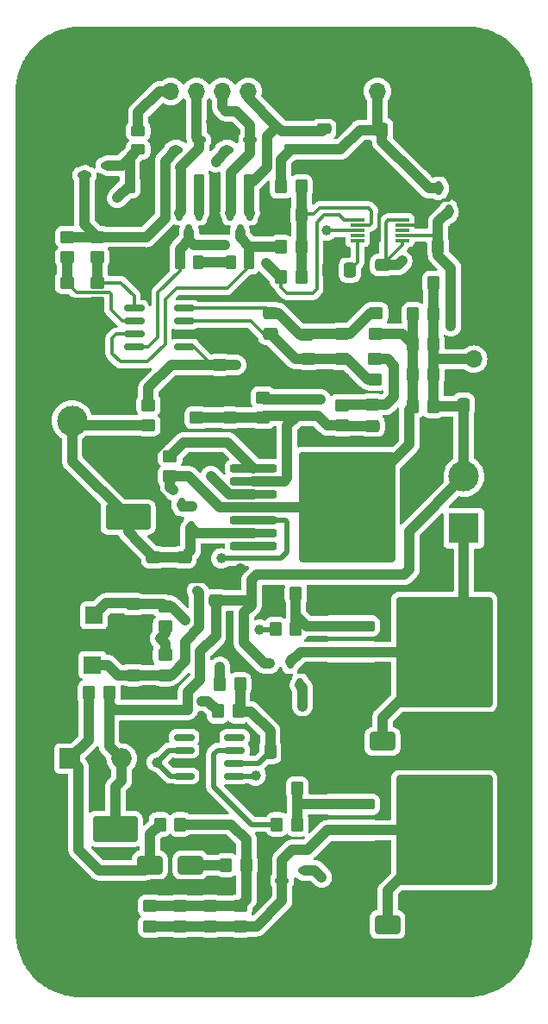
<source format=gbr>
%TF.GenerationSoftware,KiCad,Pcbnew,7.0.5*%
%TF.CreationDate,2023-11-28T19:27:54-08:00*%
%TF.ProjectId,LT3081LEDDummyDriver,4c543330-3831-44c4-9544-44756d6d7944,rev?*%
%TF.SameCoordinates,Original*%
%TF.FileFunction,Copper,L1,Top*%
%TF.FilePolarity,Positive*%
%FSLAX46Y46*%
G04 Gerber Fmt 4.6, Leading zero omitted, Abs format (unit mm)*
G04 Created by KiCad (PCBNEW 7.0.5) date 2023-11-28 19:27:54*
%MOMM*%
%LPD*%
G01*
G04 APERTURE LIST*
G04 Aperture macros list*
%AMRoundRect*
0 Rectangle with rounded corners*
0 $1 Rounding radius*
0 $2 $3 $4 $5 $6 $7 $8 $9 X,Y pos of 4 corners*
0 Add a 4 corners polygon primitive as box body*
4,1,4,$2,$3,$4,$5,$6,$7,$8,$9,$2,$3,0*
0 Add four circle primitives for the rounded corners*
1,1,$1+$1,$2,$3*
1,1,$1+$1,$4,$5*
1,1,$1+$1,$6,$7*
1,1,$1+$1,$8,$9*
0 Add four rect primitives between the rounded corners*
20,1,$1+$1,$2,$3,$4,$5,0*
20,1,$1+$1,$4,$5,$6,$7,0*
20,1,$1+$1,$6,$7,$8,$9,0*
20,1,$1+$1,$8,$9,$2,$3,0*%
G04 Aperture macros list end*
%TA.AperFunction,SMDPad,CuDef*%
%ADD10RoundRect,0.250000X1.950000X1.000000X-1.950000X1.000000X-1.950000X-1.000000X1.950000X-1.000000X0*%
%TD*%
%TA.AperFunction,SMDPad,CuDef*%
%ADD11RoundRect,0.250000X0.450000X-0.350000X0.450000X0.350000X-0.450000X0.350000X-0.450000X-0.350000X0*%
%TD*%
%TA.AperFunction,SMDPad,CuDef*%
%ADD12RoundRect,0.250000X-0.350000X-0.450000X0.350000X-0.450000X0.350000X0.450000X-0.350000X0.450000X0*%
%TD*%
%TA.AperFunction,ComponentPad*%
%ADD13R,1.700000X1.700000*%
%TD*%
%TA.AperFunction,ComponentPad*%
%ADD14O,1.700000X1.700000*%
%TD*%
%TA.AperFunction,SMDPad,CuDef*%
%ADD15RoundRect,0.150000X-0.512500X-0.150000X0.512500X-0.150000X0.512500X0.150000X-0.512500X0.150000X0*%
%TD*%
%TA.AperFunction,SMDPad,CuDef*%
%ADD16RoundRect,0.250000X0.337500X0.475000X-0.337500X0.475000X-0.337500X-0.475000X0.337500X-0.475000X0*%
%TD*%
%TA.AperFunction,SMDPad,CuDef*%
%ADD17RoundRect,0.150000X-0.825000X-0.150000X0.825000X-0.150000X0.825000X0.150000X-0.825000X0.150000X0*%
%TD*%
%TA.AperFunction,SMDPad,CuDef*%
%ADD18RoundRect,0.250000X0.350000X0.450000X-0.350000X0.450000X-0.350000X-0.450000X0.350000X-0.450000X0*%
%TD*%
%TA.AperFunction,SMDPad,CuDef*%
%ADD19RoundRect,0.250000X-2.050000X-0.300000X2.050000X-0.300000X2.050000X0.300000X-2.050000X0.300000X0*%
%TD*%
%TA.AperFunction,SMDPad,CuDef*%
%ADD20RoundRect,0.250000X-2.025000X-2.375000X2.025000X-2.375000X2.025000X2.375000X-2.025000X2.375000X0*%
%TD*%
%TA.AperFunction,SMDPad,CuDef*%
%ADD21RoundRect,0.250002X-4.449998X-5.149998X4.449998X-5.149998X4.449998X5.149998X-4.449998X5.149998X0*%
%TD*%
%TA.AperFunction,SMDPad,CuDef*%
%ADD22RoundRect,0.150000X-0.150000X0.512500X-0.150000X-0.512500X0.150000X-0.512500X0.150000X0.512500X0*%
%TD*%
%TA.AperFunction,SMDPad,CuDef*%
%ADD23RoundRect,0.250000X-0.450000X0.350000X-0.450000X-0.350000X0.450000X-0.350000X0.450000X0.350000X0*%
%TD*%
%TA.AperFunction,ComponentPad*%
%ADD24R,3.000000X3.000000*%
%TD*%
%TA.AperFunction,ComponentPad*%
%ADD25C,3.000000*%
%TD*%
%TA.AperFunction,SMDPad,CuDef*%
%ADD26RoundRect,0.250000X-0.475000X0.337500X-0.475000X-0.337500X0.475000X-0.337500X0.475000X0.337500X0*%
%TD*%
%TA.AperFunction,ComponentPad*%
%ADD27R,2.000000X2.000000*%
%TD*%
%TA.AperFunction,ComponentPad*%
%ADD28O,2.000000X2.000000*%
%TD*%
%TA.AperFunction,SMDPad,CuDef*%
%ADD29RoundRect,0.250000X0.262500X0.450000X-0.262500X0.450000X-0.262500X-0.450000X0.262500X-0.450000X0*%
%TD*%
%TA.AperFunction,SMDPad,CuDef*%
%ADD30RoundRect,0.250000X0.475000X-0.337500X0.475000X0.337500X-0.475000X0.337500X-0.475000X-0.337500X0*%
%TD*%
%TA.AperFunction,SMDPad,CuDef*%
%ADD31RoundRect,0.250000X1.000000X0.650000X-1.000000X0.650000X-1.000000X-0.650000X1.000000X-0.650000X0*%
%TD*%
%TA.AperFunction,SMDPad,CuDef*%
%ADD32RoundRect,0.250000X-0.262500X-0.450000X0.262500X-0.450000X0.262500X0.450000X-0.262500X0.450000X0*%
%TD*%
%TA.AperFunction,SMDPad,CuDef*%
%ADD33RoundRect,0.250000X-0.337500X-0.475000X0.337500X-0.475000X0.337500X0.475000X-0.337500X0.475000X0*%
%TD*%
%TA.AperFunction,SMDPad,CuDef*%
%ADD34RoundRect,0.150000X-0.150000X0.587500X-0.150000X-0.587500X0.150000X-0.587500X0.150000X0.587500X0*%
%TD*%
%TA.AperFunction,ComponentPad*%
%ADD35C,5.600000*%
%TD*%
%TA.AperFunction,SMDPad,CuDef*%
%ADD36RoundRect,0.150000X0.150000X-0.512500X0.150000X0.512500X-0.150000X0.512500X-0.150000X-0.512500X0*%
%TD*%
%TA.AperFunction,SMDPad,CuDef*%
%ADD37RoundRect,0.150000X0.512500X0.150000X-0.512500X0.150000X-0.512500X-0.150000X0.512500X-0.150000X0*%
%TD*%
%TA.AperFunction,SMDPad,CuDef*%
%ADD38RoundRect,0.250000X-0.450000X0.262500X-0.450000X-0.262500X0.450000X-0.262500X0.450000X0.262500X0*%
%TD*%
%TA.AperFunction,SMDPad,CuDef*%
%ADD39RoundRect,0.200000X-2.100000X-0.200000X2.100000X-0.200000X2.100000X0.200000X-2.100000X0.200000X0*%
%TD*%
%TA.AperFunction,SMDPad,CuDef*%
%ADD40R,1.400000X0.300000*%
%TD*%
%TA.AperFunction,SMDPad,CuDef*%
%ADD41RoundRect,0.250000X0.475000X-0.250000X0.475000X0.250000X-0.475000X0.250000X-0.475000X-0.250000X0*%
%TD*%
%TA.AperFunction,ViaPad*%
%ADD42C,1.000000*%
%TD*%
%TA.AperFunction,ViaPad*%
%ADD43C,0.700000*%
%TD*%
%TA.AperFunction,Conductor*%
%ADD44C,1.000000*%
%TD*%
%TA.AperFunction,Conductor*%
%ADD45C,0.300000*%
%TD*%
%TA.AperFunction,Conductor*%
%ADD46C,0.500000*%
%TD*%
G04 APERTURE END LIST*
D10*
%TO.P,C15,1*%
%TO.N,/V_{LED}*%
X116100000Y-111450000D03*
%TO.P,C15,2*%
%TO.N,GND*%
X108700000Y-111450000D03*
%TD*%
D11*
%TO.P,R6,1*%
%TO.N,Net-(J2-Pin_1)*%
X117862500Y-96350000D03*
%TO.P,R6,2*%
%TO.N,GND*%
X117862500Y-94350000D03*
%TD*%
D12*
%TO.P,R44,1*%
%TO.N,GND*%
X132000000Y-107500000D03*
%TO.P,R44,2*%
%TO.N,Net-(Q4-G)*%
X134000000Y-107500000D03*
%TD*%
D13*
%TO.P,J5,1,Pin_1*%
%TO.N,GND*%
X131712500Y-39050000D03*
D14*
%TO.P,J5,2,Pin_2*%
%TO.N,/I2CConnection/VI2C*%
X129172500Y-39050000D03*
%TO.P,J5,3,Pin_3*%
%TO.N,Net-(D2-A)*%
X126632500Y-39050000D03*
%TO.P,J5,4,Pin_4*%
%TO.N,Net-(D1-A)*%
X124092500Y-39050000D03*
%TO.P,J5,5,Pin_5*%
%TO.N,Net-(J5-Pin_5)*%
X121552500Y-39050000D03*
%TD*%
D15*
%TO.P,D2,1,K*%
%TO.N,GND*%
X127087500Y-42900000D03*
%TO.P,D2,2,K*%
%TO.N,+5V*%
X127087500Y-44800000D03*
%TO.P,D2,3,A*%
%TO.N,Net-(D2-A)*%
X129362500Y-43850000D03*
%TD*%
D16*
%TO.P,C18,1*%
%TO.N,GND*%
X144400000Y-42850000D03*
%TO.P,C18,2*%
%TO.N,+5V*%
X142325000Y-42850000D03*
%TD*%
D17*
%TO.P,U4,1,NC*%
%TO.N,unconnected-(U4-NC-Pad1)*%
X122887500Y-102445000D03*
%TO.P,U4,2,INA*%
%TO.N,/FETSwitch/TRIG*%
X122887500Y-103715000D03*
%TO.P,U4,3,GND*%
%TO.N,GND*%
X122887500Y-104985000D03*
%TO.P,U4,4,INB*%
%TO.N,/FETSwitch/TRIG*%
X122887500Y-106255000D03*
%TO.P,U4,5,OUTB*%
%TO.N,Net-(U4-OUTB)*%
X127837500Y-106255000D03*
%TO.P,U4,6,V_{CC}*%
%TO.N,Net-(U4-V_{CC})*%
X127837500Y-104985000D03*
%TO.P,U4,7,~{OUTA}*%
%TO.N,Net-(U4-~{OUTA})*%
X127837500Y-103715000D03*
%TO.P,U4,8,NC*%
%TO.N,unconnected-(U4-NC-Pad8)*%
X127837500Y-102445000D03*
%TD*%
D18*
%TO.P,R42,1*%
%TO.N,Net-(U4-V_{CC})*%
X128362500Y-97250000D03*
%TO.P,R42,2*%
%TO.N,/FETSwitch/V_{IN}*%
X126362500Y-97250000D03*
%TD*%
D11*
%TO.P,R3,1*%
%TO.N,Net-(U1-Set)*%
X124112500Y-71100000D03*
%TO.P,R3,2*%
%TO.N,GND*%
X124112500Y-69100000D03*
%TD*%
D19*
%TO.P,Q3,1,G*%
%TO.N,Net-(Q3-G)*%
X139287500Y-91535000D03*
%TO.P,Q3,2,D*%
%TO.N,/FETSwitch/LEDGND*%
X139287500Y-94075000D03*
D20*
X146012500Y-91300000D03*
X146012500Y-96850000D03*
D21*
X148437500Y-94075000D03*
D20*
X150862500Y-91300000D03*
X150862500Y-96850000D03*
D19*
%TO.P,Q3,3,S*%
%TO.N,GND*%
X139287500Y-96615000D03*
%TD*%
D22*
%TO.P,D5,1,K*%
%TO.N,GND*%
X149812500Y-48575000D03*
%TO.P,D5,2,K*%
%TO.N,+5V*%
X147912500Y-48575000D03*
%TO.P,D5,3,A*%
%TO.N,/DACx0501_DAC/V_{OUT}*%
X148862500Y-50850000D03*
%TD*%
D12*
%TO.P,R38,1*%
%TO.N,Net-(U4-OUTB)*%
X131862500Y-91850000D03*
%TO.P,R38,2*%
%TO.N,Net-(Q3-G)*%
X133862500Y-91850000D03*
%TD*%
D23*
%TO.P,R25,1*%
%TO.N,Net-(R25-Pad1)*%
X128400000Y-119000000D03*
%TO.P,R25,2*%
%TO.N,/DummyLEDLoad/GATEDGND*%
X128400000Y-121000000D03*
%TD*%
%TO.P,R24,1*%
%TO.N,Net-(U2-A0)*%
X111362500Y-57850000D03*
%TO.P,R24,2*%
%TO.N,GND*%
X111362500Y-59850000D03*
%TD*%
D24*
%TO.P,J1,1,Pin_1*%
%TO.N,GND*%
X111862500Y-66310000D03*
D25*
%TO.P,J1,2,Pin_2*%
%TO.N,/FETSwitch/V_{IN}*%
X111862500Y-71390000D03*
%TD*%
D26*
%TO.P,C9,1*%
%TO.N,GND*%
X134862500Y-60850000D03*
%TO.P,C9,2*%
%TO.N,Net-(U2-IN+)*%
X134862500Y-62925000D03*
%TD*%
D12*
%TO.P,R19,1*%
%TO.N,/DACx0501_DAC/SDA*%
X132402500Y-54307500D03*
%TO.P,R19,2*%
%TO.N,Net-(U3-A0{slash}~{CS})*%
X134402500Y-54307500D03*
%TD*%
%TO.P,R20,1*%
%TO.N,/DACx0501_DAC/SCL*%
X132402500Y-57257500D03*
%TO.P,R20,2*%
%TO.N,Net-(U3-A0{slash}~{CS})*%
X134402500Y-57257500D03*
%TD*%
D27*
%TO.P,D6,1,K*%
%TO.N,Net-(D6-K)*%
X111650000Y-104550000D03*
D28*
%TO.P,D6,2,A*%
%TO.N,/V_{LED}*%
X116730000Y-104550000D03*
%TD*%
D24*
%TO.P,J11,1,Pin_1*%
%TO.N,/FETSwitch/LEDGND*%
X150362500Y-81930000D03*
D25*
%TO.P,J11,2,Pin_2*%
%TO.N,/V_{LED}*%
X150362500Y-76850000D03*
%TD*%
D18*
%TO.P,R41,1*%
%TO.N,/V_{LED}*%
X115500000Y-98050000D03*
%TO.P,R41,2*%
%TO.N,Net-(D6-K)*%
X113500000Y-98050000D03*
%TD*%
D15*
%TO.P,D1,1,K*%
%TO.N,GND*%
X122087500Y-42900000D03*
%TO.P,D1,2,K*%
%TO.N,+5V*%
X122087500Y-44800000D03*
%TO.P,D1,3,A*%
%TO.N,Net-(D1-A)*%
X124362500Y-43850000D03*
%TD*%
D18*
%TO.P,R18,1*%
%TO.N,Net-(U3-A0{slash}~{CS})*%
X134402500Y-51187500D03*
%TO.P,R18,2*%
%TO.N,GND*%
X132402500Y-51187500D03*
%TD*%
D29*
%TO.P,R27,1*%
%TO.N,/DACx0501_DAC/SDA*%
X129275000Y-55850000D03*
%TO.P,R27,2*%
%TO.N,+5V*%
X127450000Y-55850000D03*
%TD*%
D30*
%TO.P,C3,1*%
%TO.N,GND*%
X122862500Y-86850000D03*
%TO.P,C3,2*%
%TO.N,/FETSwitch/V_{IN}*%
X122862500Y-84775000D03*
%TD*%
D31*
%TO.P,D11,1,K*%
%TO.N,/DummyLEDLoad/GATEDGND*%
X142862500Y-120850000D03*
%TO.P,D11,2,A*%
%TO.N,GND*%
X138862500Y-120850000D03*
%TD*%
D17*
%TO.P,U2,1,A1*%
%TO.N,Net-(U2-A1)*%
X117952500Y-60350000D03*
%TO.P,U2,2,A0*%
%TO.N,Net-(U2-A0)*%
X117952500Y-61620000D03*
%TO.P,U2,3,SDA*%
%TO.N,/DACx0501_DAC/SDA*%
X117952500Y-62890000D03*
%TO.P,U2,4,SCL*%
%TO.N,/DACx0501_DAC/SCL*%
X117952500Y-64160000D03*
%TO.P,U2,5,VS*%
%TO.N,+5V*%
X122902500Y-64160000D03*
%TO.P,U2,6,GND*%
%TO.N,GND*%
X122902500Y-62890000D03*
%TO.P,U2,7,IN-*%
%TO.N,Net-(U2-IN-)*%
X122902500Y-61620000D03*
%TO.P,U2,8,IN+*%
%TO.N,Net-(U2-IN+)*%
X122902500Y-60350000D03*
%TD*%
D11*
%TO.P,R12,1*%
%TO.N,/LT3081CurrentSupply/V_{OUT}*%
X141722500Y-62830000D03*
%TO.P,R12,2*%
%TO.N,Net-(U2-IN+)*%
X141722500Y-60830000D03*
%TD*%
D23*
%TO.P,R4,1*%
%TO.N,/LT3081CurrentSupply/V_{OUT}*%
X121000000Y-94350000D03*
%TO.P,R4,2*%
%TO.N,Net-(J2-Pin_1)*%
X121000000Y-96350000D03*
%TD*%
%TO.P,R36,1*%
%TO.N,Net-(R25-Pad1)*%
X122500000Y-119000000D03*
%TO.P,R36,2*%
%TO.N,/DummyLEDLoad/GATEDGND*%
X122500000Y-121000000D03*
%TD*%
D32*
%TO.P,R26,1*%
%TO.N,/DACx0501_DAC/SCL*%
X122450000Y-55850000D03*
%TO.P,R26,2*%
%TO.N,+5V*%
X124275000Y-55850000D03*
%TD*%
D31*
%TO.P,D10,1,K*%
%TO.N,/FETSwitch/LEDGND*%
X142362500Y-102850000D03*
%TO.P,D10,2,A*%
%TO.N,GND*%
X138362500Y-102850000D03*
%TD*%
D12*
%TO.P,R17,1*%
%TO.N,+5V*%
X132402500Y-48407500D03*
%TO.P,R17,2*%
%TO.N,Net-(U3-A0{slash}~{CS})*%
X134402500Y-48407500D03*
%TD*%
%TO.P,R34,1*%
%TO.N,/LT3081CurrentSupply/V_{OUT}*%
X145362500Y-60950000D03*
%TO.P,R34,2*%
%TO.N,/V_{LED}*%
X147362500Y-60950000D03*
%TD*%
%TO.P,R32,1*%
%TO.N,/LT3081CurrentSupply/V_{OUT}*%
X145362500Y-66850000D03*
%TO.P,R32,2*%
%TO.N,/V_{LED}*%
X147362500Y-66850000D03*
%TD*%
D19*
%TO.P,Q4,1,G*%
%TO.N,Net-(Q4-G)*%
X139287500Y-109035000D03*
%TO.P,Q4,2,D*%
%TO.N,/DummyLEDLoad/GATEDGND*%
X139287500Y-111575000D03*
D20*
X146012500Y-108800000D03*
X146012500Y-114350000D03*
D21*
X148437500Y-111575000D03*
D20*
X150862500Y-108800000D03*
X150862500Y-114350000D03*
D19*
%TO.P,Q4,3,S*%
%TO.N,GND*%
X139287500Y-114115000D03*
%TD*%
D30*
%TO.P,C5,1*%
%TO.N,Net-(U1-Set)*%
X127362500Y-71100000D03*
%TO.P,C5,2*%
%TO.N,GND*%
X127362500Y-69025000D03*
%TD*%
D11*
%TO.P,R8,1*%
%TO.N,/LT3081CurrentSupply/V_{OUT}*%
X121000000Y-91600000D03*
%TO.P,R8,2*%
%TO.N,Net-(J3-Pin_1)*%
X121000000Y-89600000D03*
%TD*%
D23*
%TO.P,R22,1*%
%TO.N,Net-(U2-A1)*%
X114362500Y-57850000D03*
%TO.P,R22,2*%
%TO.N,GND*%
X114362500Y-59850000D03*
%TD*%
D33*
%TO.P,C1,1*%
%TO.N,/DACx0501_DAC/V_{OUT}*%
X147825000Y-54350000D03*
%TO.P,C1,2*%
%TO.N,GND*%
X149900000Y-54350000D03*
%TD*%
D23*
%TO.P,R14,1*%
%TO.N,GND*%
X138362500Y-60850000D03*
%TO.P,R14,2*%
%TO.N,Net-(U2-IN+)*%
X138362500Y-62850000D03*
%TD*%
%TO.P,R13,1*%
%TO.N,/V_{LED}*%
X141612500Y-65350000D03*
%TO.P,R13,2*%
%TO.N,Net-(U2-IN-)*%
X141612500Y-67350000D03*
%TD*%
D34*
%TO.P,Q2,1,G*%
%TO.N,/I2CConnection/VI2C*%
X129312500Y-50975000D03*
%TO.P,Q2,2,S*%
%TO.N,Net-(D2-A)*%
X127412500Y-50975000D03*
%TO.P,Q2,3,D*%
%TO.N,/DACx0501_DAC/SDA*%
X128362500Y-52850000D03*
%TD*%
D35*
%TO.P,J6,1,Pin_1*%
%TO.N,GND*%
X112662500Y-39050000D03*
%TD*%
D26*
%TO.P,C8,1*%
%TO.N,+5V*%
X142362500Y-56100000D03*
%TO.P,C8,2*%
%TO.N,GND*%
X142362500Y-58175000D03*
%TD*%
D23*
%TO.P,R15,1*%
%TO.N,Net-(U2-IN-)*%
X138362500Y-65350000D03*
%TO.P,R15,2*%
%TO.N,GND*%
X138362500Y-67350000D03*
%TD*%
D12*
%TO.P,R40,1*%
%TO.N,Net-(D6-K)*%
X120500000Y-111000000D03*
%TO.P,R40,2*%
%TO.N,Net-(R25-Pad1)*%
X122500000Y-111000000D03*
%TD*%
D36*
%TO.P,D8,1,K*%
%TO.N,GND*%
X132362500Y-97350000D03*
%TO.P,D8,2,K*%
%TO.N,/V_{LED}*%
X134262500Y-97350000D03*
%TO.P,D8,3,A*%
%TO.N,/FETSwitch/LEDGND*%
X133312500Y-95075000D03*
%TD*%
D10*
%TO.P,C4,1*%
%TO.N,/FETSwitch/V_{IN}*%
X117362500Y-80850000D03*
%TO.P,C4,2*%
%TO.N,GND*%
X109962500Y-80850000D03*
%TD*%
D26*
%TO.P,C6,1*%
%TO.N,Net-(U2-IN-)*%
X135112500Y-65312500D03*
%TO.P,C6,2*%
%TO.N,GND*%
X135112500Y-67387500D03*
%TD*%
D23*
%TO.P,R2,1*%
%TO.N,/DACx0501_DAC/V_{OUT}*%
X130612500Y-69100000D03*
%TO.P,R2,2*%
%TO.N,Net-(U1-Set)*%
X130612500Y-71100000D03*
%TD*%
D11*
%TO.P,R5,1*%
%TO.N,Net-(U1-Set)*%
X138362500Y-71850000D03*
%TO.P,R5,2*%
%TO.N,/V_{LED}*%
X138362500Y-69850000D03*
%TD*%
D13*
%TO.P,J2,1,Pin_1*%
%TO.N,Net-(J2-Pin_1)*%
X113862500Y-95350000D03*
D14*
%TO.P,J2,2,Pin_2*%
%TO.N,GND*%
X111322500Y-95350000D03*
%TD*%
D23*
%TO.P,R23,1*%
%TO.N,+5V*%
X111412500Y-53350000D03*
%TO.P,R23,2*%
%TO.N,Net-(U2-A0)*%
X111412500Y-55350000D03*
%TD*%
D34*
%TO.P,Q1,1,G*%
%TO.N,/I2CConnection/VI2C*%
X124312500Y-50975000D03*
%TO.P,Q1,2,S*%
%TO.N,Net-(D1-A)*%
X122412500Y-50975000D03*
%TO.P,Q1,3,D*%
%TO.N,/DACx0501_DAC/SCL*%
X123362500Y-52850000D03*
%TD*%
D13*
%TO.P,J3,1,Pin_1*%
%TO.N,Net-(J3-Pin_1)*%
X114000000Y-90500000D03*
D14*
%TO.P,J3,2,Pin_2*%
%TO.N,GND*%
X111460000Y-90500000D03*
%TD*%
D12*
%TO.P,R45,1*%
%TO.N,GND*%
X131862500Y-88350000D03*
%TO.P,R45,2*%
%TO.N,Net-(Q3-G)*%
X133862500Y-88350000D03*
%TD*%
%TO.P,R33,1*%
%TO.N,/LT3081CurrentSupply/V_{OUT}*%
X145362500Y-63900000D03*
%TO.P,R33,2*%
%TO.N,/V_{LED}*%
X147362500Y-63900000D03*
%TD*%
D13*
%TO.P,J4,1,Pin_1*%
%TO.N,GND*%
X153862500Y-65350000D03*
D14*
%TO.P,J4,2,Pin_2*%
%TO.N,/V_{LED}*%
X151322500Y-65350000D03*
%TD*%
D32*
%TO.P,R28,1*%
%TO.N,Net-(D1-A)*%
X122537500Y-47850000D03*
%TO.P,R28,2*%
%TO.N,/I2CConnection/VI2C*%
X124362500Y-47850000D03*
%TD*%
D12*
%TO.P,R46,1*%
%TO.N,Net-(D7-K)*%
X127000000Y-115000000D03*
%TO.P,R46,2*%
%TO.N,Net-(R25-Pad1)*%
X129000000Y-115000000D03*
%TD*%
D35*
%TO.P,J9,1,Pin_1*%
%TO.N,GND*%
X112662500Y-121600000D03*
%TD*%
D30*
%TO.P,C14,1*%
%TO.N,/V_{LED}*%
X126000000Y-89037500D03*
%TO.P,C14,2*%
%TO.N,GND*%
X126000000Y-86962500D03*
%TD*%
D18*
%TO.P,R43,1*%
%TO.N,Net-(U4-V_{CC})*%
X128200000Y-99900000D03*
%TO.P,R43,2*%
%TO.N,+5V*%
X126200000Y-99900000D03*
%TD*%
D15*
%TO.P,D3,1,K*%
%TO.N,GND*%
X113087500Y-45400000D03*
%TO.P,D3,2,K*%
%TO.N,+5V*%
X113087500Y-47300000D03*
%TO.P,D3,3,A*%
%TO.N,/FETSwitch/TRIG*%
X115362500Y-46350000D03*
%TD*%
D13*
%TO.P,J10,1,Pin_1*%
%TO.N,GND*%
X144412500Y-39050000D03*
D14*
%TO.P,J10,2,Pin_2*%
%TO.N,+5V*%
X141872500Y-39050000D03*
%TD*%
D33*
%TO.P,C10,1*%
%TO.N,Net-(U4-V_{CC})*%
X131325000Y-103850000D03*
%TO.P,C10,2*%
%TO.N,GND*%
X133400000Y-103850000D03*
%TD*%
D37*
%TO.P,D9,1,K*%
%TO.N,GND*%
X134775000Y-117450000D03*
%TO.P,D9,2,K*%
%TO.N,/V_{LED}*%
X134775000Y-115550000D03*
%TO.P,D9,3,A*%
%TO.N,/DummyLEDLoad/GATEDGND*%
X132500000Y-116500000D03*
%TD*%
D23*
%TO.P,R7,1*%
%TO.N,Net-(U1-Ilim)*%
X121500000Y-74850000D03*
%TO.P,R7,2*%
%TO.N,/LT3081CurrentSupply/V_{OUT}*%
X121500000Y-76850000D03*
%TD*%
D16*
%TO.P,C7,1*%
%TO.N,Net-(U3-V_{REF})*%
X139150000Y-56600000D03*
%TO.P,C7,2*%
%TO.N,GND*%
X137075000Y-56600000D03*
%TD*%
D31*
%TO.P,D7,1,K*%
%TO.N,Net-(D7-K)*%
X123500000Y-115000000D03*
%TO.P,D7,2,A*%
%TO.N,Net-(D6-K)*%
X119500000Y-115000000D03*
%TD*%
D38*
%TO.P,R31,1*%
%TO.N,/I2CConnection/VI2C*%
X133362500Y-42937500D03*
%TO.P,R31,2*%
%TO.N,+5V*%
X133362500Y-44762500D03*
%TD*%
D29*
%TO.P,R30,1*%
%TO.N,GND*%
X119362500Y-48350000D03*
%TO.P,R30,2*%
%TO.N,/FETSwitch/TRIG*%
X117537500Y-48350000D03*
%TD*%
D35*
%TO.P,J8,1,Pin_1*%
%TO.N,GND*%
X150762500Y-121600000D03*
%TD*%
D30*
%TO.P,C13,1*%
%TO.N,Net-(U1-Set)*%
X141362500Y-71887500D03*
%TO.P,C13,2*%
%TO.N,/V_{LED}*%
X141362500Y-69812500D03*
%TD*%
D36*
%TO.P,D4,1,K*%
%TO.N,GND*%
X121662500Y-81875000D03*
%TO.P,D4,2,K*%
%TO.N,/FETSwitch/V_{IN}*%
X123562500Y-81875000D03*
%TO.P,D4,3,A*%
%TO.N,/V_{LED}*%
X122612500Y-79600000D03*
%TD*%
D39*
%TO.P,U1,1,Ilim*%
%TO.N,Net-(U1-Ilim)*%
X129712500Y-76040000D03*
%TO.P,U1,2,Set*%
%TO.N,Net-(U1-Set)*%
X129712500Y-77310000D03*
%TO.P,U1,3,Imon*%
%TO.N,Net-(J2-Pin_1)*%
X129712500Y-78580000D03*
%TO.P,U1,4,Out*%
%TO.N,/LT3081CurrentSupply/V_{OUT}*%
X129712500Y-79850000D03*
%TO.P,U1,5,Temp*%
%TO.N,Net-(J3-Pin_1)*%
X129712500Y-81120000D03*
%TO.P,U1,6,In*%
%TO.N,/FETSwitch/V_{IN}*%
X129712500Y-82390000D03*
%TO.P,U1,7,NC*%
%TO.N,unconnected-(U1-NC-Pad7)*%
X129712500Y-83660000D03*
D20*
%TO.P,U1,8,Out*%
%TO.N,/LT3081CurrentSupply/V_{OUT}*%
X136437500Y-77075000D03*
X136437500Y-82625000D03*
D21*
X138862500Y-79850000D03*
D20*
X141287500Y-77075000D03*
X141287500Y-82625000D03*
%TD*%
D23*
%TO.P,R1,1*%
%TO.N,+5V*%
X119362500Y-69850000D03*
%TO.P,R1,2*%
%TO.N,/FETSwitch/V_{IN}*%
X119362500Y-71850000D03*
%TD*%
D40*
%TO.P,U3,1,V_{DD}*%
%TO.N,+5V*%
X144302500Y-53687500D03*
%TO.P,U3,2,V_{OUT}*%
%TO.N,/DACx0501_DAC/V_{OUT}*%
X144302500Y-53187500D03*
%TO.P,U3,3,NC*%
%TO.N,unconnected-(U3-NC-Pad3)*%
X144302500Y-52687500D03*
%TO.P,U3,4,GND*%
%TO.N,GND*%
X144302500Y-52187500D03*
%TO.P,U3,5,SPI2C*%
%TO.N,+5V*%
X144302500Y-51687500D03*
%TO.P,U3,6,SCL/CLK*%
%TO.N,/DACx0501_DAC/SCL*%
X139902500Y-51687500D03*
%TO.P,U3,7,A0/~{CS}*%
%TO.N,Net-(U3-A0{slash}~{CS})*%
X139902500Y-52187500D03*
%TO.P,U3,8,SDA/DIN*%
%TO.N,/DACx0501_DAC/SDA*%
X139902500Y-52687500D03*
%TO.P,U3,9,NC*%
%TO.N,unconnected-(U3-NC-Pad9)*%
X139902500Y-53187500D03*
%TO.P,U3,10,V_{REF}*%
%TO.N,Net-(U3-V_{REF})*%
X139902500Y-53687500D03*
%TD*%
D23*
%TO.P,R21,1*%
%TO.N,+5V*%
X114312500Y-53350000D03*
%TO.P,R21,2*%
%TO.N,Net-(U2-A1)*%
X114312500Y-55350000D03*
%TD*%
D41*
%TO.P,C17,1*%
%TO.N,/I2CConnection/VI2C*%
X136612500Y-42750000D03*
%TO.P,C17,2*%
%TO.N,GND*%
X136612500Y-40850000D03*
%TD*%
D26*
%TO.P,C11,1*%
%TO.N,Net-(U2-IN+)*%
X131362500Y-60812500D03*
%TO.P,C11,2*%
%TO.N,Net-(U2-IN-)*%
X131362500Y-62887500D03*
%TD*%
D35*
%TO.P,J7,1,Pin_1*%
%TO.N,GND*%
X150762500Y-39050000D03*
%TD*%
D38*
%TO.P,R16,1*%
%TO.N,Net-(J5-Pin_5)*%
X118362500Y-42937500D03*
%TO.P,R16,2*%
%TO.N,/FETSwitch/TRIG*%
X118362500Y-44762500D03*
%TD*%
D12*
%TO.P,R10,1*%
%TO.N,/LT3081CurrentSupply/V_{OUT}*%
X145362500Y-69950000D03*
%TO.P,R10,2*%
%TO.N,/V_{LED}*%
X147362500Y-69950000D03*
%TD*%
D23*
%TO.P,R37,1*%
%TO.N,Net-(R25-Pad1)*%
X119550000Y-119000000D03*
%TO.P,R37,2*%
%TO.N,/DummyLEDLoad/GATEDGND*%
X119550000Y-121000000D03*
%TD*%
D32*
%TO.P,R29,1*%
%TO.N,Net-(D2-A)*%
X127450000Y-47850000D03*
%TO.P,R29,2*%
%TO.N,/I2CConnection/VI2C*%
X129275000Y-47850000D03*
%TD*%
D23*
%TO.P,R35,1*%
%TO.N,Net-(R25-Pad1)*%
X125450000Y-119000000D03*
%TO.P,R35,2*%
%TO.N,/DummyLEDLoad/GATEDGND*%
X125450000Y-121000000D03*
%TD*%
D18*
%TO.P,R11,1*%
%TO.N,/V_{LED}*%
X147362500Y-57850000D03*
%TO.P,R11,2*%
%TO.N,GND*%
X145362500Y-57850000D03*
%TD*%
D30*
%TO.P,C2,1*%
%TO.N,GND*%
X119862500Y-86850000D03*
%TO.P,C2,2*%
%TO.N,/FETSwitch/V_{IN}*%
X119862500Y-84775000D03*
%TD*%
D33*
%TO.P,C16,1*%
%TO.N,/V_{LED}*%
X150325000Y-69850000D03*
%TO.P,C16,2*%
%TO.N,GND*%
X152400000Y-69850000D03*
%TD*%
D23*
%TO.P,R9,1*%
%TO.N,Net-(J3-Pin_1)*%
X117900000Y-89400000D03*
%TO.P,R9,2*%
%TO.N,GND*%
X117900000Y-91400000D03*
%TD*%
D12*
%TO.P,R39,1*%
%TO.N,Net-(U4-~{OUTA})*%
X132000000Y-111000000D03*
%TO.P,R39,2*%
%TO.N,Net-(Q4-G)*%
X134000000Y-111000000D03*
%TD*%
D30*
%TO.P,C12,1*%
%TO.N,+5V*%
X126362500Y-65887500D03*
%TO.P,C12,2*%
%TO.N,GND*%
X126362500Y-63812500D03*
%TD*%
D42*
%TO.N,GND*%
X138000000Y-54500000D03*
X114500000Y-86500000D03*
X139000000Y-41250000D03*
X143000000Y-48250000D03*
X147500000Y-46000000D03*
X151500000Y-60250000D03*
X113750000Y-62000000D03*
X123750000Y-123250000D03*
X133500000Y-121000000D03*
X112250000Y-116750000D03*
X110500000Y-108750000D03*
X116000000Y-113750000D03*
X114250000Y-108750000D03*
X114250000Y-104500000D03*
X121750000Y-98250000D03*
X152500000Y-74000000D03*
X152500000Y-79000000D03*
X147500000Y-82500000D03*
X142000000Y-89000000D03*
X145250000Y-79250000D03*
X143250000Y-71750000D03*
X145250000Y-76500000D03*
X153750000Y-118500000D03*
X152500000Y-104750000D03*
X145250000Y-119000000D03*
X145000000Y-104750000D03*
X141000000Y-98750000D03*
X153000000Y-101250000D03*
X145000000Y-101250000D03*
D43*
%TO.N,/LT3081CurrentSupply/V_{OUT}*%
X136750000Y-77250000D03*
X138750000Y-79750000D03*
X136750000Y-84250000D03*
X134750000Y-79750000D03*
X140750000Y-77250000D03*
X136750000Y-79750000D03*
X142750000Y-79750000D03*
X142750000Y-82250000D03*
X134750000Y-84250000D03*
X136750000Y-82250000D03*
X138750000Y-77250000D03*
X140750000Y-82250000D03*
X142750000Y-75250000D03*
X134750000Y-82250000D03*
X138750000Y-84250000D03*
X142750000Y-84250000D03*
X142750000Y-77250000D03*
X138750000Y-82250000D03*
X140750000Y-79750000D03*
X134750000Y-77250000D03*
X140750000Y-84250000D03*
X136750000Y-75250000D03*
X140750000Y-75250000D03*
X138750000Y-75250000D03*
X134750000Y-75250000D03*
%TO.N,/DummyLEDLoad/GATEDGND*%
X146500000Y-109000000D03*
X148500000Y-111500000D03*
X146500000Y-116000000D03*
X144500000Y-111500000D03*
X150500000Y-109000000D03*
X146500000Y-111500000D03*
X152500000Y-111500000D03*
X152500000Y-114000000D03*
X144500000Y-116000000D03*
X146500000Y-114000000D03*
X148500000Y-109000000D03*
X150500000Y-114000000D03*
X152500000Y-107000000D03*
X144500000Y-114000000D03*
X148500000Y-116000000D03*
X152500000Y-116000000D03*
X152500000Y-109000000D03*
X148500000Y-114000000D03*
X150500000Y-111500000D03*
X144500000Y-109000000D03*
X150500000Y-116000000D03*
X146500000Y-107000000D03*
X150500000Y-107000000D03*
X148500000Y-107000000D03*
X144500000Y-107000000D03*
%TO.N,/FETSwitch/LEDGND*%
X152500000Y-96500000D03*
X146500000Y-96500000D03*
X150500000Y-96500000D03*
X148500000Y-96500000D03*
X144500000Y-96500000D03*
X152500000Y-91500000D03*
X146500000Y-91500000D03*
X150500000Y-91500000D03*
X148500000Y-91500000D03*
X144500000Y-91500000D03*
X152500000Y-94000000D03*
X146500000Y-94000000D03*
X150500000Y-94000000D03*
X148500000Y-94000000D03*
X144500000Y-94000000D03*
X152500000Y-98500000D03*
X146500000Y-98500000D03*
X150500000Y-98500000D03*
X148500000Y-98500000D03*
X144500000Y-98500000D03*
X146500000Y-89500000D03*
X150500000Y-89500000D03*
X148500000Y-89500000D03*
X144500000Y-89500000D03*
X152500000Y-89500000D03*
D42*
%TO.N,GND*%
X126950000Y-93900000D03*
X129850000Y-102600000D03*
X117700000Y-98100000D03*
X111600000Y-100900000D03*
X117850000Y-101750000D03*
X124250000Y-100750000D03*
%TO.N,/FETSwitch/V_{IN}*%
X126400000Y-95550000D03*
X121200000Y-84775000D03*
%TO.N,GND*%
X125700000Y-116900000D03*
X125900000Y-47800000D03*
X130700000Y-113300000D03*
X117800000Y-93000000D03*
X118000000Y-77750000D03*
X134750000Y-46500000D03*
X146200000Y-50200000D03*
X131300000Y-90100000D03*
X136800000Y-98800000D03*
X125600000Y-112900000D03*
X128400000Y-85900000D03*
X108500000Y-75100000D03*
X148600000Y-86200000D03*
X121100000Y-53600000D03*
X151875000Y-56325000D03*
X114700000Y-50800000D03*
X130000000Y-108300000D03*
X135250000Y-73000000D03*
X125900000Y-52000000D03*
X119500000Y-50500000D03*
X139400000Y-116600000D03*
X155100000Y-71100000D03*
X143900000Y-58175000D03*
X140000000Y-59500000D03*
X121600000Y-68500000D03*
X131000000Y-51000000D03*
X148400000Y-72400000D03*
X118000000Y-67000000D03*
X125500000Y-42000000D03*
X124200000Y-75300000D03*
X130900000Y-98900000D03*
X135900000Y-89400000D03*
X121000000Y-42000000D03*
X136600000Y-106500000D03*
X114600000Y-75100000D03*
X129000000Y-58900000D03*
X118300000Y-108500000D03*
X124600000Y-107800000D03*
X152500000Y-86100000D03*
X118500000Y-57700000D03*
X131200000Y-73200000D03*
X132700000Y-66900000D03*
%TO.N,/DACx0501_DAC/V_{OUT}*%
X136300000Y-69300000D03*
X149100000Y-62100000D03*
%TO.N,Net-(J2-Pin_1)*%
X124150000Y-88049500D03*
X125500000Y-76800000D03*
%TO.N,+5V*%
X119150000Y-53350000D03*
X128000000Y-65900000D03*
X124600000Y-98900000D03*
X119362500Y-68137500D03*
X144300000Y-55700000D03*
X126000000Y-55850000D03*
X132402500Y-46500000D03*
X145818750Y-47481250D03*
X121000000Y-46000000D03*
X126000000Y-46000000D03*
%TO.N,/I2CConnection/VI2C*%
X124362500Y-49500000D03*
X129275000Y-49500000D03*
%TO.N,/V_{LED}*%
X131300000Y-95200000D03*
X143500000Y-68500000D03*
X136400000Y-116200000D03*
X127800000Y-89037500D03*
X147362500Y-68500000D03*
X123700000Y-79800000D03*
X134500000Y-99400000D03*
%TO.N,Net-(J3-Pin_1)*%
X126500000Y-84900000D03*
X122975250Y-90974750D03*
%TO.N,/DACx0501_DAC/SCL*%
X126900000Y-54100000D03*
X130900000Y-55900000D03*
%TO.N,/DACx0501_DAC/SDA*%
X136900000Y-52700000D03*
X130800000Y-54307500D03*
%TO.N,/LT3081CurrentSupply/V_{OUT}*%
X120499500Y-92750000D03*
X121800000Y-78200000D03*
%TO.N,/FETSwitch/TRIG*%
X116300000Y-49500000D03*
X120200000Y-104900000D03*
%TO.N,Net-(U4-OUTB)*%
X129900000Y-106200000D03*
X130300000Y-91900000D03*
%TD*%
D44*
%TO.N,GND*%
X114400000Y-86600000D02*
X110062500Y-86600000D01*
X114500000Y-86500000D02*
X114400000Y-86600000D01*
X114600000Y-86600000D02*
X114500000Y-86500000D01*
%TO.N,Net-(D6-K)*%
X114500000Y-115500000D02*
X119000000Y-115500000D01*
X119000000Y-115500000D02*
X119500000Y-115000000D01*
X111650000Y-104550000D02*
X112500000Y-105400000D01*
X112500000Y-105400000D02*
X112500000Y-113500000D01*
X112500000Y-113500000D02*
X114500000Y-115500000D01*
%TO.N,/V_{LED}*%
X126000000Y-92500000D02*
X126000000Y-89037500D01*
X124450000Y-96800000D02*
X124450000Y-94050000D01*
X123250000Y-98000000D02*
X124450000Y-96800000D01*
X124450000Y-94050000D02*
X126000000Y-92500000D01*
X123250000Y-99750000D02*
X123250000Y-98000000D01*
X116000000Y-99750000D02*
X123250000Y-99750000D01*
X115500000Y-99250000D02*
X116000000Y-99750000D01*
%TO.N,/FETSwitch/LEDGND*%
X150500000Y-89500000D02*
X151000000Y-90000000D01*
X150362500Y-90637500D02*
X150362500Y-90800000D01*
X151000000Y-90000000D02*
X150362500Y-90637500D01*
X150362500Y-89362500D02*
X150500000Y-89500000D01*
%TO.N,/V_{LED}*%
X116100000Y-107350000D02*
X116100000Y-111450000D01*
X116730000Y-106720000D02*
X116100000Y-107350000D01*
X116730000Y-104550000D02*
X116730000Y-106720000D01*
X130750000Y-95200000D02*
X131300000Y-95200000D01*
X128750000Y-93200000D02*
X130750000Y-95200000D01*
X128750000Y-90250000D02*
X128750000Y-93200000D01*
X129500000Y-89500000D02*
X128750000Y-90250000D01*
X115500000Y-99250000D02*
X115500000Y-103320000D01*
X115500000Y-98050000D02*
X115500000Y-99250000D01*
%TO.N,Net-(J2-Pin_1)*%
X124350000Y-88249500D02*
X124150000Y-88049500D01*
X124350000Y-91650000D02*
X124350000Y-88249500D01*
X122950000Y-93050000D02*
X124350000Y-91650000D01*
X122950000Y-94950000D02*
X122950000Y-93050000D01*
X121600000Y-96350000D02*
X122975000Y-94975000D01*
X121000000Y-96350000D02*
X121600000Y-96350000D01*
X122975000Y-94975000D02*
X122950000Y-94950000D01*
%TO.N,/FETSwitch/V_{IN}*%
X126400000Y-97212500D02*
X126362500Y-97250000D01*
X126400000Y-95550000D02*
X126400000Y-97212500D01*
%TO.N,Net-(J3-Pin_1)*%
X122975250Y-90974750D02*
X121600500Y-89600000D01*
X121600500Y-89600000D02*
X121000000Y-89600000D01*
%TO.N,/LT3081CurrentSupply/V_{OUT}*%
X121000000Y-92249500D02*
X121000000Y-91600000D01*
X120499500Y-92750000D02*
X121000000Y-92249500D01*
X120499500Y-92750000D02*
X121000000Y-93250500D01*
X121000000Y-93250500D02*
X121000000Y-94350000D01*
%TO.N,/FETSwitch/V_{IN}*%
X119862500Y-84775000D02*
X122862500Y-84775000D01*
%TO.N,GND*%
X119612500Y-86600000D02*
X114600000Y-86600000D01*
X119862500Y-86850000D02*
X119612500Y-86600000D01*
X110062500Y-86600000D02*
X109962500Y-86500000D01*
%TO.N,/FETSwitch/V_{IN}*%
X118443750Y-83356250D02*
X119862500Y-84775000D01*
X117362500Y-82275000D02*
X118443750Y-83356250D01*
%TO.N,Net-(U4-V_{CC})*%
X128362500Y-99737500D02*
X128200000Y-99900000D01*
X128362500Y-97250000D02*
X128362500Y-99737500D01*
%TO.N,+5V*%
X125200000Y-98900000D02*
X124600000Y-98900000D01*
%TO.N,Net-(U4-V_{CC})*%
X131325000Y-101825000D02*
X131325000Y-103850000D01*
%TO.N,+5V*%
X126200000Y-99900000D02*
X125200000Y-98900000D01*
%TO.N,Net-(U4-V_{CC})*%
X128200000Y-99912500D02*
X129412500Y-99912500D01*
X129412500Y-99912500D02*
X131325000Y-101825000D01*
%TO.N,/V_{LED}*%
X115500000Y-103320000D02*
X116730000Y-104550000D01*
%TO.N,Net-(D6-K)*%
X113500000Y-102700000D02*
X113500000Y-98050000D01*
X111650000Y-104550000D02*
X113500000Y-102700000D01*
%TO.N,GND*%
X153862500Y-58312500D02*
X153862500Y-65350000D01*
X132000000Y-107500000D02*
X130800000Y-107500000D01*
X125887500Y-86850000D02*
X126000000Y-86962500D01*
X155000000Y-86000000D02*
X155000000Y-119000000D01*
X126362500Y-63812500D02*
X129012500Y-63812500D01*
X109962500Y-77962500D02*
X108500000Y-76500000D01*
X147862500Y-124500000D02*
X138000000Y-124500000D01*
X119500000Y-48487500D02*
X119362500Y-48350000D01*
X122000000Y-72200000D02*
X122000000Y-70400000D01*
X108500000Y-76500000D02*
X108500000Y-75100000D01*
X117862500Y-93000000D02*
X117800000Y-93000000D01*
X150075000Y-48575000D02*
X151500000Y-50000000D01*
X109190000Y-66310000D02*
X111862500Y-66310000D01*
X144412500Y-39050000D02*
X144412500Y-42837500D01*
X136350000Y-120850000D02*
X138862500Y-120850000D01*
X132000000Y-107500000D02*
X132000000Y-106500000D01*
X129700000Y-66900000D02*
X130700000Y-66900000D01*
X134775000Y-119275000D02*
X136350000Y-120850000D01*
X132402500Y-51187500D02*
X131187500Y-51187500D01*
X133400000Y-105100000D02*
X133400000Y-103850000D01*
X145037500Y-58175000D02*
X145362500Y-57850000D01*
X119500000Y-50500000D02*
X119500000Y-48487500D01*
X144400000Y-42850000D02*
X146350000Y-42850000D01*
X109962500Y-86500000D02*
X109962500Y-89002500D01*
X131300000Y-88912500D02*
X131862500Y-88350000D01*
X131950000Y-39050000D02*
X135500000Y-35500000D01*
X134775000Y-117450000D02*
X134775000Y-119275000D01*
D45*
X142900000Y-50200000D02*
X142000000Y-51100000D01*
D44*
X131712500Y-39050000D02*
X131712500Y-37212500D01*
X139287500Y-114115000D02*
X139287500Y-116487500D01*
D45*
X142000000Y-51100000D02*
X142000000Y-53700000D01*
D44*
X139287500Y-116487500D02*
X139400000Y-116600000D01*
X144412500Y-39050000D02*
X150762500Y-39050000D01*
D45*
X122902500Y-62890000D02*
X125440000Y-62890000D01*
D44*
X134812500Y-39050000D02*
X136612500Y-40850000D01*
X132362500Y-97350000D02*
X132362500Y-99300000D01*
X135500000Y-35500000D02*
X147212500Y-35500000D01*
X117862500Y-91437500D02*
X117862500Y-93000000D01*
X128400000Y-85900000D02*
X127337500Y-86962500D01*
X146350000Y-42850000D02*
X149812500Y-46312500D01*
X131300000Y-90100000D02*
X131300000Y-88912500D01*
X116212500Y-35500000D02*
X112662500Y-39050000D01*
X119400000Y-74800000D02*
X114900000Y-74800000D01*
X154000000Y-85000000D02*
X155000000Y-86000000D01*
X137362500Y-103850000D02*
X138362500Y-102850000D01*
X139287500Y-101925000D02*
X138362500Y-102850000D01*
X131962500Y-98900000D02*
X132362500Y-99300000D01*
X138650000Y-60850000D02*
X141325000Y-58175000D01*
X137075000Y-56600000D02*
X137075000Y-59562500D01*
X147212500Y-35500000D02*
X150762500Y-39050000D01*
X139287500Y-96615000D02*
X139287500Y-101925000D01*
X138862500Y-123637500D02*
X138000000Y-124500000D01*
D45*
X142000000Y-53700000D02*
X140900000Y-54800000D01*
D44*
X124112500Y-69100000D02*
X127287500Y-69100000D01*
X113087500Y-45400000D02*
X113087500Y-39475000D01*
X149812500Y-46312500D02*
X149812500Y-48575000D01*
X153862500Y-65350000D02*
X153862500Y-68387500D01*
X119400000Y-74800000D02*
X122000000Y-72200000D01*
X151875000Y-56325000D02*
X153862500Y-58312500D01*
X117862500Y-93000000D02*
X117862500Y-94350000D01*
D45*
X140900000Y-58600000D02*
X140000000Y-59500000D01*
D44*
X108500000Y-75100000D02*
X108500000Y-67000000D01*
X121187500Y-42000000D02*
X122087500Y-42900000D01*
X134625000Y-66900000D02*
X135112500Y-67387500D01*
X115562500Y-124500000D02*
X112662500Y-121600000D01*
X122000000Y-70400000D02*
X123300000Y-69100000D01*
D45*
X144302500Y-52187500D02*
X145812500Y-52187500D01*
D44*
X139287500Y-120425000D02*
X138862500Y-120850000D01*
X130000000Y-35500000D02*
X116212500Y-35500000D01*
X139400000Y-116600000D02*
X139287500Y-116712500D01*
X120700000Y-79100000D02*
X119400000Y-77800000D01*
X108500000Y-98172500D02*
X111322500Y-95350000D01*
X108500000Y-43212500D02*
X112662500Y-39050000D01*
X108500000Y-67000000D02*
X108500000Y-43212500D01*
X150762500Y-121600000D02*
X147862500Y-124500000D01*
D45*
X140900000Y-54800000D02*
X140900000Y-58600000D01*
D44*
X130700000Y-65500000D02*
X130700000Y-66900000D01*
X138862500Y-120850000D02*
X138862500Y-123637500D01*
X119400000Y-77800000D02*
X119400000Y-74800000D01*
X109962500Y-89002500D02*
X111460000Y-90500000D01*
X111460000Y-93000000D02*
X111460000Y-95212500D01*
X132700000Y-66900000D02*
X134625000Y-66900000D01*
X114362500Y-59850000D02*
X111362500Y-59850000D01*
X149900000Y-54350000D02*
X151875000Y-56325000D01*
X155000000Y-119000000D02*
X152400000Y-121600000D01*
X138000000Y-124500000D02*
X115562500Y-124500000D01*
D45*
X148900000Y-49700000D02*
X149812500Y-48787500D01*
D44*
X131712500Y-39050000D02*
X134812500Y-39050000D01*
X130900000Y-98900000D02*
X131962500Y-98900000D01*
D46*
X124700000Y-105600000D02*
X124700000Y-107700000D01*
D44*
X120700000Y-80912500D02*
X120700000Y-79100000D01*
X123300000Y-69100000D02*
X124112500Y-69100000D01*
X141325000Y-58175000D02*
X142362500Y-58175000D01*
X111460000Y-90500000D02*
X111460000Y-93000000D01*
D46*
X122887500Y-104985000D02*
X124085000Y-104985000D01*
D44*
X122862500Y-86850000D02*
X119862500Y-86850000D01*
X138362500Y-60850000D02*
X138650000Y-60850000D01*
X152400000Y-71400000D02*
X154000000Y-73000000D01*
X131187500Y-51187500D02*
X131000000Y-51000000D01*
D45*
X125440000Y-62890000D02*
X126362500Y-63812500D01*
D44*
X109962500Y-80850000D02*
X109962500Y-86500000D01*
X114900000Y-74800000D02*
X114600000Y-75100000D01*
X153862500Y-68387500D02*
X152400000Y-69850000D01*
X132362500Y-99300000D02*
X132362500Y-99862500D01*
X154000000Y-73000000D02*
X154000000Y-85000000D01*
X151500000Y-52750000D02*
X149900000Y-54350000D01*
X149812500Y-48575000D02*
X150075000Y-48575000D01*
X122862500Y-86850000D02*
X125887500Y-86850000D01*
X108500000Y-117437500D02*
X108500000Y-98172500D01*
X127575000Y-69025000D02*
X129700000Y-66900000D01*
D45*
X148300000Y-49700000D02*
X148900000Y-49700000D01*
D44*
X129012500Y-63812500D02*
X130700000Y-65500000D01*
X127337500Y-86962500D02*
X126000000Y-86962500D01*
X131712500Y-37212500D02*
X130000000Y-35500000D01*
D45*
X145812500Y-52187500D02*
X148300000Y-49700000D01*
X146200000Y-50200000D02*
X142900000Y-50200000D01*
D44*
X132362500Y-99862500D02*
X133400000Y-100900000D01*
X108500000Y-67000000D02*
X109190000Y-66310000D01*
X117800000Y-93000000D02*
X111460000Y-93000000D01*
X132000000Y-106500000D02*
X133400000Y-105100000D01*
X151500000Y-50000000D02*
X151500000Y-52750000D01*
X130700000Y-66900000D02*
X132700000Y-66900000D01*
X121662500Y-81875000D02*
X120700000Y-80912500D01*
X137075000Y-59562500D02*
X138362500Y-60850000D01*
D46*
X124700000Y-107700000D02*
X124600000Y-107800000D01*
D44*
X142362500Y-58175000D02*
X145037500Y-58175000D01*
X138362500Y-67350000D02*
X135150000Y-67350000D01*
X130800000Y-107500000D02*
X130000000Y-108300000D01*
X121000000Y-42000000D02*
X121187500Y-42000000D01*
D46*
X124085000Y-104985000D02*
X124700000Y-105600000D01*
D44*
X126400000Y-42900000D02*
X125500000Y-42000000D01*
X112662500Y-121600000D02*
X108500000Y-117437500D01*
X152400000Y-69850000D02*
X152400000Y-71400000D01*
X138362500Y-60850000D02*
X134862500Y-60850000D01*
X127087500Y-42900000D02*
X126400000Y-42900000D01*
X133400000Y-103850000D02*
X137362500Y-103850000D01*
X133400000Y-100900000D02*
X133400000Y-103850000D01*
X139287500Y-116712500D02*
X139287500Y-120425000D01*
X109962500Y-80850000D02*
X109962500Y-77962500D01*
%TO.N,Net-(U1-Set)*%
X136950000Y-71850000D02*
X136000000Y-70900000D01*
X141362500Y-71887500D02*
X138400000Y-71887500D01*
X138362500Y-71850000D02*
X136950000Y-71850000D01*
X136000000Y-70900000D02*
X133950000Y-70900000D01*
X133950000Y-70900000D02*
X130812500Y-70900000D01*
X130812500Y-70900000D02*
X130612500Y-71100000D01*
X133000000Y-77000000D02*
X132690000Y-77310000D01*
X133950000Y-70900000D02*
X133000000Y-71850000D01*
X124112500Y-71100000D02*
X127362500Y-71100000D01*
X132690000Y-77310000D02*
X129712500Y-77310000D01*
X127362500Y-71100000D02*
X130612500Y-71100000D01*
X133000000Y-71850000D02*
X133000000Y-77000000D01*
%TO.N,/DACx0501_DAC/V_{OUT}*%
X149100000Y-56400000D02*
X149100000Y-62100000D01*
X147825000Y-53200000D02*
X147825000Y-51887500D01*
D45*
X144302500Y-53187500D02*
X147812500Y-53187500D01*
D44*
X136300000Y-69300000D02*
X130812500Y-69300000D01*
X147825000Y-54350000D02*
X147825000Y-55125000D01*
X147825000Y-55125000D02*
X149100000Y-56400000D01*
D45*
X147812500Y-53187500D02*
X147825000Y-53200000D01*
D44*
X130812500Y-69300000D02*
X130612500Y-69100000D01*
X147825000Y-54350000D02*
X147825000Y-53200000D01*
X147825000Y-51887500D02*
X148862500Y-50850000D01*
%TO.N,/FETSwitch/V_{IN}*%
X122862500Y-84775000D02*
X123500000Y-84137500D01*
X117362500Y-80850000D02*
X117362500Y-82275000D01*
X111862500Y-71390000D02*
X111862500Y-75350000D01*
X123500000Y-84137500D02*
X123500000Y-81937500D01*
X119362500Y-71850000D02*
X112322500Y-71850000D01*
X123562500Y-81875000D02*
X124087500Y-82400000D01*
X124087500Y-82400000D02*
X129702500Y-82400000D01*
X123500000Y-81937500D02*
X123562500Y-81875000D01*
X129702500Y-82400000D02*
X129712500Y-82390000D01*
X111862500Y-75350000D02*
X117362500Y-80850000D01*
%TO.N,Net-(U2-IN-)*%
X141612500Y-67350000D02*
X140928002Y-67350000D01*
D45*
X130687500Y-62887500D02*
X131362500Y-62887500D01*
D44*
X140928002Y-67350000D02*
X138928002Y-65350000D01*
X138928002Y-65350000D02*
X138362500Y-65350000D01*
D45*
X129420000Y-61620000D02*
X130687500Y-62887500D01*
D44*
X138362500Y-65350000D02*
X135150000Y-65350000D01*
X131362500Y-62887500D02*
X133787500Y-65312500D01*
X133787500Y-65312500D02*
X135112500Y-65312500D01*
D45*
X122902500Y-61620000D02*
X129420000Y-61620000D01*
D44*
%TO.N,Net-(J2-Pin_1)*%
X113862500Y-95350000D02*
X115350000Y-95350000D01*
X115350000Y-95350000D02*
X116350000Y-96350000D01*
X125500000Y-76800000D02*
X127280000Y-78580000D01*
X127280000Y-78580000D02*
X129712500Y-78580000D01*
X116350000Y-96350000D02*
X117862500Y-96350000D01*
X117862500Y-96350000D02*
X121000000Y-96350000D01*
%TO.N,Net-(U1-Ilim)*%
X122850000Y-73500000D02*
X121500000Y-74850000D01*
X127172500Y-73500000D02*
X122850000Y-73500000D01*
X129712500Y-76040000D02*
X127172500Y-73500000D01*
D45*
%TO.N,Net-(U3-V_{REF})*%
X139150000Y-56600000D02*
X139902500Y-55847500D01*
X139902500Y-55847500D02*
X139902500Y-53687500D01*
D44*
%TO.N,+5V*%
X132402500Y-46500000D02*
X132402500Y-45722500D01*
X121000000Y-45887500D02*
X122087500Y-44800000D01*
X121000000Y-46000000D02*
X121000000Y-45887500D01*
X121000000Y-51500000D02*
X119150000Y-53350000D01*
X126000000Y-55850000D02*
X127450000Y-55850000D01*
X133362500Y-44762500D02*
X138237500Y-44762500D01*
X141872500Y-42397500D02*
X142325000Y-42850000D01*
X121000000Y-46000000D02*
X121000000Y-51500000D01*
X140150000Y-42850000D02*
X142325000Y-42850000D01*
X111412500Y-53350000D02*
X114312500Y-53350000D01*
D45*
X142700000Y-51900000D02*
X142912500Y-51687500D01*
D44*
X121612500Y-65887500D02*
X119362500Y-68137500D01*
D45*
X142700000Y-55762500D02*
X142700000Y-51900000D01*
D44*
X143900000Y-56100000D02*
X144300000Y-55700000D01*
X113087500Y-47300000D02*
X113087500Y-52125000D01*
X146912500Y-48575000D02*
X147912500Y-48575000D01*
D45*
X142912500Y-51687500D02*
X144302500Y-51687500D01*
D44*
X145818750Y-47481250D02*
X146912500Y-48575000D01*
D45*
X125587500Y-65887500D02*
X126362500Y-65887500D01*
X122902500Y-64160000D02*
X123860000Y-64160000D01*
X144302500Y-54160000D02*
X144302500Y-53687500D01*
X123860000Y-64160000D02*
X125587500Y-65887500D01*
X142362500Y-56100000D02*
X144302500Y-54160000D01*
D44*
X126000000Y-45887500D02*
X127087500Y-44800000D01*
X128000000Y-65900000D02*
X126375000Y-65900000D01*
X113087500Y-52125000D02*
X114312500Y-53350000D01*
X142325000Y-43987500D02*
X145818750Y-47481250D01*
X132402500Y-45722500D02*
X133362500Y-44762500D01*
X138237500Y-44762500D02*
X140150000Y-42850000D01*
X141872500Y-39050000D02*
X141872500Y-42397500D01*
X142325000Y-42850000D02*
X142325000Y-43987500D01*
X119362500Y-68137500D02*
X119362500Y-69850000D01*
X126000000Y-46000000D02*
X126000000Y-45887500D01*
X142362500Y-56100000D02*
X143900000Y-56100000D01*
X119150000Y-53350000D02*
X114312500Y-53350000D01*
X124275000Y-55850000D02*
X126000000Y-55850000D01*
X126362500Y-65887500D02*
X121612500Y-65887500D01*
X132402500Y-48407500D02*
X132402500Y-45722500D01*
%TO.N,Net-(U2-IN+)*%
X141722500Y-60830000D02*
X141170000Y-60830000D01*
D45*
X122902500Y-60350000D02*
X130900000Y-60350000D01*
X130900000Y-60350000D02*
X131362500Y-60812500D01*
D44*
X139150000Y-62850000D02*
X138362500Y-62850000D01*
X132128001Y-60812500D02*
X131362500Y-60812500D01*
X141170000Y-60830000D02*
X139150000Y-62850000D01*
X138362500Y-62850000D02*
X134937500Y-62850000D01*
X134240501Y-62925000D02*
X132128001Y-60812500D01*
X134862500Y-62925000D02*
X134240501Y-62925000D01*
%TO.N,/I2CConnection/VI2C*%
X124362500Y-49500000D02*
X124362500Y-50925000D01*
X131000000Y-43500000D02*
X132000000Y-42500000D01*
X129172500Y-39050000D02*
X129172500Y-39672500D01*
X124362500Y-50925000D02*
X124312500Y-50975000D01*
X133362500Y-42937500D02*
X136425000Y-42937500D01*
X131000000Y-46500000D02*
X131000000Y-43500000D01*
X129172500Y-39672500D02*
X132000000Y-42500000D01*
X129275000Y-47850000D02*
X129275000Y-50937500D01*
X132437500Y-42937500D02*
X133362500Y-42937500D01*
X132000000Y-42500000D02*
X132437500Y-42937500D01*
X136425000Y-42937500D02*
X136612500Y-42750000D01*
X129275000Y-47850000D02*
X129650000Y-47850000D01*
X129650000Y-47850000D02*
X131000000Y-46500000D01*
X129275000Y-50937500D02*
X129312500Y-50975000D01*
X124362500Y-47850000D02*
X124362500Y-49500000D01*
D46*
%TO.N,Net-(U4-V_{CC})*%
X130190000Y-104985000D02*
X131325000Y-103850000D01*
X127837500Y-104985000D02*
X130190000Y-104985000D01*
D44*
%TO.N,/V_{LED}*%
X142687500Y-69812500D02*
X141362500Y-69812500D01*
X145000000Y-86000000D02*
X145000000Y-82212500D01*
X123700000Y-79800000D02*
X122812500Y-79800000D01*
X147362500Y-69950000D02*
X150225000Y-69950000D01*
X144500000Y-86500000D02*
X145000000Y-86000000D01*
X150325000Y-69850000D02*
X150325000Y-76812500D01*
X142850000Y-65350000D02*
X143500000Y-66000000D01*
X135700000Y-115500000D02*
X134825000Y-115500000D01*
X151322500Y-65350000D02*
X147512500Y-65350000D01*
X150225000Y-69950000D02*
X150325000Y-69850000D01*
X147512500Y-65350000D02*
X147362500Y-65500000D01*
X126000000Y-89037500D02*
X129037500Y-89037500D01*
X129037500Y-89037500D02*
X129500000Y-89500000D01*
X134500000Y-99400000D02*
X134500000Y-97587500D01*
X143500000Y-68500000D02*
X143500000Y-69000000D01*
X141362500Y-69812500D02*
X138400000Y-69812500D01*
X129500000Y-87000000D02*
X130000000Y-86500000D01*
X134825000Y-115500000D02*
X134775000Y-115550000D01*
X136400000Y-116200000D02*
X135700000Y-115500000D01*
X147362500Y-57850000D02*
X147362500Y-60950000D01*
X143500000Y-66000000D02*
X143500000Y-68500000D01*
X134500000Y-97587500D02*
X134262500Y-97350000D01*
X143500000Y-69000000D02*
X142687500Y-69812500D01*
X147362500Y-65500000D02*
X147362500Y-63900000D01*
X147362500Y-63900000D02*
X147362500Y-60950000D01*
X147362500Y-66850000D02*
X147362500Y-69950000D01*
X130000000Y-86500000D02*
X144500000Y-86500000D01*
X122812500Y-79800000D02*
X122612500Y-79600000D01*
X147362500Y-66850000D02*
X147362500Y-65500000D01*
X145000000Y-82212500D02*
X150362500Y-76850000D01*
X141612500Y-65350000D02*
X142850000Y-65350000D01*
X129500000Y-89500000D02*
X129500000Y-87000000D01*
%TO.N,Net-(D1-A)*%
X124092500Y-39050000D02*
X124092500Y-43580000D01*
X122537500Y-50850000D02*
X122412500Y-50975000D01*
X124362500Y-43850000D02*
X124362500Y-44637500D01*
X122500000Y-46500000D02*
X122537500Y-46537500D01*
X122537500Y-47850000D02*
X122537500Y-50850000D01*
X124092500Y-43580000D02*
X124362500Y-43850000D01*
X122537500Y-46537500D02*
X122537500Y-47850000D01*
X124362500Y-44637500D02*
X122500000Y-46500000D01*
%TO.N,Net-(D2-A)*%
X129362500Y-43850000D02*
X129362500Y-45137500D01*
X128000000Y-41000000D02*
X129362500Y-42362500D01*
X126632500Y-39050000D02*
X126632500Y-40632500D01*
X129362500Y-45137500D02*
X127450000Y-47050000D01*
X127000000Y-41000000D02*
X128000000Y-41000000D01*
X127450000Y-47050000D02*
X127450000Y-47850000D01*
X127450000Y-47850000D02*
X127450000Y-50937500D01*
X127450000Y-50937500D02*
X127412500Y-50975000D01*
X126632500Y-40632500D02*
X127000000Y-41000000D01*
X129362500Y-42362500D02*
X129362500Y-43850000D01*
D46*
%TO.N,Net-(J3-Pin_1)*%
X132820000Y-81120000D02*
X133000000Y-81300000D01*
X133000000Y-84300000D02*
X132400000Y-84900000D01*
D44*
X117800000Y-89300000D02*
X115200000Y-89300000D01*
X120800000Y-89400000D02*
X117900000Y-89400000D01*
X121000000Y-89600000D02*
X120800000Y-89400000D01*
D46*
X132400000Y-84900000D02*
X126500000Y-84900000D01*
D44*
X115200000Y-89300000D02*
X114000000Y-90500000D01*
D46*
X133000000Y-81300000D02*
X133000000Y-84300000D01*
X129712500Y-81120000D02*
X132820000Y-81120000D01*
D44*
%TO.N,/DACx0501_DAC/SCL*%
X132402500Y-57257500D02*
X132257500Y-57257500D01*
D45*
X133000000Y-58900000D02*
X132402500Y-58302500D01*
X138100000Y-51200000D02*
X136600000Y-51200000D01*
X135500000Y-58900000D02*
X133000000Y-58900000D01*
X139902500Y-51687500D02*
X138587500Y-51687500D01*
X136600000Y-51200000D02*
X135900000Y-51900000D01*
X119340000Y-64160000D02*
X120300000Y-63200000D01*
D44*
X123362500Y-53637500D02*
X122450000Y-54550000D01*
X132257500Y-57257500D02*
X130900000Y-55900000D01*
D45*
X135900000Y-51900000D02*
X135900000Y-58500000D01*
D44*
X126900000Y-54100000D02*
X123825000Y-54100000D01*
X122450000Y-54550000D02*
X122450000Y-55850000D01*
X123825000Y-54100000D02*
X123362500Y-53637500D01*
D45*
X138587500Y-51687500D02*
X138100000Y-51200000D01*
X120300000Y-58800000D02*
X122450000Y-56650000D01*
X122450000Y-56650000D02*
X122450000Y-55850000D01*
X132402500Y-58302500D02*
X132402500Y-57257500D01*
X120300000Y-63200000D02*
X120300000Y-58800000D01*
X117952500Y-64160000D02*
X119340000Y-64160000D01*
X135900000Y-58500000D02*
X135500000Y-58900000D01*
D44*
X123362500Y-52850000D02*
X123362500Y-53637500D01*
D45*
%TO.N,/DACx0501_DAC/SDA*%
X115800000Y-64800000D02*
X115800000Y-63300000D01*
X136912500Y-52687500D02*
X139902500Y-52687500D01*
D44*
X129307500Y-54307500D02*
X129275000Y-54275000D01*
D45*
X121000000Y-59500000D02*
X121000000Y-63900000D01*
X122100000Y-58400000D02*
X121000000Y-59500000D01*
X129275000Y-56225000D02*
X127100000Y-58400000D01*
X119300000Y-65600000D02*
X116600000Y-65600000D01*
X115800000Y-63300000D02*
X116210000Y-62890000D01*
X136900000Y-52700000D02*
X136912500Y-52687500D01*
D44*
X130800000Y-54307500D02*
X129307500Y-54307500D01*
X132402500Y-54307500D02*
X130800000Y-54307500D01*
X128362500Y-53362500D02*
X129275000Y-54275000D01*
D45*
X116210000Y-62890000D02*
X117952500Y-62890000D01*
X121000000Y-63900000D02*
X119300000Y-65600000D01*
D44*
X128362500Y-52850000D02*
X128362500Y-53362500D01*
X129275000Y-54275000D02*
X129275000Y-55850000D01*
D45*
X116600000Y-65600000D02*
X115800000Y-64800000D01*
X127100000Y-58400000D02*
X122100000Y-58400000D01*
D44*
%TO.N,/LT3081CurrentSupply/V_{OUT}*%
X141722500Y-62830000D02*
X144292500Y-62830000D01*
X129712500Y-79850000D02*
X126350000Y-79850000D01*
X121500000Y-77900000D02*
X121500000Y-76850000D01*
X123350000Y-76850000D02*
X121500000Y-76850000D01*
X145362500Y-63900000D02*
X145362500Y-60950000D01*
X144292500Y-62830000D02*
X145362500Y-63900000D01*
X121800000Y-78200000D02*
X121500000Y-77900000D01*
X126350000Y-79850000D02*
X123350000Y-76850000D01*
X145362500Y-69950000D02*
X145362500Y-66850000D01*
X145362500Y-66850000D02*
X145362500Y-63900000D01*
X145000000Y-70312500D02*
X145362500Y-69950000D01*
X145000000Y-73712500D02*
X145000000Y-70312500D01*
X129712500Y-79850000D02*
X138862500Y-79850000D01*
X138862500Y-79850000D02*
X145000000Y-73712500D01*
%TO.N,Net-(J5-Pin_5)*%
X121552500Y-39050000D02*
X120450000Y-39050000D01*
X118362500Y-41137500D02*
X118362500Y-42937500D01*
X120450000Y-39050000D02*
X118362500Y-41137500D01*
D45*
%TO.N,Net-(U3-A0{slash}~{CS})*%
X134490000Y-51100000D02*
X135600000Y-51100000D01*
X136200000Y-50500000D02*
X141000000Y-50500000D01*
X135600000Y-51100000D02*
X136200000Y-50500000D01*
D44*
X134402500Y-48407500D02*
X134402500Y-51187500D01*
X134402500Y-54307500D02*
X134402500Y-57257500D01*
D45*
X141000000Y-50500000D02*
X141300000Y-50800000D01*
X141112500Y-52187500D02*
X141300000Y-52000000D01*
X139902500Y-52187500D02*
X141112500Y-52187500D01*
D44*
X134402500Y-51187500D02*
X134402500Y-54307500D01*
D45*
X141300000Y-52000000D02*
X141300000Y-50800000D01*
%TO.N,Net-(U2-A1)*%
X117952500Y-60350000D02*
X117952500Y-59152500D01*
X116650000Y-57850000D02*
X114362500Y-57850000D01*
X117952500Y-59152500D02*
X116650000Y-57850000D01*
D44*
X114362500Y-57850000D02*
X114362500Y-55400000D01*
D45*
%TO.N,Net-(U2-A0)*%
X115700000Y-59000000D02*
X115700000Y-60500000D01*
X115500000Y-58800000D02*
X115700000Y-59000000D01*
X116820000Y-61620000D02*
X117952500Y-61620000D01*
X115700000Y-60500000D02*
X116820000Y-61620000D01*
D44*
X111362500Y-57850000D02*
X111362500Y-55400000D01*
D45*
X112312500Y-58800000D02*
X115500000Y-58800000D01*
X111362500Y-57850000D02*
X112312500Y-58800000D01*
D44*
%TO.N,Net-(D6-K)*%
X119500000Y-115000000D02*
X119500000Y-112000000D01*
X119500000Y-112000000D02*
X120500000Y-111000000D01*
%TO.N,Net-(D7-K)*%
X123500000Y-115000000D02*
X127000000Y-115000000D01*
%TO.N,/FETSwitch/LEDGND*%
X134312500Y-94075000D02*
X133312500Y-95075000D01*
X150362500Y-81930000D02*
X150362500Y-89362500D01*
X142362500Y-100500000D02*
X146012500Y-96850000D01*
X139287500Y-94075000D02*
X134312500Y-94075000D01*
X148437500Y-94075000D02*
X139287500Y-94075000D01*
X142362500Y-102850000D02*
X142362500Y-100500000D01*
%TO.N,/DummyLEDLoad/GATEDGND*%
X128400000Y-121000000D02*
X130000000Y-121000000D01*
X136925000Y-111575000D02*
X139287500Y-111575000D01*
X139287500Y-111575000D02*
X148437500Y-111575000D01*
X125450000Y-121000000D02*
X128400000Y-121000000D01*
X132500000Y-114500000D02*
X133500000Y-113500000D01*
X133500000Y-113500000D02*
X135000000Y-113500000D01*
X132500000Y-118500000D02*
X132500000Y-116500000D01*
X130000000Y-121000000D02*
X132500000Y-118500000D01*
X119550000Y-121000000D02*
X122500000Y-121000000D01*
X135000000Y-113500000D02*
X136925000Y-111575000D01*
X122500000Y-121000000D02*
X125450000Y-121000000D01*
X132500000Y-116500000D02*
X132500000Y-114500000D01*
X142862500Y-117500000D02*
X146012500Y-114350000D01*
X142862500Y-120850000D02*
X142862500Y-117500000D01*
%TO.N,Net-(Q3-G)*%
X133862500Y-90500000D02*
X133862500Y-91850000D01*
X133862500Y-88350000D02*
X133862500Y-90500000D01*
X139287500Y-91535000D02*
X134897500Y-91535000D01*
X134897500Y-91535000D02*
X133862500Y-90500000D01*
%TO.N,Net-(Q4-G)*%
X134035000Y-109035000D02*
X134000000Y-109000000D01*
X134000000Y-109000000D02*
X134000000Y-107500000D01*
X134000000Y-111000000D02*
X134000000Y-109000000D01*
X139287500Y-109035000D02*
X134035000Y-109035000D01*
%TO.N,/FETSwitch/TRIG*%
X118362500Y-44762500D02*
X117537500Y-45587500D01*
X117537500Y-45587500D02*
X117537500Y-48350000D01*
D46*
X122887500Y-106255000D02*
X121555000Y-106255000D01*
X121385000Y-103715000D02*
X120200000Y-104900000D01*
X122887500Y-103715000D02*
X121385000Y-103715000D01*
D44*
X116775000Y-46350000D02*
X118362500Y-44762500D01*
X117537500Y-48350000D02*
X117450000Y-48350000D01*
X117450000Y-48350000D02*
X116300000Y-49500000D01*
X115362500Y-46350000D02*
X116775000Y-46350000D01*
D46*
X121555000Y-106255000D02*
X120200000Y-104900000D01*
D44*
%TO.N,Net-(R25-Pad1)*%
X122500000Y-119000000D02*
X119550000Y-119000000D01*
X129000000Y-118400000D02*
X128400000Y-119000000D01*
X125450000Y-119000000D02*
X122500000Y-119000000D01*
X122500000Y-111000000D02*
X127500000Y-111000000D01*
X129000000Y-112500000D02*
X129000000Y-115000000D01*
X129000000Y-115000000D02*
X129000000Y-118400000D01*
X127500000Y-111000000D02*
X129000000Y-112500000D01*
X128400000Y-119000000D02*
X125450000Y-119000000D01*
D46*
%TO.N,Net-(U4-OUTB)*%
X129845000Y-106255000D02*
X129900000Y-106200000D01*
X127837500Y-106255000D02*
X129845000Y-106255000D01*
X130300000Y-91900000D02*
X131812500Y-91900000D01*
%TO.N,Net-(U4-~{OUTA})*%
X127837500Y-103715000D02*
X126185000Y-103715000D01*
X129500000Y-111000000D02*
X132000000Y-111000000D01*
X126185000Y-103715000D02*
X125800000Y-104100000D01*
X125800000Y-107300000D02*
X129500000Y-111000000D01*
X125800000Y-104100000D02*
X125800000Y-107300000D01*
%TD*%
%TA.AperFunction,Conductor*%
%TO.N,GND*%
G36*
X130951401Y-111770185D02*
G01*
X130989899Y-111809401D01*
X131057288Y-111918656D01*
X131181344Y-112042712D01*
X131330666Y-112134814D01*
X131497203Y-112189999D01*
X131599991Y-112200500D01*
X132400008Y-112200499D01*
X132400016Y-112200498D01*
X132400019Y-112200498D01*
X132468651Y-112193487D01*
X132502797Y-112189999D01*
X132669334Y-112134814D01*
X132818656Y-112042712D01*
X132912321Y-111949046D01*
X132973640Y-111915564D01*
X133043332Y-111920548D01*
X133087680Y-111949048D01*
X133181344Y-112042712D01*
X133330666Y-112134814D01*
X133497203Y-112189999D01*
X133599991Y-112200500D01*
X134400008Y-112200499D01*
X134400016Y-112200498D01*
X134400019Y-112200498D01*
X134468651Y-112193487D01*
X134502797Y-112189999D01*
X134592851Y-112160157D01*
X134662676Y-112157756D01*
X134722719Y-112193487D01*
X134753912Y-112256007D01*
X134746352Y-112325467D01*
X134719535Y-112365544D01*
X134621897Y-112463182D01*
X134560577Y-112496666D01*
X134534218Y-112499500D01*
X133513493Y-112499500D01*
X133511930Y-112499480D01*
X133423637Y-112497243D01*
X133423636Y-112497243D01*
X133423627Y-112497243D01*
X133363253Y-112508065D01*
X133358587Y-112508719D01*
X133297563Y-112514925D01*
X133297562Y-112514925D01*
X133264786Y-112525208D01*
X133257159Y-112527080D01*
X133223350Y-112533140D01*
X133223347Y-112533141D01*
X133166368Y-112555899D01*
X133161931Y-112557478D01*
X133103417Y-112575838D01*
X133103406Y-112575843D01*
X133073382Y-112592507D01*
X133066290Y-112595875D01*
X133040262Y-112606273D01*
X133034383Y-112608622D01*
X133034382Y-112608622D01*
X133034381Y-112608623D01*
X133034373Y-112608627D01*
X132983155Y-112642383D01*
X132979126Y-112644824D01*
X132925502Y-112674588D01*
X132925499Y-112674590D01*
X132899427Y-112696970D01*
X132893160Y-112701695D01*
X132864482Y-112720598D01*
X132864475Y-112720603D01*
X132821116Y-112763962D01*
X132817661Y-112767164D01*
X132771106Y-112807132D01*
X132771105Y-112807133D01*
X132750076Y-112834300D01*
X132744884Y-112840194D01*
X131802091Y-113782987D01*
X131800967Y-113784083D01*
X131736946Y-113844942D01*
X131701899Y-113895294D01*
X131699062Y-113899056D01*
X131660302Y-113946592D01*
X131660299Y-113946597D01*
X131644392Y-113977047D01*
X131640324Y-113983761D01*
X131620702Y-114011954D01*
X131596509Y-114068330D01*
X131594488Y-114072584D01*
X131566091Y-114126951D01*
X131566090Y-114126952D01*
X131556640Y-114159975D01*
X131554007Y-114167371D01*
X131540459Y-114198943D01*
X131528113Y-114259019D01*
X131526990Y-114263595D01*
X131510113Y-114322577D01*
X131510113Y-114322579D01*
X131507503Y-114356841D01*
X131506414Y-114364608D01*
X131504177Y-114375500D01*
X131499499Y-114398258D01*
X131499500Y-114459597D01*
X131499321Y-114464306D01*
X131494662Y-114525474D01*
X131494855Y-114526986D01*
X131499003Y-114559560D01*
X131499500Y-114567388D01*
X131499500Y-115866899D01*
X131479815Y-115933938D01*
X131473482Y-115942895D01*
X131469422Y-115948129D01*
X131385755Y-116089603D01*
X131385754Y-116089606D01*
X131339902Y-116247426D01*
X131339901Y-116247432D01*
X131337000Y-116284298D01*
X131337000Y-116715701D01*
X131339901Y-116752567D01*
X131339902Y-116752573D01*
X131385754Y-116910393D01*
X131385755Y-116910396D01*
X131469417Y-117051863D01*
X131473479Y-117057099D01*
X131499014Y-117122136D01*
X131499500Y-117133100D01*
X131499500Y-118034217D01*
X131479815Y-118101256D01*
X131463181Y-118121898D01*
X129671802Y-119913277D01*
X129610479Y-119946762D01*
X129540787Y-119941778D01*
X129484854Y-119899906D01*
X129460437Y-119834442D01*
X129475289Y-119766169D01*
X129478583Y-119760499D01*
X129534809Y-119669342D01*
X129534808Y-119669342D01*
X129534814Y-119669334D01*
X129589999Y-119502797D01*
X129600500Y-119400009D01*
X129600499Y-119265781D01*
X129620183Y-119198742D01*
X129636813Y-119178105D01*
X129697946Y-119116972D01*
X129698997Y-119115948D01*
X129763053Y-119055059D01*
X129798099Y-119004706D01*
X129800938Y-119000941D01*
X129811453Y-118988045D01*
X129839698Y-118953407D01*
X129855601Y-118922960D01*
X129859674Y-118916239D01*
X129864489Y-118909320D01*
X129879295Y-118888049D01*
X129903492Y-118831660D01*
X129905498Y-118827435D01*
X129933909Y-118773049D01*
X129943357Y-118740022D01*
X129945988Y-118732633D01*
X129959540Y-118701058D01*
X129971895Y-118640930D01*
X129972999Y-118636429D01*
X129989886Y-118577418D01*
X129992494Y-118543157D01*
X129993585Y-118535389D01*
X130000500Y-118501743D01*
X130000500Y-118440398D01*
X130000679Y-118435688D01*
X130005337Y-118374524D01*
X130005337Y-118374523D01*
X130000995Y-118340440D01*
X130000499Y-118332606D01*
X130000499Y-117081945D01*
X130000499Y-115860128D01*
X130018961Y-115795035D01*
X130034814Y-115769334D01*
X130089999Y-115602797D01*
X130100500Y-115500009D01*
X130100499Y-114499992D01*
X130100430Y-114499321D01*
X130089999Y-114397203D01*
X130089998Y-114397200D01*
X130079202Y-114364620D01*
X130034814Y-114230666D01*
X130031820Y-114225812D01*
X130018960Y-114204961D01*
X130000500Y-114139867D01*
X130000500Y-112513451D01*
X130000520Y-112511881D01*
X130002756Y-112423642D01*
X130002755Y-112423641D01*
X130002756Y-112423636D01*
X129991929Y-112363233D01*
X129991282Y-112358620D01*
X129985074Y-112297562D01*
X129985073Y-112297560D01*
X129985073Y-112297557D01*
X129974790Y-112264787D01*
X129972917Y-112257154D01*
X129966858Y-112223348D01*
X129944102Y-112166378D01*
X129942521Y-112161937D01*
X129934011Y-112134814D01*
X129924159Y-112103412D01*
X129924158Y-112103410D01*
X129924157Y-112103407D01*
X129907488Y-112073378D01*
X129904117Y-112066278D01*
X129891378Y-112034386D01*
X129891377Y-112034383D01*
X129857620Y-111983163D01*
X129855180Y-111979134D01*
X129830504Y-111934678D01*
X129815181Y-111866509D01*
X129839144Y-111800878D01*
X129894787Y-111758621D01*
X129938923Y-111750500D01*
X130884362Y-111750500D01*
X130951401Y-111770185D01*
G37*
%TD.AperFunction*%
%TA.AperFunction,Conductor*%
G36*
X118466365Y-113179024D02*
G01*
X118497558Y-113241544D01*
X118499499Y-113263400D01*
X118499500Y-113482464D01*
X118479816Y-113549504D01*
X118427012Y-113595259D01*
X118388102Y-113605823D01*
X118347202Y-113610001D01*
X118347200Y-113610001D01*
X118180668Y-113665185D01*
X118180663Y-113665187D01*
X118031342Y-113757289D01*
X117907289Y-113881342D01*
X117815187Y-114030663D01*
X117815185Y-114030668D01*
X117801296Y-114072584D01*
X117760001Y-114197203D01*
X117760001Y-114197204D01*
X117760000Y-114197204D01*
X117749500Y-114299983D01*
X117749500Y-114375500D01*
X117729815Y-114442539D01*
X117677011Y-114488294D01*
X117625500Y-114499500D01*
X114965783Y-114499500D01*
X114898744Y-114479815D01*
X114878102Y-114463181D01*
X113780466Y-113365545D01*
X113746981Y-113304222D01*
X113751965Y-113234530D01*
X113793837Y-113178597D01*
X113859301Y-113154180D01*
X113907147Y-113160157D01*
X113997203Y-113189999D01*
X114099991Y-113200500D01*
X118100008Y-113200499D01*
X118202797Y-113189999D01*
X118336497Y-113145694D01*
X118406323Y-113143293D01*
X118466365Y-113179024D01*
G37*
%TD.AperFunction*%
%TA.AperFunction,Conductor*%
G36*
X124383250Y-99879769D02*
G01*
X124403868Y-99886024D01*
X124446644Y-99890236D01*
X124453026Y-99891204D01*
X124467700Y-99894219D01*
X124498256Y-99900500D01*
X124498259Y-99900500D01*
X124547800Y-99900500D01*
X124553881Y-99900799D01*
X124563930Y-99901788D01*
X124600000Y-99905341D01*
X124636069Y-99901788D01*
X124646119Y-99900799D01*
X124652200Y-99900500D01*
X124734217Y-99900500D01*
X124801256Y-99920185D01*
X124821898Y-99936819D01*
X125063181Y-100178102D01*
X125096666Y-100239425D01*
X125099500Y-100265782D01*
X125099500Y-100400000D01*
X125099501Y-100400019D01*
X125110000Y-100502796D01*
X125110001Y-100502799D01*
X125165185Y-100669331D01*
X125165187Y-100669336D01*
X125181975Y-100696554D01*
X125257288Y-100818656D01*
X125381344Y-100942712D01*
X125530666Y-101034814D01*
X125697203Y-101089999D01*
X125799991Y-101100500D01*
X126600008Y-101100499D01*
X126600016Y-101100498D01*
X126600019Y-101100498D01*
X126656302Y-101094748D01*
X126702797Y-101089999D01*
X126869334Y-101034814D01*
X127018656Y-100942712D01*
X127112318Y-100849049D01*
X127173642Y-100815564D01*
X127243334Y-100820548D01*
X127287680Y-100849048D01*
X127381344Y-100942712D01*
X127530666Y-101034814D01*
X127697203Y-101089999D01*
X127799991Y-101100500D01*
X128600008Y-101100499D01*
X128600016Y-101100498D01*
X128600019Y-101100498D01*
X128656302Y-101094748D01*
X128702797Y-101089999D01*
X128869334Y-101034814D01*
X128940858Y-100990697D01*
X129008250Y-100972258D01*
X129074913Y-100993181D01*
X129093635Y-101008556D01*
X130288181Y-102203102D01*
X130321666Y-102264425D01*
X130324500Y-102290783D01*
X130324500Y-102985134D01*
X130306041Y-103050225D01*
X130303688Y-103054039D01*
X130302685Y-103055667D01*
X130269748Y-103155066D01*
X130247501Y-103222203D01*
X130247501Y-103222204D01*
X130247500Y-103222204D01*
X130237000Y-103324983D01*
X130237000Y-103825269D01*
X130217315Y-103892308D01*
X130200681Y-103912950D01*
X129915451Y-104198181D01*
X129854128Y-104231666D01*
X129827770Y-104234500D01*
X129397700Y-104234500D01*
X129330661Y-104214815D01*
X129284906Y-104162011D01*
X129274962Y-104092853D01*
X129278624Y-104075905D01*
X129310097Y-103967573D01*
X129310098Y-103967567D01*
X129312459Y-103937565D01*
X129313000Y-103930694D01*
X129313000Y-103499306D01*
X129310098Y-103462431D01*
X129304312Y-103442517D01*
X129269249Y-103321829D01*
X129264244Y-103304602D01*
X129180581Y-103163135D01*
X129180578Y-103163132D01*
X129175798Y-103156969D01*
X129178250Y-103155066D01*
X129151655Y-103106421D01*
X129156604Y-103036726D01*
X129177440Y-103004304D01*
X129175798Y-103003031D01*
X129180575Y-102996870D01*
X129180581Y-102996865D01*
X129264244Y-102855398D01*
X129310098Y-102697569D01*
X129313000Y-102660694D01*
X129313000Y-102229306D01*
X129310098Y-102192431D01*
X129297768Y-102149992D01*
X129264245Y-102034606D01*
X129264244Y-102034603D01*
X129264244Y-102034602D01*
X129180581Y-101893135D01*
X129180579Y-101893133D01*
X129180576Y-101893129D01*
X129064370Y-101776923D01*
X129064362Y-101776917D01*
X128922896Y-101693255D01*
X128922893Y-101693254D01*
X128765073Y-101647402D01*
X128765067Y-101647401D01*
X128728201Y-101644500D01*
X128728194Y-101644500D01*
X126946806Y-101644500D01*
X126946798Y-101644500D01*
X126909932Y-101647401D01*
X126909926Y-101647402D01*
X126752106Y-101693254D01*
X126752103Y-101693255D01*
X126610637Y-101776917D01*
X126610629Y-101776923D01*
X126494423Y-101893129D01*
X126494417Y-101893137D01*
X126410755Y-102034603D01*
X126410754Y-102034606D01*
X126364902Y-102192426D01*
X126364901Y-102192432D01*
X126362000Y-102229298D01*
X126362000Y-102660701D01*
X126364901Y-102697567D01*
X126364902Y-102697573D01*
X126396376Y-102805905D01*
X126396177Y-102875775D01*
X126358235Y-102934445D01*
X126294596Y-102963288D01*
X126277300Y-102964500D01*
X126248705Y-102964500D01*
X126230735Y-102963191D01*
X126206972Y-102959710D01*
X126161890Y-102963655D01*
X126154933Y-102964264D01*
X126149532Y-102964500D01*
X126141281Y-102964500D01*
X126109594Y-102968203D01*
X126107802Y-102968386D01*
X126032201Y-102975001D01*
X126025134Y-102976461D01*
X126025122Y-102976404D01*
X126017753Y-102978038D01*
X126017767Y-102978095D01*
X126010743Y-102979759D01*
X125939398Y-103005725D01*
X125937697Y-103006316D01*
X125865660Y-103030187D01*
X125859123Y-103033236D01*
X125859098Y-103033184D01*
X125852310Y-103036470D01*
X125852336Y-103036521D01*
X125845884Y-103039761D01*
X125782483Y-103081460D01*
X125780963Y-103082429D01*
X125716347Y-103122285D01*
X125710682Y-103126765D01*
X125710646Y-103126719D01*
X125704798Y-103131484D01*
X125704835Y-103131528D01*
X125699309Y-103136164D01*
X125647229Y-103191364D01*
X125645974Y-103192657D01*
X125314358Y-103524272D01*
X125300729Y-103536051D01*
X125281468Y-103550390D01*
X125247898Y-103590397D01*
X125244253Y-103594376D01*
X125238407Y-103600223D01*
X125218618Y-103625251D01*
X125217481Y-103626647D01*
X125168694Y-103684790D01*
X125164729Y-103690819D01*
X125164682Y-103690788D01*
X125160630Y-103697147D01*
X125160679Y-103697177D01*
X125156889Y-103703321D01*
X125124812Y-103772110D01*
X125124027Y-103773731D01*
X125089957Y-103841572D01*
X125087488Y-103848357D01*
X125087432Y-103848336D01*
X125084960Y-103855450D01*
X125085015Y-103855469D01*
X125082743Y-103862325D01*
X125067391Y-103936670D01*
X125067001Y-103938428D01*
X125049499Y-104012279D01*
X125048661Y-104019454D01*
X125048601Y-104019447D01*
X125047835Y-104026945D01*
X125047895Y-104026951D01*
X125047265Y-104034140D01*
X125049474Y-104110030D01*
X125049500Y-104111833D01*
X125049500Y-107236294D01*
X125048191Y-107254263D01*
X125044710Y-107278025D01*
X125049264Y-107330064D01*
X125049500Y-107335470D01*
X125049500Y-107343712D01*
X125053202Y-107375391D01*
X125053386Y-107377185D01*
X125060000Y-107452792D01*
X125061461Y-107459867D01*
X125061403Y-107459878D01*
X125063034Y-107467237D01*
X125063092Y-107467224D01*
X125064757Y-107474249D01*
X125090708Y-107545551D01*
X125091299Y-107547253D01*
X125115182Y-107619326D01*
X125118236Y-107625874D01*
X125118182Y-107625898D01*
X125121470Y-107632688D01*
X125121521Y-107632663D01*
X125124761Y-107639113D01*
X125124762Y-107639114D01*
X125124763Y-107639117D01*
X125166494Y-107702567D01*
X125167443Y-107704058D01*
X125195005Y-107748743D01*
X125207289Y-107768657D01*
X125211766Y-107774319D01*
X125211719Y-107774356D01*
X125216482Y-107780202D01*
X125216528Y-107780164D01*
X125221173Y-107785699D01*
X125276364Y-107837769D01*
X125277658Y-107839026D01*
X126336891Y-108898259D01*
X127226452Y-109787819D01*
X127259937Y-109849142D01*
X127254953Y-109918834D01*
X127213081Y-109974767D01*
X127147617Y-109999184D01*
X127138771Y-109999500D01*
X123412230Y-109999500D01*
X123345191Y-109979815D01*
X123324549Y-109963181D01*
X123318657Y-109957289D01*
X123318656Y-109957289D01*
X123318656Y-109957288D01*
X123169334Y-109865186D01*
X123002797Y-109810001D01*
X123002795Y-109810000D01*
X122900010Y-109799500D01*
X122099998Y-109799500D01*
X122099980Y-109799501D01*
X121997203Y-109810000D01*
X121997200Y-109810001D01*
X121830668Y-109865185D01*
X121830663Y-109865187D01*
X121681342Y-109957289D01*
X121587681Y-110050951D01*
X121526358Y-110084436D01*
X121456666Y-110079452D01*
X121412319Y-110050951D01*
X121318657Y-109957289D01*
X121318656Y-109957288D01*
X121169334Y-109865186D01*
X121002797Y-109810001D01*
X121002795Y-109810000D01*
X120900010Y-109799500D01*
X120099998Y-109799500D01*
X120099980Y-109799501D01*
X119997203Y-109810000D01*
X119997200Y-109810001D01*
X119830668Y-109865185D01*
X119830663Y-109865187D01*
X119681342Y-109957289D01*
X119557289Y-110081342D01*
X119465187Y-110230663D01*
X119465185Y-110230668D01*
X119458945Y-110249500D01*
X119410001Y-110397203D01*
X119410001Y-110397204D01*
X119410000Y-110397204D01*
X119399500Y-110499983D01*
X119399500Y-110634217D01*
X119379815Y-110701256D01*
X119363181Y-110721898D01*
X119012180Y-111072899D01*
X118950857Y-111106384D01*
X118881165Y-111101400D01*
X118825232Y-111059528D01*
X118800815Y-110994064D01*
X118800499Y-110985218D01*
X118800499Y-110701256D01*
X118800499Y-110399992D01*
X118789999Y-110297203D01*
X118734814Y-110130666D01*
X118642712Y-109981344D01*
X118518656Y-109857288D01*
X118424966Y-109799500D01*
X118369336Y-109765187D01*
X118369331Y-109765185D01*
X118313423Y-109746659D01*
X118202797Y-109710001D01*
X118202795Y-109710000D01*
X118100016Y-109699500D01*
X118100009Y-109699500D01*
X117224500Y-109699500D01*
X117157461Y-109679815D01*
X117111706Y-109627011D01*
X117100500Y-109575500D01*
X117100500Y-107815782D01*
X117120185Y-107748743D01*
X117136815Y-107728105D01*
X117428001Y-107436918D01*
X117429014Y-107435931D01*
X117493053Y-107375059D01*
X117528112Y-107324686D01*
X117530925Y-107320957D01*
X117569698Y-107273407D01*
X117585607Y-107242948D01*
X117589667Y-107236248D01*
X117609295Y-107208049D01*
X117633492Y-107151660D01*
X117635498Y-107147435D01*
X117663909Y-107093049D01*
X117673360Y-107060015D01*
X117675991Y-107052628D01*
X117676004Y-107052598D01*
X117689540Y-107021058D01*
X117701893Y-106960940D01*
X117703006Y-106956412D01*
X117719887Y-106897418D01*
X117722495Y-106863155D01*
X117723587Y-106855376D01*
X117728030Y-106833761D01*
X117730500Y-106821741D01*
X117730500Y-106760401D01*
X117730679Y-106755692D01*
X117735337Y-106694525D01*
X117730997Y-106660441D01*
X117730500Y-106652602D01*
X117730500Y-105727027D01*
X117750185Y-105659988D01*
X117763265Y-105643049D01*
X117918164Y-105474785D01*
X118054173Y-105266607D01*
X118154063Y-105038881D01*
X118189233Y-104900000D01*
X119194659Y-104900000D01*
X119213975Y-105096129D01*
X119213976Y-105096132D01*
X119263253Y-105258577D01*
X119271188Y-105284733D01*
X119364086Y-105458532D01*
X119364090Y-105458539D01*
X119489116Y-105610883D01*
X119641460Y-105735909D01*
X119641467Y-105735913D01*
X119815266Y-105828811D01*
X119815269Y-105828811D01*
X119815273Y-105828814D01*
X120003868Y-105886024D01*
X120093697Y-105894871D01*
X120158485Y-105921031D01*
X120169225Y-105930593D01*
X120979267Y-106740634D01*
X120991048Y-106754266D01*
X121005390Y-106773530D01*
X121045420Y-106807119D01*
X121049392Y-106810759D01*
X121052312Y-106813679D01*
X121055220Y-106816588D01*
X121080252Y-106836381D01*
X121081649Y-106837519D01*
X121102930Y-106855376D01*
X121139786Y-106886302D01*
X121139794Y-106886306D01*
X121145824Y-106890273D01*
X121145790Y-106890323D01*
X121152137Y-106894366D01*
X121152169Y-106894316D01*
X121158321Y-106898110D01*
X121158322Y-106898110D01*
X121158323Y-106898111D01*
X121227143Y-106930202D01*
X121228692Y-106930952D01*
X121296567Y-106965040D01*
X121296576Y-106965042D01*
X121303355Y-106967510D01*
X121303334Y-106967567D01*
X121310451Y-106970040D01*
X121310470Y-106969984D01*
X121317324Y-106972254D01*
X121317327Y-106972256D01*
X121391715Y-106987615D01*
X121393352Y-106987978D01*
X121467279Y-107005500D01*
X121467285Y-107005500D01*
X121474452Y-107006338D01*
X121474445Y-107006397D01*
X121481946Y-107007163D01*
X121481952Y-107007104D01*
X121489141Y-107007733D01*
X121489143Y-107007732D01*
X121489144Y-107007733D01*
X121510764Y-107007104D01*
X121565012Y-107005526D01*
X121566815Y-107005500D01*
X121780172Y-107005500D01*
X121814767Y-107010424D01*
X121959926Y-107052597D01*
X121959929Y-107052597D01*
X121959931Y-107052598D01*
X121996806Y-107055500D01*
X121996814Y-107055500D01*
X123778186Y-107055500D01*
X123778194Y-107055500D01*
X123815069Y-107052598D01*
X123815071Y-107052597D01*
X123815073Y-107052597D01*
X123856691Y-107040505D01*
X123972898Y-107006744D01*
X124114365Y-106923081D01*
X124230581Y-106806865D01*
X124314244Y-106665398D01*
X124360098Y-106507569D01*
X124363000Y-106470694D01*
X124363000Y-106039306D01*
X124360098Y-106002431D01*
X124357589Y-105993796D01*
X124314245Y-105844606D01*
X124314244Y-105844603D01*
X124314244Y-105844602D01*
X124230581Y-105703135D01*
X124230579Y-105703133D01*
X124230576Y-105703129D01*
X124114370Y-105586923D01*
X124114362Y-105586917D01*
X124036181Y-105540681D01*
X123972898Y-105503256D01*
X123972897Y-105503255D01*
X123972896Y-105503255D01*
X123972893Y-105503254D01*
X123815073Y-105457402D01*
X123815067Y-105457401D01*
X123778201Y-105454500D01*
X123778194Y-105454500D01*
X121996806Y-105454500D01*
X121996798Y-105454500D01*
X121959936Y-105457401D01*
X121959924Y-105457403D01*
X121920966Y-105468721D01*
X121851096Y-105468520D01*
X121798693Y-105437325D01*
X121619945Y-105258577D01*
X121349047Y-104987680D01*
X121315563Y-104926358D01*
X121320547Y-104856667D01*
X121349048Y-104812319D01*
X121490263Y-104671105D01*
X121659548Y-104501819D01*
X121720872Y-104468334D01*
X121747230Y-104465500D01*
X121780172Y-104465500D01*
X121814767Y-104470424D01*
X121959926Y-104512597D01*
X121959929Y-104512597D01*
X121959931Y-104512598D01*
X121996806Y-104515500D01*
X121996814Y-104515500D01*
X123778186Y-104515500D01*
X123778194Y-104515500D01*
X123815069Y-104512598D01*
X123815071Y-104512597D01*
X123815073Y-104512597D01*
X123856691Y-104500505D01*
X123972898Y-104466744D01*
X124114365Y-104383081D01*
X124230581Y-104266865D01*
X124314244Y-104125398D01*
X124350512Y-104000563D01*
X124360097Y-103967573D01*
X124360098Y-103967567D01*
X124362459Y-103937565D01*
X124363000Y-103930694D01*
X124363000Y-103499306D01*
X124360098Y-103462431D01*
X124354312Y-103442517D01*
X124319249Y-103321829D01*
X124314244Y-103304602D01*
X124230581Y-103163135D01*
X124230578Y-103163132D01*
X124225798Y-103156969D01*
X124228250Y-103155066D01*
X124201655Y-103106421D01*
X124206604Y-103036726D01*
X124227440Y-103004304D01*
X124225798Y-103003031D01*
X124230575Y-102996870D01*
X124230581Y-102996865D01*
X124314244Y-102855398D01*
X124360098Y-102697569D01*
X124363000Y-102660694D01*
X124363000Y-102229306D01*
X124360098Y-102192431D01*
X124347768Y-102149992D01*
X124314245Y-102034606D01*
X124314244Y-102034603D01*
X124314244Y-102034602D01*
X124230581Y-101893135D01*
X124230579Y-101893133D01*
X124230576Y-101893129D01*
X124114370Y-101776923D01*
X124114362Y-101776917D01*
X123972896Y-101693255D01*
X123972893Y-101693254D01*
X123815073Y-101647402D01*
X123815067Y-101647401D01*
X123778201Y-101644500D01*
X123778194Y-101644500D01*
X121996806Y-101644500D01*
X121996798Y-101644500D01*
X121959932Y-101647401D01*
X121959926Y-101647402D01*
X121802106Y-101693254D01*
X121802103Y-101693255D01*
X121660637Y-101776917D01*
X121660629Y-101776923D01*
X121544423Y-101893129D01*
X121544417Y-101893137D01*
X121460755Y-102034603D01*
X121460754Y-102034606D01*
X121414902Y-102192426D01*
X121414901Y-102192432D01*
X121412000Y-102229298D01*
X121412000Y-102660701D01*
X121414901Y-102697567D01*
X121414902Y-102697573D01*
X121446598Y-102806669D01*
X121446399Y-102876539D01*
X121408457Y-102935209D01*
X121344818Y-102964052D01*
X121341918Y-102964425D01*
X121309609Y-102968202D01*
X121307839Y-102968383D01*
X121272565Y-102971469D01*
X121232198Y-102975001D01*
X121225132Y-102976460D01*
X121225120Y-102976404D01*
X121217763Y-102978035D01*
X121217777Y-102978092D01*
X121210740Y-102979760D01*
X121139385Y-103005729D01*
X121137685Y-103006320D01*
X121065668Y-103030184D01*
X121059126Y-103033235D01*
X121059101Y-103033183D01*
X121052308Y-103036471D01*
X121052334Y-103036522D01*
X121045886Y-103039760D01*
X120982476Y-103081465D01*
X120980957Y-103082432D01*
X120916344Y-103122288D01*
X120910677Y-103126769D01*
X120910641Y-103126723D01*
X120904798Y-103131484D01*
X120904835Y-103131528D01*
X120899309Y-103136164D01*
X120847229Y-103191364D01*
X120845974Y-103192657D01*
X120169225Y-103869405D01*
X120107902Y-103902890D01*
X120093700Y-103905127D01*
X120003870Y-103913975D01*
X119815266Y-103971188D01*
X119641467Y-104064086D01*
X119641460Y-104064090D01*
X119489116Y-104189116D01*
X119364090Y-104341460D01*
X119364086Y-104341467D01*
X119271188Y-104515266D01*
X119213975Y-104703870D01*
X119194659Y-104900000D01*
X118189233Y-104900000D01*
X118215108Y-104797821D01*
X118215494Y-104793163D01*
X118235643Y-104550005D01*
X118235643Y-104549994D01*
X118215109Y-104302187D01*
X118215107Y-104302175D01*
X118154063Y-104061118D01*
X118054173Y-103833393D01*
X117918166Y-103625217D01*
X117857180Y-103558969D01*
X117749744Y-103442262D01*
X117553509Y-103289526D01*
X117553507Y-103289525D01*
X117553506Y-103289524D01*
X117334811Y-103171172D01*
X117334802Y-103171169D01*
X117099616Y-103090429D01*
X116854335Y-103049500D01*
X116695782Y-103049500D01*
X116628743Y-103029815D01*
X116608101Y-103013181D01*
X116536819Y-102941899D01*
X116503334Y-102880576D01*
X116500500Y-102854218D01*
X116500500Y-100874500D01*
X116520185Y-100807461D01*
X116572989Y-100761706D01*
X116624500Y-100750500D01*
X123223071Y-100750500D01*
X123226211Y-100750580D01*
X123253068Y-100751941D01*
X123300936Y-100754369D01*
X123374895Y-100743038D01*
X123377992Y-100742643D01*
X123452438Y-100735074D01*
X123467811Y-100730250D01*
X123486149Y-100725995D01*
X123490473Y-100725332D01*
X123502071Y-100723556D01*
X123572266Y-100697558D01*
X123575150Y-100696572D01*
X123646588Y-100674159D01*
X123660670Y-100666341D01*
X123677782Y-100658479D01*
X123692887Y-100652886D01*
X123756421Y-100613283D01*
X123759041Y-100611741D01*
X123824502Y-100575409D01*
X123836724Y-100564915D01*
X123851898Y-100553773D01*
X123865571Y-100545252D01*
X123919835Y-100493668D01*
X123922098Y-100491624D01*
X123978895Y-100442866D01*
X123988750Y-100430133D01*
X124001374Y-100416161D01*
X124005810Y-100411942D01*
X124013053Y-100405059D01*
X124055817Y-100343616D01*
X124057600Y-100341186D01*
X124103448Y-100281958D01*
X124110549Y-100267479D01*
X124120092Y-100251269D01*
X124129295Y-100238049D01*
X124158822Y-100169241D01*
X124160085Y-100166493D01*
X124193060Y-100099271D01*
X124197098Y-100083672D01*
X124203191Y-100065851D01*
X124209540Y-100051058D01*
X124224603Y-99977750D01*
X124225303Y-99974735D01*
X124227219Y-99967335D01*
X124263085Y-99907375D01*
X124325675Y-99876323D01*
X124383250Y-99879769D01*
G37*
%TD.AperFunction*%
%TA.AperFunction,Conductor*%
G36*
X114458753Y-103321829D02*
G01*
X114494339Y-103381958D01*
X114496212Y-103390615D01*
X114508064Y-103456738D01*
X114508718Y-103461404D01*
X114514925Y-103522430D01*
X114514927Y-103522444D01*
X114525208Y-103555213D01*
X114527079Y-103562837D01*
X114533142Y-103596652D01*
X114533142Y-103596655D01*
X114544565Y-103625251D01*
X114555567Y-103652795D01*
X114555894Y-103653612D01*
X114557474Y-103658051D01*
X114575841Y-103716588D01*
X114575844Y-103716595D01*
X114592509Y-103746619D01*
X114595879Y-103753714D01*
X114608622Y-103785614D01*
X114608627Y-103785624D01*
X114630808Y-103819280D01*
X114634755Y-103825269D01*
X114642377Y-103836833D01*
X114644818Y-103840863D01*
X114674588Y-103894498D01*
X114674589Y-103894499D01*
X114674591Y-103894502D01*
X114696968Y-103920567D01*
X114701693Y-103926835D01*
X114708175Y-103936670D01*
X114720598Y-103955519D01*
X114763978Y-103998899D01*
X114767169Y-104002343D01*
X114807131Y-104048892D01*
X114807134Y-104048895D01*
X114834294Y-104069918D01*
X114840190Y-104075111D01*
X115190657Y-104425578D01*
X115224142Y-104486901D01*
X115226553Y-104523497D01*
X115224358Y-104549994D01*
X115224357Y-104550004D01*
X115224357Y-104550005D01*
X115244890Y-104797812D01*
X115244892Y-104797824D01*
X115305936Y-105038881D01*
X115405826Y-105266606D01*
X115541833Y-105474782D01*
X115696729Y-105643044D01*
X115727651Y-105705699D01*
X115729499Y-105727027D01*
X115729499Y-106254217D01*
X115709814Y-106321256D01*
X115693180Y-106341898D01*
X115402091Y-106632987D01*
X115400967Y-106634083D01*
X115336946Y-106694942D01*
X115301899Y-106745294D01*
X115299062Y-106749056D01*
X115260302Y-106796592D01*
X115260299Y-106796597D01*
X115244392Y-106827047D01*
X115240324Y-106833761D01*
X115220702Y-106861954D01*
X115196509Y-106918330D01*
X115194488Y-106922584D01*
X115166091Y-106976951D01*
X115166090Y-106976952D01*
X115156640Y-107009975D01*
X115154007Y-107017371D01*
X115140459Y-107048943D01*
X115128113Y-107109019D01*
X115126990Y-107113595D01*
X115110113Y-107172577D01*
X115110113Y-107172579D01*
X115107503Y-107206841D01*
X115106414Y-107214608D01*
X115101970Y-107236237D01*
X115099500Y-107248258D01*
X115099500Y-107309597D01*
X115099321Y-107314306D01*
X115094663Y-107375476D01*
X115099002Y-107409553D01*
X115099499Y-107417392D01*
X115099499Y-109575500D01*
X115079814Y-109642539D01*
X115027010Y-109688294D01*
X114975499Y-109699500D01*
X114099998Y-109699500D01*
X114099980Y-109699501D01*
X113997203Y-109710000D01*
X113997200Y-109710001D01*
X113830668Y-109765185D01*
X113830659Y-109765190D01*
X113689594Y-109852198D01*
X113622201Y-109870638D01*
X113555538Y-109849715D01*
X113510769Y-109796072D01*
X113500499Y-109746663D01*
X113500499Y-105413492D01*
X113500519Y-105411922D01*
X113502757Y-105323642D01*
X113502756Y-105323641D01*
X113502757Y-105323637D01*
X113491930Y-105263234D01*
X113491280Y-105258599D01*
X113485074Y-105197562D01*
X113474790Y-105164786D01*
X113472920Y-105157168D01*
X113466859Y-105123348D01*
X113466858Y-105123346D01*
X113466858Y-105123344D01*
X113444098Y-105066366D01*
X113442517Y-105061925D01*
X113424160Y-105003415D01*
X113424159Y-105003414D01*
X113424159Y-105003412D01*
X113407482Y-104973366D01*
X113404122Y-104966288D01*
X113391378Y-104934383D01*
X113391375Y-104934378D01*
X113391374Y-104934376D01*
X113368717Y-104900000D01*
X113357605Y-104883139D01*
X113355183Y-104879142D01*
X113325409Y-104825498D01*
X113303034Y-104799434D01*
X113298306Y-104793163D01*
X113279404Y-104764484D01*
X113279399Y-104764478D01*
X113257715Y-104742795D01*
X113236019Y-104721099D01*
X113232828Y-104717655D01*
X113220992Y-104703868D01*
X113192866Y-104671105D01*
X113192863Y-104671103D01*
X113192860Y-104671099D01*
X113189067Y-104667493D01*
X113154039Y-104607038D01*
X113150499Y-104577619D01*
X113150499Y-104515782D01*
X113170184Y-104448743D01*
X113186813Y-104428105D01*
X114197982Y-103416936D01*
X114198995Y-103415949D01*
X114263053Y-103355059D01*
X114272379Y-103341658D01*
X114326831Y-103297878D01*
X114396308Y-103290486D01*
X114458753Y-103321829D01*
G37*
%TD.AperFunction*%
%TA.AperFunction,Conductor*%
G36*
X123368834Y-96098600D02*
G01*
X123424767Y-96140472D01*
X123449184Y-96205936D01*
X123449500Y-96214782D01*
X123449500Y-96334217D01*
X123429815Y-96401256D01*
X123413181Y-96421898D01*
X122552090Y-97282988D01*
X122550966Y-97284084D01*
X122486946Y-97344942D01*
X122451899Y-97395294D01*
X122449062Y-97399056D01*
X122410302Y-97446592D01*
X122410299Y-97446597D01*
X122394392Y-97477047D01*
X122390324Y-97483761D01*
X122370702Y-97511954D01*
X122346509Y-97568330D01*
X122344488Y-97572584D01*
X122316091Y-97626951D01*
X122316090Y-97626952D01*
X122306640Y-97659975D01*
X122304007Y-97667371D01*
X122290459Y-97698943D01*
X122278113Y-97759019D01*
X122276990Y-97763595D01*
X122260113Y-97822577D01*
X122260113Y-97822579D01*
X122257503Y-97856841D01*
X122256414Y-97864608D01*
X122250980Y-97891052D01*
X122249500Y-97898258D01*
X122249500Y-97959597D01*
X122249321Y-97964306D01*
X122244662Y-98025474D01*
X122246707Y-98041527D01*
X122249003Y-98059560D01*
X122249500Y-98067388D01*
X122249500Y-98625500D01*
X122229815Y-98692539D01*
X122177011Y-98738294D01*
X122125500Y-98749500D01*
X116717433Y-98749500D01*
X116650394Y-98729815D01*
X116604639Y-98677011D01*
X116594075Y-98612897D01*
X116600499Y-98550016D01*
X116600500Y-98550009D01*
X116600499Y-97549992D01*
X116597071Y-97516433D01*
X116594075Y-97487101D01*
X116606845Y-97418408D01*
X116654726Y-97367524D01*
X116717433Y-97350500D01*
X117002368Y-97350500D01*
X117067463Y-97368960D01*
X117093166Y-97384814D01*
X117259703Y-97439999D01*
X117362491Y-97450500D01*
X118362508Y-97450499D01*
X118362516Y-97450498D01*
X118362519Y-97450498D01*
X118418802Y-97444748D01*
X118465297Y-97439999D01*
X118631834Y-97384814D01*
X118657536Y-97368960D01*
X118722632Y-97350500D01*
X120139868Y-97350500D01*
X120204963Y-97368960D01*
X120230666Y-97384814D01*
X120397203Y-97439999D01*
X120499991Y-97450500D01*
X121500008Y-97450499D01*
X121500016Y-97450498D01*
X121500019Y-97450498D01*
X121556302Y-97444748D01*
X121602797Y-97439999D01*
X121769334Y-97384814D01*
X121875631Y-97319248D01*
X121894711Y-97309643D01*
X121933630Y-97294098D01*
X121938048Y-97292526D01*
X121968447Y-97282988D01*
X121996588Y-97274159D01*
X122026627Y-97257484D01*
X122033708Y-97254122D01*
X122065617Y-97241377D01*
X122116854Y-97207608D01*
X122120851Y-97205187D01*
X122174502Y-97175409D01*
X122200568Y-97153030D01*
X122206843Y-97148300D01*
X122235519Y-97129402D01*
X122278917Y-97086002D01*
X122282336Y-97082834D01*
X122328895Y-97042866D01*
X122349931Y-97015688D01*
X122355101Y-97009818D01*
X123237818Y-96127101D01*
X123299142Y-96093616D01*
X123368834Y-96098600D01*
G37*
%TD.AperFunction*%
%TA.AperFunction,Conductor*%
G36*
X148281334Y-80448599D02*
G01*
X148337267Y-80490471D01*
X148361684Y-80555935D01*
X148362000Y-80564781D01*
X148362000Y-83477870D01*
X148362001Y-83477876D01*
X148368408Y-83537483D01*
X148418702Y-83672328D01*
X148418706Y-83672335D01*
X148504952Y-83787544D01*
X148504955Y-83787547D01*
X148620164Y-83873793D01*
X148620171Y-83873797D01*
X148634934Y-83879303D01*
X148755017Y-83924091D01*
X148814627Y-83930500D01*
X149238000Y-83930499D01*
X149305039Y-83950183D01*
X149350794Y-84002987D01*
X149362000Y-84054499D01*
X149362000Y-88050500D01*
X149342315Y-88117539D01*
X149289511Y-88163294D01*
X149238000Y-88174500D01*
X143937498Y-88174500D01*
X143937481Y-88174501D01*
X143834703Y-88185000D01*
X143834700Y-88185001D01*
X143668168Y-88240185D01*
X143668163Y-88240187D01*
X143518842Y-88332289D01*
X143394789Y-88456342D01*
X143302687Y-88605663D01*
X143302685Y-88605668D01*
X143247500Y-88772202D01*
X143238075Y-88864475D01*
X143237000Y-88874990D01*
X143237000Y-92950500D01*
X143217315Y-93017539D01*
X143164511Y-93063294D01*
X143113000Y-93074500D01*
X141629507Y-93074500D01*
X141590503Y-93068206D01*
X141588528Y-93067551D01*
X141490297Y-93035001D01*
X141490295Y-93035000D01*
X141387510Y-93024500D01*
X137187498Y-93024500D01*
X137187481Y-93024501D01*
X137084703Y-93035000D01*
X137084700Y-93035001D01*
X136984497Y-93068206D01*
X136945493Y-93074500D01*
X134798730Y-93074500D01*
X134731691Y-93054815D01*
X134685936Y-93002011D01*
X134675992Y-92932853D01*
X134705017Y-92869297D01*
X134711049Y-92862819D01*
X134753432Y-92820436D01*
X134805212Y-92768656D01*
X134897314Y-92619334D01*
X134897316Y-92619327D01*
X134900367Y-92612787D01*
X134901803Y-92613456D01*
X134936699Y-92563053D01*
X135001215Y-92536228D01*
X135014635Y-92535500D01*
X136945493Y-92535500D01*
X136984497Y-92541794D01*
X137084703Y-92574999D01*
X137187491Y-92585500D01*
X141387508Y-92585499D01*
X141490297Y-92574999D01*
X141656834Y-92519814D01*
X141806156Y-92427712D01*
X141930212Y-92303656D01*
X142022314Y-92154334D01*
X142077499Y-91987797D01*
X142088000Y-91885009D01*
X142087999Y-91184992D01*
X142077499Y-91082203D01*
X142022314Y-90915666D01*
X141930212Y-90766344D01*
X141806156Y-90642288D01*
X141699269Y-90576360D01*
X141656836Y-90550187D01*
X141656831Y-90550185D01*
X141634279Y-90542712D01*
X141490297Y-90495001D01*
X141490295Y-90495000D01*
X141387510Y-90484500D01*
X137187498Y-90484500D01*
X137187481Y-90484501D01*
X137084703Y-90495000D01*
X137084700Y-90495001D01*
X136984497Y-90528206D01*
X136945493Y-90534500D01*
X135363283Y-90534500D01*
X135296244Y-90514815D01*
X135275602Y-90498181D01*
X134899319Y-90121897D01*
X134865834Y-90060574D01*
X134863000Y-90034216D01*
X134863000Y-89210132D01*
X134881460Y-89145036D01*
X134897314Y-89119334D01*
X134952499Y-88952797D01*
X134963000Y-88850009D01*
X134962999Y-87849992D01*
X134952499Y-87747203D01*
X134925186Y-87664777D01*
X134924764Y-87663504D01*
X134922362Y-87593676D01*
X134958094Y-87533634D01*
X135020614Y-87502441D01*
X135042470Y-87500500D01*
X144486507Y-87500500D01*
X144488069Y-87500519D01*
X144525283Y-87501462D01*
X144576358Y-87502757D01*
X144576358Y-87502756D01*
X144576363Y-87502757D01*
X144636753Y-87491932D01*
X144641412Y-87491280D01*
X144683607Y-87486988D01*
X144702438Y-87485074D01*
X144735227Y-87474786D01*
X144742840Y-87472918D01*
X144776653Y-87466858D01*
X144833621Y-87444101D01*
X144838053Y-87442524D01*
X144860077Y-87435614D01*
X144896588Y-87424159D01*
X144926627Y-87407484D01*
X144933708Y-87404122D01*
X144965617Y-87391377D01*
X145016854Y-87357608D01*
X145020851Y-87355187D01*
X145074502Y-87325409D01*
X145100568Y-87303030D01*
X145106843Y-87298300D01*
X145116225Y-87292117D01*
X145135519Y-87279402D01*
X145178917Y-87236002D01*
X145182336Y-87232834D01*
X145228895Y-87192866D01*
X145249931Y-87165688D01*
X145255101Y-87159818D01*
X145698001Y-86716918D01*
X145699014Y-86715931D01*
X145763053Y-86655059D01*
X145798112Y-86604686D01*
X145800925Y-86600957D01*
X145839698Y-86553407D01*
X145855607Y-86522948D01*
X145859667Y-86516248D01*
X145879295Y-86488049D01*
X145903492Y-86431660D01*
X145905498Y-86427435D01*
X145933909Y-86373049D01*
X145943360Y-86340015D01*
X145945991Y-86332628D01*
X145959540Y-86301058D01*
X145971893Y-86240940D01*
X145973006Y-86236412D01*
X145989887Y-86177418D01*
X145992495Y-86143155D01*
X145993587Y-86135376D01*
X146000500Y-86101739D01*
X146000500Y-86040401D01*
X146000679Y-86035692D01*
X146005337Y-85974525D01*
X146000997Y-85940441D01*
X146000500Y-85932602D01*
X146000500Y-82678282D01*
X146020185Y-82611243D01*
X146036819Y-82590601D01*
X147078536Y-81548884D01*
X148150321Y-80477098D01*
X148211642Y-80443615D01*
X148281334Y-80448599D01*
G37*
%TD.AperFunction*%
%TA.AperFunction,Conductor*%
G36*
X132749570Y-87520185D02*
G01*
X132795325Y-87572989D01*
X132805269Y-87642147D01*
X132800239Y-87663492D01*
X132772638Y-87746788D01*
X132772500Y-87747206D01*
X132762000Y-87849983D01*
X132762000Y-88850001D01*
X132762001Y-88850019D01*
X132772500Y-88952796D01*
X132772501Y-88952799D01*
X132825647Y-89113181D01*
X132827686Y-89119334D01*
X132843539Y-89145036D01*
X132862000Y-89210132D01*
X132862000Y-90486507D01*
X132861980Y-90488077D01*
X132859742Y-90576360D01*
X132859742Y-90576361D01*
X132860055Y-90578105D01*
X132862000Y-90599979D01*
X132862000Y-90696659D01*
X132842315Y-90763698D01*
X132789511Y-90809453D01*
X132720353Y-90819397D01*
X132672904Y-90802198D01*
X132531840Y-90715189D01*
X132531835Y-90715187D01*
X132531834Y-90715186D01*
X132365297Y-90660001D01*
X132365295Y-90660000D01*
X132262510Y-90649500D01*
X131462498Y-90649500D01*
X131462480Y-90649501D01*
X131359703Y-90660000D01*
X131359700Y-90660001D01*
X131193168Y-90715185D01*
X131193163Y-90715187D01*
X131043842Y-90807289D01*
X130919785Y-90931346D01*
X130904215Y-90956590D01*
X130852267Y-91003313D01*
X130783304Y-91014534D01*
X130740226Y-91000850D01*
X130684731Y-90971188D01*
X130684730Y-90971187D01*
X130684727Y-90971186D01*
X130496132Y-90913976D01*
X130496129Y-90913975D01*
X130300000Y-90894659D01*
X130103869Y-90913975D01*
X129910495Y-90972635D01*
X129840628Y-90973258D01*
X129781515Y-90936010D01*
X129751925Y-90872716D01*
X129750500Y-90853974D01*
X129750500Y-90715781D01*
X129770185Y-90648742D01*
X129786815Y-90628104D01*
X130188430Y-90226488D01*
X130190656Y-90224371D01*
X130246213Y-90174179D01*
X130247255Y-90172759D01*
X130261774Y-90156274D01*
X130263053Y-90155059D01*
X130298103Y-90104699D01*
X130300929Y-90100950D01*
X130339698Y-90053407D01*
X130347159Y-90039121D01*
X130357117Y-90023146D01*
X130366649Y-90010167D01*
X130367377Y-90008582D01*
X130378296Y-89989483D01*
X130379295Y-89988049D01*
X130403492Y-89931660D01*
X130405498Y-89927435D01*
X130433909Y-89873049D01*
X130438340Y-89857559D01*
X130444879Y-89839906D01*
X130451605Y-89825269D01*
X130452001Y-89823561D01*
X130458846Y-89802674D01*
X130459540Y-89801058D01*
X130471894Y-89740936D01*
X130472999Y-89736428D01*
X130489886Y-89677418D01*
X130491108Y-89661362D01*
X130493958Y-89642756D01*
X130497603Y-89627054D01*
X130497647Y-89625282D01*
X130500147Y-89603457D01*
X130500500Y-89601741D01*
X130500500Y-89540397D01*
X130500679Y-89535688D01*
X130505337Y-89474523D01*
X130503303Y-89458557D01*
X130502348Y-89439742D01*
X130502757Y-89423637D01*
X130502445Y-89421894D01*
X130500500Y-89400018D01*
X130500500Y-87624500D01*
X130520185Y-87557461D01*
X130572989Y-87511706D01*
X130624500Y-87500500D01*
X132682531Y-87500500D01*
X132749570Y-87520185D01*
G37*
%TD.AperFunction*%
%TA.AperFunction,Conductor*%
G36*
X129166231Y-62290185D02*
G01*
X129186873Y-62306819D01*
X130103751Y-63223697D01*
X130137236Y-63285020D01*
X130139428Y-63298775D01*
X130147501Y-63377797D01*
X130147501Y-63377799D01*
X130187773Y-63499331D01*
X130202686Y-63544334D01*
X130294788Y-63693656D01*
X130418844Y-63817712D01*
X130568166Y-63909814D01*
X130734703Y-63964999D01*
X130837491Y-63975500D01*
X130984215Y-63975499D01*
X131051255Y-63995183D01*
X131071897Y-64011818D01*
X133070487Y-66010407D01*
X133071552Y-66011498D01*
X133110323Y-66052285D01*
X133132440Y-66075552D01*
X133132447Y-66075558D01*
X133146130Y-66085081D01*
X133182803Y-66110606D01*
X133186544Y-66113426D01*
X133234093Y-66152198D01*
X133264545Y-66168104D01*
X133271258Y-66172172D01*
X133299451Y-66191795D01*
X133355829Y-66215989D01*
X133360078Y-66218007D01*
X133414451Y-66246409D01*
X133441989Y-66254288D01*
X133447474Y-66255858D01*
X133454868Y-66258490D01*
X133486442Y-66272040D01*
X133486445Y-66272040D01*
X133486446Y-66272041D01*
X133546522Y-66284387D01*
X133551100Y-66285510D01*
X133565001Y-66289487D01*
X133610082Y-66302387D01*
X133644339Y-66304995D01*
X133652114Y-66306086D01*
X133685755Y-66313000D01*
X133685759Y-66313000D01*
X133747098Y-66313000D01*
X133751804Y-66313178D01*
X133786562Y-66315825D01*
X133812975Y-66317837D01*
X133812975Y-66317836D01*
X133812976Y-66317837D01*
X133847059Y-66313496D01*
X133854889Y-66313000D01*
X134247634Y-66313000D01*
X134312731Y-66331461D01*
X134318166Y-66334814D01*
X134484703Y-66389999D01*
X134587491Y-66400500D01*
X135637508Y-66400499D01*
X135637516Y-66400498D01*
X135637519Y-66400498D01*
X135693802Y-66394748D01*
X135740297Y-66389999D01*
X135840502Y-66356794D01*
X135879507Y-66350500D01*
X137502368Y-66350500D01*
X137567463Y-66368960D01*
X137593166Y-66384814D01*
X137759703Y-66439999D01*
X137862491Y-66450500D01*
X138562218Y-66450499D01*
X138629257Y-66470183D01*
X138649899Y-66486818D01*
X140210989Y-68047907D01*
X140212054Y-68048998D01*
X140227441Y-68065185D01*
X140272942Y-68113052D01*
X140272949Y-68113058D01*
X140307055Y-68136795D01*
X140323305Y-68148106D01*
X140327046Y-68150926D01*
X140374595Y-68189698D01*
X140405047Y-68205604D01*
X140411758Y-68209671D01*
X140439953Y-68229295D01*
X140496334Y-68253490D01*
X140500569Y-68255501D01*
X140554953Y-68283909D01*
X140587975Y-68293356D01*
X140595367Y-68295989D01*
X140626942Y-68309539D01*
X140626943Y-68309540D01*
X140640056Y-68312234D01*
X140687057Y-68321892D01*
X140691597Y-68323006D01*
X140750584Y-68339886D01*
X140750591Y-68339886D01*
X140755234Y-68340719D01*
X140798452Y-68357234D01*
X140843166Y-68384814D01*
X141009703Y-68439999D01*
X141112491Y-68450500D01*
X142112508Y-68450499D01*
X142112516Y-68450498D01*
X142112519Y-68450498D01*
X142183716Y-68443225D01*
X142215297Y-68439999D01*
X142332903Y-68401027D01*
X142402727Y-68398626D01*
X142462769Y-68434357D01*
X142493962Y-68496877D01*
X142495307Y-68506585D01*
X142497017Y-68523954D01*
X142483996Y-68592599D01*
X142461295Y-68623784D01*
X142311553Y-68773526D01*
X142250230Y-68807011D01*
X142180538Y-68802027D01*
X142158773Y-68791382D01*
X142156839Y-68790189D01*
X142156838Y-68790188D01*
X142156834Y-68790186D01*
X141990297Y-68735001D01*
X141990295Y-68735000D01*
X141887510Y-68724500D01*
X140837498Y-68724500D01*
X140837480Y-68724501D01*
X140734703Y-68735000D01*
X140734700Y-68735001D01*
X140568168Y-68790185D01*
X140568161Y-68790188D01*
X140562732Y-68793538D01*
X140497634Y-68812000D01*
X139142229Y-68812000D01*
X139103225Y-68805706D01*
X138965297Y-68760001D01*
X138965295Y-68760000D01*
X138862510Y-68749500D01*
X137862498Y-68749500D01*
X137862480Y-68749501D01*
X137759703Y-68760000D01*
X137759700Y-68760001D01*
X137593168Y-68815185D01*
X137593163Y-68815187D01*
X137443844Y-68907288D01*
X137419156Y-68931976D01*
X137357832Y-68965460D01*
X137288140Y-68960474D01*
X137232208Y-68918602D01*
X137222122Y-68902754D01*
X137216522Y-68892277D01*
X137213055Y-68884572D01*
X137202887Y-68857116D01*
X137202886Y-68857113D01*
X137167756Y-68800751D01*
X137165702Y-68797199D01*
X137140207Y-68749501D01*
X137135911Y-68741463D01*
X137135909Y-68741460D01*
X137117225Y-68718694D01*
X137112534Y-68712156D01*
X137095252Y-68684429D01*
X137051802Y-68638720D01*
X137048840Y-68635368D01*
X137010883Y-68589117D01*
X137010881Y-68589115D01*
X137010880Y-68589114D01*
X136985500Y-68568285D01*
X136979894Y-68563073D01*
X136955059Y-68536947D01*
X136906088Y-68502861D01*
X136902184Y-68499909D01*
X136858538Y-68464090D01*
X136858535Y-68464088D01*
X136858531Y-68464085D01*
X136826602Y-68447019D01*
X136820406Y-68443225D01*
X136788051Y-68420706D01*
X136736328Y-68398509D01*
X136731552Y-68396213D01*
X136684727Y-68371186D01*
X136684721Y-68371183D01*
X136646841Y-68359692D01*
X136640388Y-68357337D01*
X136601061Y-68340461D01*
X136601059Y-68340460D01*
X136601058Y-68340460D01*
X136549218Y-68329806D01*
X136543708Y-68328407D01*
X136496139Y-68313977D01*
X136496128Y-68313975D01*
X136453368Y-68309763D01*
X136446962Y-68308792D01*
X136401743Y-68299500D01*
X136401741Y-68299500D01*
X136352200Y-68299500D01*
X136346119Y-68299201D01*
X136300000Y-68294659D01*
X136253881Y-68299201D01*
X136247800Y-68299500D01*
X131724731Y-68299500D01*
X131657692Y-68279815D01*
X131637050Y-68263182D01*
X131603163Y-68229295D01*
X131531156Y-68157288D01*
X131381834Y-68065186D01*
X131215297Y-68010001D01*
X131215295Y-68010000D01*
X131112510Y-67999500D01*
X130112498Y-67999500D01*
X130112480Y-67999501D01*
X130009703Y-68010000D01*
X130009700Y-68010001D01*
X129843168Y-68065185D01*
X129843163Y-68065187D01*
X129693842Y-68157289D01*
X129569789Y-68281342D01*
X129477687Y-68430663D01*
X129477685Y-68430668D01*
X129469994Y-68453878D01*
X129422501Y-68597203D01*
X129422501Y-68597204D01*
X129422500Y-68597204D01*
X129412000Y-68699983D01*
X129412000Y-69500001D01*
X129412001Y-69500019D01*
X129422500Y-69602796D01*
X129422501Y-69602799D01*
X129477685Y-69769331D01*
X129477689Y-69769340D01*
X129564698Y-69910404D01*
X129583138Y-69977796D01*
X129562215Y-70044459D01*
X129508573Y-70089229D01*
X129459159Y-70099500D01*
X128227366Y-70099500D01*
X128162268Y-70081038D01*
X128156838Y-70077688D01*
X128156835Y-70077686D01*
X128156834Y-70077686D01*
X127990297Y-70022501D01*
X127990295Y-70022500D01*
X127887510Y-70012000D01*
X126837498Y-70012000D01*
X126837480Y-70012001D01*
X126734703Y-70022500D01*
X126734700Y-70022501D01*
X126568168Y-70077685D01*
X126568161Y-70077688D01*
X126562732Y-70081038D01*
X126497634Y-70099500D01*
X124972632Y-70099500D01*
X124907536Y-70081039D01*
X124881834Y-70065186D01*
X124715297Y-70010001D01*
X124715295Y-70010000D01*
X124612510Y-69999500D01*
X123612498Y-69999500D01*
X123612480Y-69999501D01*
X123509703Y-70010000D01*
X123509700Y-70010001D01*
X123343168Y-70065185D01*
X123343163Y-70065187D01*
X123193842Y-70157289D01*
X123069789Y-70281342D01*
X122977687Y-70430663D01*
X122977685Y-70430668D01*
X122952933Y-70505366D01*
X122922501Y-70597203D01*
X122922501Y-70597204D01*
X122922500Y-70597204D01*
X122912000Y-70699983D01*
X122912000Y-71500001D01*
X122912001Y-71500019D01*
X122922500Y-71602796D01*
X122922501Y-71602799D01*
X122946570Y-71675433D01*
X122977686Y-71769334D01*
X123069788Y-71918656D01*
X123193844Y-72042712D01*
X123343166Y-72134814D01*
X123509703Y-72189999D01*
X123612491Y-72200500D01*
X124612508Y-72200499D01*
X124612516Y-72200498D01*
X124612519Y-72200498D01*
X124668802Y-72194748D01*
X124715297Y-72189999D01*
X124881834Y-72134814D01*
X124907536Y-72118960D01*
X124972632Y-72100500D01*
X126497634Y-72100500D01*
X126562731Y-72118961D01*
X126568166Y-72122314D01*
X126734703Y-72177499D01*
X126837491Y-72188000D01*
X127887508Y-72187999D01*
X127887516Y-72187998D01*
X127887519Y-72187998D01*
X127943802Y-72182248D01*
X127990297Y-72177499D01*
X128156834Y-72122314D01*
X128162268Y-72118961D01*
X128227366Y-72100500D01*
X129752368Y-72100500D01*
X129817463Y-72118960D01*
X129843166Y-72134814D01*
X130009703Y-72189999D01*
X130112491Y-72200500D01*
X131112508Y-72200499D01*
X131112516Y-72200498D01*
X131112519Y-72200498D01*
X131168802Y-72194748D01*
X131215297Y-72189999D01*
X131381834Y-72134814D01*
X131531156Y-72042712D01*
X131637049Y-71936818D01*
X131698373Y-71903334D01*
X131724731Y-71900500D01*
X131875500Y-71900500D01*
X131942539Y-71920185D01*
X131988294Y-71972989D01*
X131999500Y-72024500D01*
X131999500Y-75015662D01*
X131979815Y-75082701D01*
X131927011Y-75128456D01*
X131871926Y-75139139D01*
X131871926Y-75139500D01*
X131870065Y-75139500D01*
X131869885Y-75139535D01*
X131869118Y-75139500D01*
X131869116Y-75139500D01*
X131869113Y-75139500D01*
X130278283Y-75139500D01*
X130211244Y-75119815D01*
X130190602Y-75103181D01*
X129040890Y-73953469D01*
X127889472Y-72802051D01*
X127888414Y-72800965D01*
X127827564Y-72736951D01*
X127827560Y-72736948D01*
X127827559Y-72736947D01*
X127779368Y-72703405D01*
X127777209Y-72701902D01*
X127773446Y-72699064D01*
X127725913Y-72660305D01*
X127725906Y-72660300D01*
X127695459Y-72644397D01*
X127688751Y-72640334D01*
X127660549Y-72620705D01*
X127660546Y-72620703D01*
X127660545Y-72620703D01*
X127660541Y-72620701D01*
X127604180Y-72596514D01*
X127599924Y-72594493D01*
X127545557Y-72566094D01*
X127545550Y-72566091D01*
X127545549Y-72566091D01*
X127539508Y-72564362D01*
X127512530Y-72556642D01*
X127505130Y-72554008D01*
X127473557Y-72540459D01*
X127473558Y-72540459D01*
X127413466Y-72528109D01*
X127408891Y-72526986D01*
X127349920Y-72510113D01*
X127349925Y-72510113D01*
X127315658Y-72507503D01*
X127307880Y-72506412D01*
X127274242Y-72499500D01*
X127274241Y-72499500D01*
X127212902Y-72499500D01*
X127208195Y-72499321D01*
X127202621Y-72498896D01*
X127147024Y-72494662D01*
X127127089Y-72497201D01*
X127112940Y-72499003D01*
X127105111Y-72499500D01*
X122863452Y-72499500D01*
X122861889Y-72499480D01*
X122773636Y-72497244D01*
X122773635Y-72497244D01*
X122773626Y-72497244D01*
X122713263Y-72508064D01*
X122708597Y-72508718D01*
X122647564Y-72514925D01*
X122614780Y-72525210D01*
X122607153Y-72527082D01*
X122573349Y-72533141D01*
X122516381Y-72555895D01*
X122511945Y-72557474D01*
X122453414Y-72575840D01*
X122453410Y-72575842D01*
X122423378Y-72592510D01*
X122416284Y-72595879D01*
X122384382Y-72608623D01*
X122384377Y-72608625D01*
X122333156Y-72642381D01*
X122329128Y-72644822D01*
X122275501Y-72674588D01*
X122249434Y-72696965D01*
X122243165Y-72701692D01*
X122214484Y-72720595D01*
X122214478Y-72720600D01*
X122171109Y-72763968D01*
X122167655Y-72767169D01*
X122121102Y-72807136D01*
X122100076Y-72834298D01*
X122094885Y-72840192D01*
X121221896Y-73713181D01*
X121160573Y-73746666D01*
X121134216Y-73749500D01*
X120999999Y-73749500D01*
X120999980Y-73749501D01*
X120897203Y-73760000D01*
X120897200Y-73760001D01*
X120730668Y-73815185D01*
X120730663Y-73815187D01*
X120581342Y-73907289D01*
X120457289Y-74031342D01*
X120365187Y-74180663D01*
X120365185Y-74180668D01*
X120358597Y-74200549D01*
X120310001Y-74347203D01*
X120310001Y-74347204D01*
X120310000Y-74347204D01*
X120299500Y-74449983D01*
X120299500Y-75250001D01*
X120299501Y-75250019D01*
X120310000Y-75352796D01*
X120310001Y-75352799D01*
X120365185Y-75519331D01*
X120365187Y-75519336D01*
X120385608Y-75552444D01*
X120457288Y-75668656D01*
X120535220Y-75746588D01*
X120550951Y-75762319D01*
X120584435Y-75823643D01*
X120579451Y-75893334D01*
X120550951Y-75937681D01*
X120457287Y-76031345D01*
X120365187Y-76180663D01*
X120365185Y-76180668D01*
X120362952Y-76187407D01*
X120310001Y-76347203D01*
X120310001Y-76347204D01*
X120310000Y-76347204D01*
X120299500Y-76449983D01*
X120299500Y-77250001D01*
X120299501Y-77250019D01*
X120310000Y-77352796D01*
X120310001Y-77352799D01*
X120315496Y-77369381D01*
X120365186Y-77519334D01*
X120457288Y-77668656D01*
X120463178Y-77674546D01*
X120496665Y-77735865D01*
X120499500Y-77762229D01*
X120499500Y-77886506D01*
X120499480Y-77888076D01*
X120497243Y-77976362D01*
X120497243Y-77976370D01*
X120508064Y-78036739D01*
X120508718Y-78041404D01*
X120514925Y-78102430D01*
X120514927Y-78102444D01*
X120525208Y-78135213D01*
X120527079Y-78142837D01*
X120533142Y-78176652D01*
X120533142Y-78176655D01*
X120555894Y-78233612D01*
X120557474Y-78238051D01*
X120575841Y-78296588D01*
X120575844Y-78296595D01*
X120592509Y-78326619D01*
X120595879Y-78333714D01*
X120608622Y-78365614D01*
X120608627Y-78365624D01*
X120642377Y-78416833D01*
X120644818Y-78420863D01*
X120674588Y-78474498D01*
X120674589Y-78474499D01*
X120674591Y-78474502D01*
X120696968Y-78500567D01*
X120701693Y-78506835D01*
X120720599Y-78535520D01*
X120720599Y-78535521D01*
X120763965Y-78578886D01*
X120767169Y-78582342D01*
X120807136Y-78628897D01*
X120834297Y-78649920D01*
X120840194Y-78655114D01*
X121055637Y-78870557D01*
X121059717Y-78875059D01*
X121089116Y-78910883D01*
X121124848Y-78940207D01*
X121127079Y-78942128D01*
X121128428Y-78943347D01*
X121166636Y-78974502D01*
X121241461Y-79035909D01*
X121241693Y-79036064D01*
X121246423Y-79039559D01*
X121246593Y-79039698D01*
X121332592Y-79084620D01*
X121415273Y-79128814D01*
X121415276Y-79128815D01*
X121422027Y-79131612D01*
X121426901Y-79133888D01*
X121426948Y-79133907D01*
X121426951Y-79133909D01*
X121517172Y-79159724D01*
X121565359Y-79174342D01*
X121623796Y-79212640D01*
X121652251Y-79276453D01*
X121650150Y-79321032D01*
X121614896Y-79472945D01*
X121609742Y-79676358D01*
X121645640Y-79876648D01*
X121645642Y-79876654D01*
X121666752Y-79929501D01*
X121721123Y-80065617D01*
X121799623Y-80184727D01*
X121800871Y-80186620D01*
X121816410Y-80220261D01*
X121860754Y-80372893D01*
X121860755Y-80372896D01*
X121944417Y-80514362D01*
X121944423Y-80514370D01*
X122060629Y-80630576D01*
X122060633Y-80630579D01*
X122060635Y-80630581D01*
X122202102Y-80714244D01*
X122236229Y-80724159D01*
X122359926Y-80760097D01*
X122359929Y-80760097D01*
X122359931Y-80760098D01*
X122396806Y-80763000D01*
X122515668Y-80763000D01*
X122540623Y-80765536D01*
X122571539Y-80771890D01*
X122576086Y-80773005D01*
X122635082Y-80789887D01*
X122669339Y-80792495D01*
X122677114Y-80793586D01*
X122710755Y-80800500D01*
X122710759Y-80800500D01*
X122772089Y-80800500D01*
X122776778Y-80800678D01*
X122779580Y-80800890D01*
X122781019Y-80800999D01*
X122846376Y-80825696D01*
X122888007Y-80881809D01*
X122892693Y-80951521D01*
X122878374Y-80987764D01*
X122810754Y-81102105D01*
X122775882Y-81222132D01*
X122742247Y-81277402D01*
X122736948Y-81282440D01*
X122701899Y-81332794D01*
X122699062Y-81336556D01*
X122660302Y-81384092D01*
X122660299Y-81384097D01*
X122644392Y-81414547D01*
X122640324Y-81421261D01*
X122620702Y-81449454D01*
X122596509Y-81505830D01*
X122594488Y-81510084D01*
X122566091Y-81564451D01*
X122566090Y-81564452D01*
X122556640Y-81597475D01*
X122554007Y-81604871D01*
X122540459Y-81636443D01*
X122528113Y-81696519D01*
X122526990Y-81701095D01*
X122510113Y-81760077D01*
X122510113Y-81760079D01*
X122507503Y-81794341D01*
X122506414Y-81802108D01*
X122500980Y-81828552D01*
X122499500Y-81835758D01*
X122499500Y-81897097D01*
X122499321Y-81901806D01*
X122494662Y-81962974D01*
X122496707Y-81979027D01*
X122499003Y-81997060D01*
X122499500Y-82004888D01*
X122499500Y-83563000D01*
X122479815Y-83630039D01*
X122427011Y-83675794D01*
X122375503Y-83687000D01*
X122337500Y-83687000D01*
X122337480Y-83687001D01*
X122234703Y-83697500D01*
X122234700Y-83697501D01*
X122068168Y-83752685D01*
X122068161Y-83752688D01*
X122062732Y-83756038D01*
X121997634Y-83774500D01*
X121252200Y-83774500D01*
X121246119Y-83774201D01*
X121200000Y-83769659D01*
X121153881Y-83774201D01*
X121147800Y-83774500D01*
X120727366Y-83774500D01*
X120662268Y-83756038D01*
X120656838Y-83752688D01*
X120656835Y-83752686D01*
X120656834Y-83752686D01*
X120490297Y-83697501D01*
X120490295Y-83697500D01*
X120387516Y-83687000D01*
X120387509Y-83687000D01*
X120240782Y-83687000D01*
X120173743Y-83667315D01*
X120153101Y-83650681D01*
X119311499Y-82809079D01*
X119278014Y-82747756D01*
X119282998Y-82678064D01*
X119324870Y-82622131D01*
X119386578Y-82598040D01*
X119465297Y-82589999D01*
X119631834Y-82534814D01*
X119781156Y-82442712D01*
X119905212Y-82318656D01*
X119997314Y-82169334D01*
X120052499Y-82002797D01*
X120063000Y-81900009D01*
X120062999Y-79799992D01*
X120052499Y-79697203D01*
X119997314Y-79530666D01*
X119905212Y-79381344D01*
X119781156Y-79257288D01*
X119671881Y-79189887D01*
X119631836Y-79165187D01*
X119631831Y-79165185D01*
X119615351Y-79159724D01*
X119465297Y-79110001D01*
X119465295Y-79110000D01*
X119362516Y-79099500D01*
X119362509Y-79099500D01*
X117078282Y-79099500D01*
X117011243Y-79079815D01*
X116990601Y-79063181D01*
X112899319Y-74971898D01*
X112865834Y-74910575D01*
X112863000Y-74884217D01*
X112863000Y-73196564D01*
X112882685Y-73129525D01*
X112927572Y-73087732D01*
X112946815Y-73077226D01*
X113175895Y-72905739D01*
X113175905Y-72905728D01*
X113194816Y-72886819D01*
X113256139Y-72853334D01*
X113282497Y-72850500D01*
X118502368Y-72850500D01*
X118567463Y-72868960D01*
X118593166Y-72884814D01*
X118759703Y-72939999D01*
X118862491Y-72950500D01*
X119862508Y-72950499D01*
X119862516Y-72950498D01*
X119862519Y-72950498D01*
X119918802Y-72944748D01*
X119965297Y-72939999D01*
X120131834Y-72884814D01*
X120281156Y-72792712D01*
X120405212Y-72668656D01*
X120497314Y-72519334D01*
X120552499Y-72352797D01*
X120563000Y-72250009D01*
X120562999Y-71449992D01*
X120552499Y-71347203D01*
X120497314Y-71180666D01*
X120405212Y-71031344D01*
X120311549Y-70937680D01*
X120278064Y-70876358D01*
X120283048Y-70806666D01*
X120311549Y-70762319D01*
X120357253Y-70716615D01*
X120405212Y-70668656D01*
X120497314Y-70519334D01*
X120552499Y-70352797D01*
X120563000Y-70250009D01*
X120562999Y-69449992D01*
X120552499Y-69347203D01*
X120497314Y-69180666D01*
X120405212Y-69031344D01*
X120399319Y-69025451D01*
X120365834Y-68964128D01*
X120363000Y-68937770D01*
X120363000Y-68603282D01*
X120382685Y-68536243D01*
X120399319Y-68515601D01*
X121990602Y-66924319D01*
X122051925Y-66890834D01*
X122078283Y-66888000D01*
X125497634Y-66888000D01*
X125562731Y-66906461D01*
X125568166Y-66909814D01*
X125734703Y-66964999D01*
X125837491Y-66975500D01*
X126887508Y-66975499D01*
X126887516Y-66975498D01*
X126887519Y-66975498D01*
X126943802Y-66969748D01*
X126990297Y-66964999D01*
X127156834Y-66909814D01*
X127156834Y-66909813D01*
X127163690Y-66907542D01*
X127164295Y-66909368D01*
X127204298Y-66900500D01*
X127947800Y-66900500D01*
X127953881Y-66900799D01*
X127963930Y-66901788D01*
X128000000Y-66905341D01*
X128031510Y-66902237D01*
X128045999Y-66900811D01*
X128048941Y-66900591D01*
X128050738Y-66900500D01*
X128050742Y-66900500D01*
X128099663Y-66895525D01*
X128196132Y-66886024D01*
X128196151Y-66886017D01*
X128196391Y-66885971D01*
X128202230Y-66885095D01*
X128202438Y-66885074D01*
X128294992Y-66856034D01*
X128384727Y-66828814D01*
X128384735Y-66828809D01*
X128391463Y-66826023D01*
X128396533Y-66824181D01*
X128396575Y-66824162D01*
X128396588Y-66824159D01*
X128478648Y-66778612D01*
X128558538Y-66735910D01*
X128558544Y-66735904D01*
X128563604Y-66732525D01*
X128563740Y-66732729D01*
X128574215Y-66725608D01*
X128574503Y-66725408D01*
X128597507Y-66705659D01*
X128642854Y-66666728D01*
X128643749Y-66665977D01*
X128710883Y-66610883D01*
X128711103Y-66610614D01*
X128726198Y-66595180D01*
X128728895Y-66592866D01*
X128781925Y-66524355D01*
X128782998Y-66523011D01*
X128835907Y-66458542D01*
X128835907Y-66458541D01*
X128835910Y-66458538D01*
X128837766Y-66455063D01*
X128849076Y-66437605D01*
X128853448Y-66431958D01*
X128883748Y-66370185D01*
X128890118Y-66357199D01*
X128891082Y-66355314D01*
X128928814Y-66284727D01*
X128931000Y-66277517D01*
X128938330Y-66258912D01*
X128943060Y-66249271D01*
X128963090Y-66171906D01*
X128963762Y-66169518D01*
X128986024Y-66096132D01*
X128987113Y-66085065D01*
X128990473Y-66066148D01*
X128994063Y-66052285D01*
X128997938Y-65975861D01*
X128998154Y-65972967D01*
X129005341Y-65900000D01*
X129003899Y-65885369D01*
X129003462Y-65866937D01*
X129004369Y-65849064D01*
X128993291Y-65776754D01*
X128992878Y-65773464D01*
X128986024Y-65703872D01*
X128986024Y-65703868D01*
X128980713Y-65686361D01*
X128976809Y-65669167D01*
X128973556Y-65647929D01*
X128949320Y-65582494D01*
X128948135Y-65578969D01*
X128928814Y-65515273D01*
X128916518Y-65492270D01*
X128913055Y-65484572D01*
X128902887Y-65457116D01*
X128902886Y-65457113D01*
X128867756Y-65400751D01*
X128865702Y-65397199D01*
X128835910Y-65341462D01*
X128835909Y-65341460D01*
X128817225Y-65318694D01*
X128812534Y-65312156D01*
X128795252Y-65284429D01*
X128751802Y-65238720D01*
X128748840Y-65235368D01*
X128710883Y-65189117D01*
X128710881Y-65189115D01*
X128710880Y-65189114D01*
X128685500Y-65168285D01*
X128679894Y-65163073D01*
X128655059Y-65136947D01*
X128606088Y-65102861D01*
X128602184Y-65099909D01*
X128558538Y-65064090D01*
X128558535Y-65064088D01*
X128558531Y-65064085D01*
X128526602Y-65047019D01*
X128520406Y-65043225D01*
X128488051Y-65020706D01*
X128436328Y-64998509D01*
X128431552Y-64996213D01*
X128384727Y-64971186D01*
X128384721Y-64971183D01*
X128346841Y-64959692D01*
X128340388Y-64957337D01*
X128301061Y-64940461D01*
X128301059Y-64940460D01*
X128301058Y-64940460D01*
X128249218Y-64929806D01*
X128243708Y-64928407D01*
X128196139Y-64913977D01*
X128196128Y-64913975D01*
X128153368Y-64909763D01*
X128146962Y-64908792D01*
X128101743Y-64899500D01*
X128101741Y-64899500D01*
X128052200Y-64899500D01*
X128046119Y-64899201D01*
X128000000Y-64894659D01*
X127953881Y-64899201D01*
X127947800Y-64899500D01*
X127247632Y-64899500D01*
X127182536Y-64881039D01*
X127156834Y-64865186D01*
X126990297Y-64810001D01*
X126990295Y-64810000D01*
X126887510Y-64799500D01*
X125837498Y-64799500D01*
X125837480Y-64799501D01*
X125734703Y-64810000D01*
X125734699Y-64810001D01*
X125578400Y-64861794D01*
X125508571Y-64864196D01*
X125451715Y-64831769D01*
X124380434Y-63760488D01*
X124370361Y-63747914D01*
X124370174Y-63748070D01*
X124365198Y-63742055D01*
X124327147Y-63706324D01*
X124313432Y-63693445D01*
X124312058Y-63692112D01*
X124291037Y-63671091D01*
X124288575Y-63668920D01*
X124263856Y-63639036D01*
X124245583Y-63608138D01*
X124245576Y-63608129D01*
X124129370Y-63491923D01*
X124129362Y-63491917D01*
X123987896Y-63408255D01*
X123987893Y-63408254D01*
X123830073Y-63362402D01*
X123830067Y-63362401D01*
X123793201Y-63359500D01*
X123793194Y-63359500D01*
X122011806Y-63359500D01*
X122011798Y-63359500D01*
X121974932Y-63362401D01*
X121974926Y-63362402D01*
X121809610Y-63410432D01*
X121808690Y-63407266D01*
X121754231Y-63413910D01*
X121691311Y-63383532D01*
X121654803Y-63323959D01*
X121650500Y-63291578D01*
X121650500Y-62488421D01*
X121670185Y-62421382D01*
X121722989Y-62375627D01*
X121792147Y-62365683D01*
X121809326Y-62370543D01*
X121809610Y-62369568D01*
X121974926Y-62417597D01*
X121974929Y-62417597D01*
X121974931Y-62417598D01*
X122011806Y-62420500D01*
X122011814Y-62420500D01*
X123793186Y-62420500D01*
X123793194Y-62420500D01*
X123830069Y-62417598D01*
X123830071Y-62417597D01*
X123830073Y-62417597D01*
X123871691Y-62405505D01*
X123987898Y-62371744D01*
X124102400Y-62304028D01*
X124129895Y-62287768D01*
X124193016Y-62270500D01*
X129099192Y-62270500D01*
X129166231Y-62290185D01*
G37*
%TD.AperFunction*%
%TA.AperFunction,Conductor*%
G36*
X146405834Y-70870548D02*
G01*
X146450181Y-70899049D01*
X146543844Y-70992712D01*
X146693166Y-71084814D01*
X146859703Y-71139999D01*
X146962491Y-71150500D01*
X147762508Y-71150499D01*
X147762516Y-71150498D01*
X147762519Y-71150498D01*
X147818802Y-71144748D01*
X147865297Y-71139999D01*
X148031834Y-71084814D01*
X148181156Y-70992712D01*
X148187049Y-70986818D01*
X148248372Y-70953334D01*
X148274730Y-70950500D01*
X149200500Y-70950500D01*
X149267539Y-70970185D01*
X149313294Y-71022989D01*
X149324500Y-71074500D01*
X149324500Y-75066032D01*
X149304815Y-75133071D01*
X149274811Y-75165299D01*
X149049106Y-75334260D01*
X149049094Y-75334270D01*
X148846770Y-75536594D01*
X148846754Y-75536612D01*
X148675275Y-75765682D01*
X148675270Y-75765690D01*
X148538135Y-76016833D01*
X148438128Y-76284962D01*
X148377304Y-76564566D01*
X148356890Y-76849998D01*
X148356890Y-76850001D01*
X148377304Y-77135428D01*
X148377305Y-77135435D01*
X148413804Y-77303219D01*
X148408820Y-77372911D01*
X148380319Y-77417258D01*
X144302091Y-81495487D01*
X144300968Y-81496583D01*
X144272433Y-81523708D01*
X144210282Y-81555630D01*
X144140739Y-81548884D01*
X144085883Y-81505610D01*
X144063131Y-81439549D01*
X144062999Y-81433836D01*
X144062999Y-79500014D01*
X144063000Y-79500009D01*
X144062999Y-76115781D01*
X144082684Y-76048743D01*
X144099313Y-76028106D01*
X145698001Y-74429418D01*
X145699014Y-74428431D01*
X145763053Y-74367559D01*
X145798112Y-74317186D01*
X145800925Y-74313457D01*
X145839698Y-74265907D01*
X145855607Y-74235448D01*
X145859667Y-74228748D01*
X145879295Y-74200549D01*
X145903492Y-74144160D01*
X145905498Y-74139935D01*
X145933909Y-74085549D01*
X145943360Y-74052515D01*
X145945991Y-74045128D01*
X145959540Y-74013558D01*
X145971893Y-73953440D01*
X145973006Y-73948912D01*
X145989887Y-73889918D01*
X145992495Y-73855655D01*
X145993587Y-73847876D01*
X146000306Y-73815187D01*
X146000500Y-73814241D01*
X146000500Y-73752901D01*
X146000679Y-73748192D01*
X146005337Y-73687025D01*
X146000997Y-73652941D01*
X146000500Y-73645102D01*
X146000500Y-71173347D01*
X146020185Y-71106308D01*
X146059401Y-71067810D01*
X146181156Y-70992712D01*
X146274818Y-70899049D01*
X146336142Y-70865564D01*
X146405834Y-70870548D01*
G37*
%TD.AperFunction*%
%TA.AperFunction,Conductor*%
G36*
X126773756Y-74520185D02*
G01*
X126794398Y-74536819D01*
X127292750Y-75035171D01*
X127326235Y-75096494D01*
X127321251Y-75166186D01*
X127279379Y-75222119D01*
X127269220Y-75228968D01*
X127177314Y-75284528D01*
X127177310Y-75284531D01*
X127057030Y-75404811D01*
X126969022Y-75550393D01*
X126918413Y-75712807D01*
X126915344Y-75746588D01*
X126912000Y-75783384D01*
X126912000Y-76296616D01*
X126918414Y-76367196D01*
X126945605Y-76454456D01*
X126966242Y-76520685D01*
X126967392Y-76590545D01*
X126930591Y-76649937D01*
X126867522Y-76680005D01*
X126798209Y-76671201D01*
X126760175Y-76645255D01*
X126530193Y-76415273D01*
X126244361Y-76129441D01*
X126240282Y-76124940D01*
X126210885Y-76089119D01*
X126208241Y-76086949D01*
X126175124Y-76059770D01*
X126172907Y-76057860D01*
X126171573Y-76056654D01*
X126133361Y-76025496D01*
X126122812Y-76016839D01*
X126066596Y-75970703D01*
X126058532Y-75964085D01*
X126058298Y-75963929D01*
X126053573Y-75960436D01*
X126053415Y-75960307D01*
X126053409Y-75960303D01*
X125967382Y-75915365D01*
X125936932Y-75899090D01*
X125884729Y-75871186D01*
X125877967Y-75868385D01*
X125873093Y-75866108D01*
X125873045Y-75866089D01*
X125782784Y-75840262D01*
X125696140Y-75813978D01*
X125696135Y-75813977D01*
X125696132Y-75813976D01*
X125696127Y-75813975D01*
X125690164Y-75812789D01*
X125690210Y-75812553D01*
X125677479Y-75810124D01*
X125677414Y-75810112D01*
X125595085Y-75803843D01*
X125587686Y-75803279D01*
X125586324Y-75803160D01*
X125500001Y-75794659D01*
X125500000Y-75794659D01*
X125499634Y-75794695D01*
X125478075Y-75794933D01*
X125474526Y-75794662D01*
X125388604Y-75805604D01*
X125386850Y-75805802D01*
X125303869Y-75813975D01*
X125303861Y-75813977D01*
X125300076Y-75815125D01*
X125279787Y-75819462D01*
X125272677Y-75820368D01*
X125272664Y-75820371D01*
X125193904Y-75847292D01*
X125191851Y-75847954D01*
X125115271Y-75871186D01*
X125115265Y-75871189D01*
X125108615Y-75874743D01*
X125090298Y-75882706D01*
X125080133Y-75886181D01*
X125080127Y-75886184D01*
X125011298Y-75926700D01*
X125009075Y-75927948D01*
X124941467Y-75964085D01*
X124941462Y-75964089D01*
X124932860Y-75971148D01*
X124917115Y-75982143D01*
X124904776Y-75989407D01*
X124848006Y-76040696D01*
X124845775Y-76042617D01*
X124789113Y-76089120D01*
X124779789Y-76100481D01*
X124767074Y-76113815D01*
X124753791Y-76125816D01*
X124753788Y-76125819D01*
X124710496Y-76184773D01*
X124708450Y-76187407D01*
X124664094Y-76241456D01*
X124664092Y-76241459D01*
X124655469Y-76257590D01*
X124646063Y-76272521D01*
X124633352Y-76289830D01*
X124604216Y-76353237D01*
X124602559Y-76356575D01*
X124590130Y-76379828D01*
X124571186Y-76415273D01*
X124571185Y-76415275D01*
X124568316Y-76420644D01*
X124567015Y-76419948D01*
X124527757Y-76468645D01*
X124461458Y-76490697D01*
X124393762Y-76473404D01*
X124369376Y-76454456D01*
X124262123Y-76347203D01*
X124066973Y-76152053D01*
X124065915Y-76150967D01*
X124005061Y-76086949D01*
X124005060Y-76086948D01*
X124005059Y-76086947D01*
X123966040Y-76059789D01*
X123954709Y-76051902D01*
X123950946Y-76049064D01*
X123903413Y-76010305D01*
X123903406Y-76010300D01*
X123872959Y-75994397D01*
X123866251Y-75990334D01*
X123838049Y-75970705D01*
X123838046Y-75970703D01*
X123838045Y-75970703D01*
X123838041Y-75970701D01*
X123781680Y-75946514D01*
X123777424Y-75944493D01*
X123723057Y-75916094D01*
X123723050Y-75916091D01*
X123723049Y-75916091D01*
X123717008Y-75914362D01*
X123690030Y-75906642D01*
X123682630Y-75904008D01*
X123651057Y-75890459D01*
X123651058Y-75890459D01*
X123590966Y-75878109D01*
X123586391Y-75876986D01*
X123527420Y-75860113D01*
X123527425Y-75860113D01*
X123493158Y-75857503D01*
X123485380Y-75856412D01*
X123451742Y-75849500D01*
X123451741Y-75849500D01*
X123390402Y-75849500D01*
X123385695Y-75849321D01*
X123380121Y-75848896D01*
X123324524Y-75844662D01*
X123304589Y-75847201D01*
X123290440Y-75849003D01*
X123282611Y-75849500D01*
X122653341Y-75849500D01*
X122586302Y-75829815D01*
X122540547Y-75777011D01*
X122530603Y-75707853D01*
X122547802Y-75660404D01*
X122634810Y-75519340D01*
X122634814Y-75519334D01*
X122689999Y-75352797D01*
X122700500Y-75250009D01*
X122700499Y-75115782D01*
X122720183Y-75048743D01*
X122736813Y-75028106D01*
X123228101Y-74536819D01*
X123289425Y-74503334D01*
X123315783Y-74500500D01*
X126706717Y-74500500D01*
X126773756Y-74520185D01*
G37*
%TD.AperFunction*%
%TA.AperFunction,Conductor*%
G36*
X143918834Y-70098600D02*
G01*
X143974767Y-70140472D01*
X143999184Y-70205936D01*
X143999500Y-70214782D01*
X143999500Y-70272097D01*
X143999321Y-70276806D01*
X143994662Y-70337974D01*
X143996551Y-70352799D01*
X143999003Y-70372060D01*
X143999500Y-70379888D01*
X143999500Y-73246717D01*
X143979815Y-73313756D01*
X143963181Y-73334398D01*
X143384398Y-73913181D01*
X143323075Y-73946666D01*
X143296717Y-73949500D01*
X134362498Y-73949500D01*
X134362481Y-73949501D01*
X134259703Y-73960000D01*
X134259700Y-73960001D01*
X134163504Y-73991878D01*
X134093676Y-73994280D01*
X134033634Y-73958548D01*
X134002441Y-73896028D01*
X134000500Y-73874172D01*
X134000500Y-72315781D01*
X134020185Y-72248742D01*
X134036814Y-72228105D01*
X134328101Y-71936818D01*
X134389424Y-71903334D01*
X134415782Y-71900500D01*
X135534217Y-71900500D01*
X135601256Y-71920185D01*
X135621898Y-71936819D01*
X136232987Y-72547907D01*
X136234052Y-72548998D01*
X136290730Y-72608623D01*
X136294940Y-72613052D01*
X136294947Y-72613058D01*
X136329053Y-72636795D01*
X136345303Y-72648106D01*
X136349044Y-72650926D01*
X136396593Y-72689698D01*
X136427045Y-72705604D01*
X136433758Y-72709672D01*
X136461951Y-72729295D01*
X136518329Y-72753489D01*
X136522578Y-72755507D01*
X136576951Y-72783909D01*
X136604489Y-72791788D01*
X136609974Y-72793358D01*
X136617368Y-72795990D01*
X136648942Y-72809540D01*
X136648945Y-72809540D01*
X136648946Y-72809541D01*
X136709022Y-72821887D01*
X136713600Y-72823010D01*
X136727501Y-72826987D01*
X136772582Y-72839887D01*
X136806839Y-72842495D01*
X136814614Y-72843586D01*
X136848255Y-72850500D01*
X136848259Y-72850500D01*
X136909598Y-72850500D01*
X136914304Y-72850678D01*
X136949062Y-72853325D01*
X136975475Y-72855337D01*
X136975475Y-72855336D01*
X136975476Y-72855337D01*
X137009559Y-72850996D01*
X137017389Y-72850500D01*
X137502368Y-72850500D01*
X137567463Y-72868960D01*
X137593166Y-72884814D01*
X137759703Y-72939999D01*
X137862491Y-72950500D01*
X138862508Y-72950499D01*
X138862516Y-72950498D01*
X138862519Y-72950498D01*
X138918802Y-72944748D01*
X138965297Y-72939999D01*
X139103225Y-72894293D01*
X139142229Y-72888000D01*
X140497634Y-72888000D01*
X140562731Y-72906461D01*
X140568166Y-72909814D01*
X140734703Y-72964999D01*
X140837491Y-72975500D01*
X141887508Y-72975499D01*
X141887516Y-72975498D01*
X141887519Y-72975498D01*
X141943802Y-72969748D01*
X141990297Y-72964999D01*
X142156834Y-72909814D01*
X142306156Y-72817712D01*
X142430212Y-72693656D01*
X142522314Y-72544334D01*
X142577499Y-72377797D01*
X142588000Y-72275009D01*
X142587999Y-71499992D01*
X142582891Y-71449992D01*
X142577499Y-71397203D01*
X142577498Y-71397200D01*
X142575111Y-71389998D01*
X142522314Y-71230666D01*
X142430212Y-71081344D01*
X142373549Y-71024681D01*
X142340064Y-70963358D01*
X142345048Y-70893666D01*
X142386920Y-70837733D01*
X142452384Y-70813316D01*
X142461230Y-70813000D01*
X142674007Y-70813000D01*
X142675569Y-70813019D01*
X142712783Y-70813962D01*
X142763858Y-70815257D01*
X142763858Y-70815256D01*
X142763863Y-70815257D01*
X142824253Y-70804432D01*
X142828912Y-70803780D01*
X142871107Y-70799488D01*
X142889938Y-70797574D01*
X142922727Y-70787286D01*
X142930340Y-70785418D01*
X142964153Y-70779358D01*
X143021121Y-70756601D01*
X143025553Y-70755024D01*
X143084088Y-70736659D01*
X143114127Y-70719984D01*
X143121208Y-70716622D01*
X143153117Y-70703877D01*
X143204354Y-70670108D01*
X143208351Y-70667687D01*
X143262002Y-70637909D01*
X143288068Y-70615530D01*
X143294343Y-70610800D01*
X143323019Y-70591902D01*
X143366417Y-70548502D01*
X143369836Y-70545334D01*
X143416395Y-70505366D01*
X143437431Y-70478188D01*
X143442601Y-70472318D01*
X143787819Y-70127101D01*
X143849142Y-70093616D01*
X143918834Y-70098600D01*
G37*
%TD.AperFunction*%
%TA.AperFunction,Conductor*%
G36*
X141965165Y-52347830D02*
G01*
X142022385Y-52387925D01*
X142048845Y-52452590D01*
X142049500Y-52465315D01*
X142049500Y-54888000D01*
X142029815Y-54955039D01*
X141977011Y-55000794D01*
X141925501Y-55012000D01*
X141837499Y-55012000D01*
X141837480Y-55012001D01*
X141734703Y-55022500D01*
X141734700Y-55022501D01*
X141568168Y-55077685D01*
X141568163Y-55077687D01*
X141418842Y-55169789D01*
X141294789Y-55293842D01*
X141202687Y-55443163D01*
X141202685Y-55443168D01*
X141187130Y-55490111D01*
X141147501Y-55609703D01*
X141147501Y-55609704D01*
X141147500Y-55609704D01*
X141137000Y-55712483D01*
X141137000Y-56487501D01*
X141137001Y-56487519D01*
X141147500Y-56590296D01*
X141147501Y-56590299D01*
X141202685Y-56756831D01*
X141202687Y-56756836D01*
X141228724Y-56799049D01*
X141294788Y-56906156D01*
X141418844Y-57030212D01*
X141568166Y-57122314D01*
X141734703Y-57177499D01*
X141837491Y-57188000D01*
X142887508Y-57187999D01*
X142887516Y-57187998D01*
X142887519Y-57187998D01*
X142959323Y-57180663D01*
X142990297Y-57177499D01*
X143156834Y-57122314D01*
X143162268Y-57118961D01*
X143227366Y-57100500D01*
X143886507Y-57100500D01*
X143888069Y-57100519D01*
X143925283Y-57101462D01*
X143976358Y-57102757D01*
X143976358Y-57102756D01*
X143976363Y-57102757D01*
X144036753Y-57091932D01*
X144041412Y-57091280D01*
X144085287Y-57086818D01*
X144102438Y-57085074D01*
X144135227Y-57074786D01*
X144142840Y-57072918D01*
X144176653Y-57066858D01*
X144233621Y-57044101D01*
X144238053Y-57042524D01*
X144246104Y-57039998D01*
X144296588Y-57024159D01*
X144326627Y-57007484D01*
X144333708Y-57004122D01*
X144365617Y-56991377D01*
X144416854Y-56957608D01*
X144420851Y-56955187D01*
X144474502Y-56925409D01*
X144500568Y-56903030D01*
X144506843Y-56898300D01*
X144515325Y-56892710D01*
X144535519Y-56879402D01*
X144578917Y-56836002D01*
X144582336Y-56832834D01*
X144628895Y-56792866D01*
X144649931Y-56765688D01*
X144655101Y-56759818D01*
X144970562Y-56444357D01*
X144975064Y-56440278D01*
X145010883Y-56410883D01*
X145040217Y-56375137D01*
X145042125Y-56372924D01*
X145043322Y-56371598D01*
X145043340Y-56371581D01*
X145074529Y-56333329D01*
X145074530Y-56333328D01*
X145074580Y-56333368D01*
X145074777Y-56333026D01*
X145135910Y-56258538D01*
X145135917Y-56258523D01*
X145136057Y-56258317D01*
X145139574Y-56253559D01*
X145139600Y-56253526D01*
X145139697Y-56253408D01*
X145184609Y-56167427D01*
X145228814Y-56084727D01*
X145228814Y-56084724D01*
X145231613Y-56077970D01*
X145233891Y-56073093D01*
X145233911Y-56073043D01*
X145246104Y-56030426D01*
X145259716Y-55982854D01*
X145286024Y-55896132D01*
X145286025Y-55896126D01*
X145287214Y-55890151D01*
X145287452Y-55890198D01*
X145289828Y-55877738D01*
X145289883Y-55877425D01*
X145289886Y-55877418D01*
X145296719Y-55787672D01*
X145296834Y-55786363D01*
X145305341Y-55700000D01*
X145305306Y-55699654D01*
X145305067Y-55678063D01*
X145305337Y-55674524D01*
X145294394Y-55588605D01*
X145294199Y-55586873D01*
X145286431Y-55508000D01*
X145286024Y-55503868D01*
X145284881Y-55500101D01*
X145280530Y-55479746D01*
X145279630Y-55472675D01*
X145279630Y-55472673D01*
X145252699Y-55393886D01*
X145252042Y-55391848D01*
X145246780Y-55374501D01*
X145228814Y-55315273D01*
X145225261Y-55308625D01*
X145217288Y-55290286D01*
X145213816Y-55280129D01*
X145213811Y-55280117D01*
X145173287Y-55211279D01*
X145172049Y-55209073D01*
X145151051Y-55169788D01*
X145135911Y-55141463D01*
X145135909Y-55141460D01*
X145128859Y-55132870D01*
X145117854Y-55117113D01*
X145110590Y-55104773D01*
X145086118Y-55077687D01*
X145059305Y-55048009D01*
X145057383Y-55045778D01*
X145038280Y-55022501D01*
X145010883Y-54989117D01*
X144999520Y-54979791D01*
X144986186Y-54967077D01*
X144974179Y-54953787D01*
X144974178Y-54953786D01*
X144974176Y-54953784D01*
X144974173Y-54953782D01*
X144915233Y-54910501D01*
X144912596Y-54908454D01*
X144858541Y-54864092D01*
X144858539Y-54864091D01*
X144858538Y-54864090D01*
X144842413Y-54855471D01*
X144827478Y-54846062D01*
X144810174Y-54833355D01*
X144810169Y-54833352D01*
X144810167Y-54833351D01*
X144793754Y-54825809D01*
X144741058Y-54779932D01*
X144721529Y-54712847D01*
X144741370Y-54645854D01*
X144755135Y-54628254D01*
X144769033Y-54613455D01*
X144770389Y-54612056D01*
X144772898Y-54609547D01*
X144791411Y-54591035D01*
X144795901Y-54585245D01*
X144799683Y-54580815D01*
X144832948Y-54545393D01*
X144843174Y-54526790D01*
X144853853Y-54510533D01*
X144866862Y-54493764D01*
X144886159Y-54449166D01*
X144888717Y-54443948D01*
X144901502Y-54420694D01*
X144911639Y-54402257D01*
X144961187Y-54352995D01*
X145020298Y-54337999D01*
X145050371Y-54337999D01*
X145050372Y-54337999D01*
X145109983Y-54331591D01*
X145244831Y-54281296D01*
X145360046Y-54195046D01*
X145446296Y-54079831D01*
X145496591Y-53944983D01*
X145496591Y-53944981D01*
X145498374Y-53937438D01*
X145500646Y-53937974D01*
X145522929Y-53884188D01*
X145580323Y-53844343D01*
X145619476Y-53838000D01*
X146613000Y-53838000D01*
X146680039Y-53857685D01*
X146725794Y-53910489D01*
X146737000Y-53962000D01*
X146737000Y-54875001D01*
X146737001Y-54875019D01*
X146747500Y-54977796D01*
X146747501Y-54977799D01*
X146802685Y-55144331D01*
X146802688Y-55144338D01*
X146804227Y-55146832D01*
X146805091Y-55149492D01*
X146805740Y-55150882D01*
X146805569Y-55150961D01*
X146820011Y-55195376D01*
X146821134Y-55195175D01*
X146822243Y-55201362D01*
X146822243Y-55201363D01*
X146831049Y-55250500D01*
X146833064Y-55261739D01*
X146833718Y-55266404D01*
X146839925Y-55327430D01*
X146839927Y-55327444D01*
X146850208Y-55360213D01*
X146852079Y-55367837D01*
X146858142Y-55401652D01*
X146858142Y-55401655D01*
X146880894Y-55458612D01*
X146882474Y-55463051D01*
X146900841Y-55521588D01*
X146900844Y-55521595D01*
X146917509Y-55551619D01*
X146920879Y-55558714D01*
X146932127Y-55586873D01*
X146933622Y-55590614D01*
X146933627Y-55590624D01*
X146967377Y-55641833D01*
X146969818Y-55645863D01*
X146999588Y-55699498D01*
X146999589Y-55699499D01*
X146999591Y-55699502D01*
X147021968Y-55725567D01*
X147026693Y-55731835D01*
X147038666Y-55750001D01*
X147045598Y-55760519D01*
X147088978Y-55803899D01*
X147092169Y-55807343D01*
X147131191Y-55852797D01*
X147132134Y-55853895D01*
X147159294Y-55874918D01*
X147165190Y-55880111D01*
X147722898Y-56437819D01*
X147756383Y-56499142D01*
X147751399Y-56568834D01*
X147709527Y-56624767D01*
X147644063Y-56649184D01*
X147635217Y-56649500D01*
X146962498Y-56649500D01*
X146962480Y-56649501D01*
X146859703Y-56660000D01*
X146859700Y-56660001D01*
X146693168Y-56715185D01*
X146693163Y-56715187D01*
X146543842Y-56807289D01*
X146419789Y-56931342D01*
X146327687Y-57080663D01*
X146327685Y-57080668D01*
X146312995Y-57125001D01*
X146272501Y-57247203D01*
X146272501Y-57247204D01*
X146272500Y-57247204D01*
X146262000Y-57349983D01*
X146262000Y-58350001D01*
X146262001Y-58350019D01*
X146272500Y-58452796D01*
X146272501Y-58452799D01*
X146320484Y-58597601D01*
X146327686Y-58619334D01*
X146343539Y-58645036D01*
X146362000Y-58710132D01*
X146362000Y-59796659D01*
X146342315Y-59863698D01*
X146289511Y-59909453D01*
X146220353Y-59919397D01*
X146172904Y-59902198D01*
X146031840Y-59815189D01*
X146031835Y-59815187D01*
X146031834Y-59815186D01*
X145865297Y-59760001D01*
X145865295Y-59760000D01*
X145762510Y-59749500D01*
X144962498Y-59749500D01*
X144962480Y-59749501D01*
X144859703Y-59760000D01*
X144859700Y-59760001D01*
X144693168Y-59815185D01*
X144693163Y-59815187D01*
X144543842Y-59907289D01*
X144419789Y-60031342D01*
X144327687Y-60180663D01*
X144327685Y-60180666D01*
X144327686Y-60180666D01*
X144272501Y-60347203D01*
X144272501Y-60347204D01*
X144272500Y-60347204D01*
X144262000Y-60449983D01*
X144262000Y-61450001D01*
X144262001Y-61450019D01*
X144272500Y-61552796D01*
X144272501Y-61552799D01*
X144310177Y-61666496D01*
X144312579Y-61736324D01*
X144276847Y-61796366D01*
X144214327Y-61827559D01*
X144192471Y-61829500D01*
X142875841Y-61829500D01*
X142808802Y-61809815D01*
X142763047Y-61757011D01*
X142753103Y-61687853D01*
X142770302Y-61640404D01*
X142824338Y-61552797D01*
X142857314Y-61499334D01*
X142912499Y-61332797D01*
X142923000Y-61230009D01*
X142922999Y-60429992D01*
X142922814Y-60428185D01*
X142912499Y-60327203D01*
X142912498Y-60327200D01*
X142857314Y-60160666D01*
X142765212Y-60011344D01*
X142641156Y-59887288D01*
X142524261Y-59815187D01*
X142491836Y-59795187D01*
X142491831Y-59795185D01*
X142454078Y-59782675D01*
X142325297Y-59740001D01*
X142325295Y-59740000D01*
X142222510Y-59729500D01*
X141222498Y-59729500D01*
X141222480Y-59729501D01*
X141119703Y-59740000D01*
X141119700Y-59740001D01*
X140953168Y-59795185D01*
X140953159Y-59795189D01*
X140803840Y-59887289D01*
X140801538Y-59889110D01*
X140778823Y-59902639D01*
X140778907Y-59902791D01*
X140773951Y-59905541D01*
X140773544Y-59905784D01*
X140773412Y-59905840D01*
X140743377Y-59922510D01*
X140736284Y-59925879D01*
X140704386Y-59938621D01*
X140704377Y-59938625D01*
X140653156Y-59972381D01*
X140649128Y-59974822D01*
X140595501Y-60004588D01*
X140569434Y-60026965D01*
X140563165Y-60031692D01*
X140534484Y-60050595D01*
X140534478Y-60050600D01*
X140491109Y-60093968D01*
X140487655Y-60097169D01*
X140441102Y-60137136D01*
X140420076Y-60164298D01*
X140414885Y-60170192D01*
X138871897Y-61713181D01*
X138810574Y-61746666D01*
X138784216Y-61749500D01*
X137862498Y-61749500D01*
X137862480Y-61749501D01*
X137759703Y-61760000D01*
X137759700Y-61760001D01*
X137593168Y-61815185D01*
X137593163Y-61815187D01*
X137577801Y-61824663D01*
X137567463Y-61831039D01*
X137502368Y-61849500D01*
X135512759Y-61849500D01*
X135497066Y-61847839D01*
X135497031Y-61848189D01*
X135387516Y-61837000D01*
X135387509Y-61837000D01*
X134618784Y-61837000D01*
X134551745Y-61817315D01*
X134531103Y-61800681D01*
X132845012Y-60114591D01*
X132843915Y-60113466D01*
X132783062Y-60049449D01*
X132783061Y-60049448D01*
X132783060Y-60049447D01*
X132750759Y-60026965D01*
X132732710Y-60014402D01*
X132728947Y-60011564D01*
X132681414Y-59972805D01*
X132681407Y-59972800D01*
X132650960Y-59956897D01*
X132644252Y-59952834D01*
X132616050Y-59933205D01*
X132616047Y-59933203D01*
X132616046Y-59933203D01*
X132616042Y-59933201D01*
X132559681Y-59909014D01*
X132555425Y-59906993D01*
X132501058Y-59878594D01*
X132501051Y-59878591D01*
X132501050Y-59878591D01*
X132495009Y-59876862D01*
X132468031Y-59869142D01*
X132460631Y-59866508D01*
X132429058Y-59852959D01*
X132429059Y-59852959D01*
X132368967Y-59840609D01*
X132364392Y-59839486D01*
X132305421Y-59822613D01*
X132305426Y-59822613D01*
X132271159Y-59820003D01*
X132263381Y-59818912D01*
X132229743Y-59812000D01*
X132229742Y-59812000D01*
X132227366Y-59812000D01*
X132226036Y-59811623D01*
X132223489Y-59811364D01*
X132223534Y-59810913D01*
X132162268Y-59793538D01*
X132156838Y-59790188D01*
X132156835Y-59790186D01*
X132156834Y-59790186D01*
X131990297Y-59735001D01*
X131990295Y-59735000D01*
X131887516Y-59724500D01*
X131887509Y-59724500D01*
X131114806Y-59724500D01*
X131090710Y-59721070D01*
X131090629Y-59721585D01*
X131034951Y-59712766D01*
X131029232Y-59711581D01*
X131021239Y-59709529D01*
X130982180Y-59699500D01*
X130982177Y-59699500D01*
X130960955Y-59699500D01*
X130941555Y-59697973D01*
X130920596Y-59694653D01*
X130920595Y-59694653D01*
X130896786Y-59696903D01*
X130872230Y-59699225D01*
X130866392Y-59699500D01*
X124193016Y-59699500D01*
X124129895Y-59682232D01*
X123987896Y-59598255D01*
X123987893Y-59598254D01*
X123830073Y-59552402D01*
X123830067Y-59552401D01*
X123793201Y-59549500D01*
X123793194Y-59549500D01*
X122169807Y-59549500D01*
X122102768Y-59529815D01*
X122057013Y-59477011D01*
X122047069Y-59407853D01*
X122076094Y-59344297D01*
X122082126Y-59337819D01*
X122102006Y-59317940D01*
X122333126Y-59086819D01*
X122394450Y-59053334D01*
X122420808Y-59050500D01*
X127014495Y-59050500D01*
X127030505Y-59052267D01*
X127030528Y-59052026D01*
X127038294Y-59052760D01*
X127038295Y-59052759D01*
X127038296Y-59052760D01*
X127045271Y-59052540D01*
X127109235Y-59050531D01*
X127111183Y-59050500D01*
X127140925Y-59050500D01*
X127148190Y-59049581D01*
X127154016Y-59049122D01*
X127202569Y-59047597D01*
X127222956Y-59041673D01*
X127241996Y-59037731D01*
X127263058Y-59035071D01*
X127308235Y-59017183D01*
X127313735Y-59015300D01*
X127360398Y-59001744D01*
X127378665Y-58990939D01*
X127396136Y-58982380D01*
X127415871Y-58974568D01*
X127455177Y-58946010D01*
X127460043Y-58942813D01*
X127501865Y-58918081D01*
X127516870Y-58903075D01*
X127531668Y-58890436D01*
X127548837Y-58877963D01*
X127579809Y-58840522D01*
X127583713Y-58836231D01*
X129333127Y-57086818D01*
X129394450Y-57053333D01*
X129420808Y-57050499D01*
X129587502Y-57050499D01*
X129587508Y-57050499D01*
X129690297Y-57039999D01*
X129856834Y-56984814D01*
X130006156Y-56892712D01*
X130130212Y-56768656D01*
X130133155Y-56763883D01*
X130185099Y-56717159D01*
X130254061Y-56705934D01*
X130318144Y-56733774D01*
X130326376Y-56741297D01*
X131266189Y-57681110D01*
X131299674Y-57742433D01*
X131301866Y-57756189D01*
X131312501Y-57860297D01*
X131312501Y-57860299D01*
X131367244Y-58025500D01*
X131367686Y-58026834D01*
X131459788Y-58176156D01*
X131583844Y-58300212D01*
X131709799Y-58377901D01*
X131756523Y-58429847D01*
X131764860Y-58458164D01*
X131765490Y-58458003D01*
X131767431Y-58465564D01*
X131785313Y-58510730D01*
X131787205Y-58516258D01*
X131800754Y-58562895D01*
X131800755Y-58562897D01*
X131800756Y-58562898D01*
X131810396Y-58579199D01*
X131811560Y-58581166D01*
X131820117Y-58598634D01*
X131823840Y-58608036D01*
X131827932Y-58618372D01*
X131856483Y-58657670D01*
X131859688Y-58662549D01*
X131865688Y-58672694D01*
X131883252Y-58702393D01*
X131884419Y-58704365D01*
X131884423Y-58704369D01*
X131899425Y-58719371D01*
X131912063Y-58734169D01*
X131924533Y-58751333D01*
X131924536Y-58751336D01*
X131924537Y-58751337D01*
X131961976Y-58782309D01*
X131966276Y-58786222D01*
X132227651Y-59047597D01*
X132479564Y-59299510D01*
X132489635Y-59312080D01*
X132489822Y-59311926D01*
X132494795Y-59317937D01*
X132546542Y-59366531D01*
X132547909Y-59367855D01*
X132563708Y-59383654D01*
X132568967Y-59388913D01*
X132574758Y-59393405D01*
X132579198Y-59397198D01*
X132595260Y-59412280D01*
X132614607Y-59430448D01*
X132633198Y-59440668D01*
X132649463Y-59451352D01*
X132666234Y-59464361D01*
X132666237Y-59464363D01*
X132710827Y-59483658D01*
X132716056Y-59486220D01*
X132758632Y-59509627D01*
X132779193Y-59514905D01*
X132797597Y-59521207D01*
X132817074Y-59529636D01*
X132851392Y-59535071D01*
X132865054Y-59537235D01*
X132870764Y-59538417D01*
X132917823Y-59550500D01*
X132939045Y-59550500D01*
X132958442Y-59552026D01*
X132979405Y-59555347D01*
X133027772Y-59550774D01*
X133033609Y-59550500D01*
X135414495Y-59550500D01*
X135430505Y-59552267D01*
X135430528Y-59552026D01*
X135438294Y-59552760D01*
X135438295Y-59552759D01*
X135438296Y-59552760D01*
X135445271Y-59552540D01*
X135509235Y-59550531D01*
X135511183Y-59550500D01*
X135540925Y-59550500D01*
X135548190Y-59549581D01*
X135554016Y-59549122D01*
X135602569Y-59547597D01*
X135622956Y-59541673D01*
X135641996Y-59537731D01*
X135663058Y-59535071D01*
X135708235Y-59517183D01*
X135713735Y-59515300D01*
X135760398Y-59501744D01*
X135778665Y-59490939D01*
X135796136Y-59482380D01*
X135815871Y-59474568D01*
X135855177Y-59446010D01*
X135860043Y-59442813D01*
X135901865Y-59418081D01*
X135916870Y-59403075D01*
X135931668Y-59390436D01*
X135948837Y-59377963D01*
X135979809Y-59340522D01*
X135983723Y-59336221D01*
X136299513Y-59020431D01*
X136312079Y-59010365D01*
X136311925Y-59010178D01*
X136317933Y-59005205D01*
X136317940Y-59005202D01*
X136355127Y-58965600D01*
X136366532Y-58953456D01*
X136367856Y-58952088D01*
X136388911Y-58931035D01*
X136393401Y-58925245D01*
X136397183Y-58920815D01*
X136430448Y-58885393D01*
X136440674Y-58866790D01*
X136451353Y-58850533D01*
X136464362Y-58833764D01*
X136483656Y-58789175D01*
X136486212Y-58783956D01*
X136509627Y-58741368D01*
X136514905Y-58720806D01*
X136521207Y-58702399D01*
X136529635Y-58682927D01*
X136537233Y-58634953D01*
X136538414Y-58629247D01*
X136550500Y-58582177D01*
X136550500Y-58560949D01*
X136552027Y-58541549D01*
X136555346Y-58520595D01*
X136550775Y-58472238D01*
X136550500Y-58466400D01*
X136550500Y-53806611D01*
X136570185Y-53739572D01*
X136622989Y-53693817D01*
X136692147Y-53683873D01*
X136698699Y-53684995D01*
X136703858Y-53686021D01*
X136703868Y-53686024D01*
X136900000Y-53705341D01*
X137096132Y-53686024D01*
X137284727Y-53628814D01*
X137458538Y-53535910D01*
X137610883Y-53410883D01*
X137611206Y-53410489D01*
X137633492Y-53383335D01*
X137691238Y-53344001D01*
X137729345Y-53338000D01*
X138580255Y-53338000D01*
X138647294Y-53357685D01*
X138693049Y-53410489D01*
X138703545Y-53475253D01*
X138702000Y-53489622D01*
X138702000Y-53885370D01*
X138702001Y-53885374D01*
X138708408Y-53944983D01*
X138758702Y-54079828D01*
X138758706Y-54079835D01*
X138844952Y-54195044D01*
X138844955Y-54195047D01*
X138960164Y-54281293D01*
X138960171Y-54281297D01*
X139095016Y-54331591D01*
X139141257Y-54336563D01*
X139205807Y-54363301D01*
X139245655Y-54420694D01*
X139252000Y-54459852D01*
X139252000Y-55250500D01*
X139232315Y-55317539D01*
X139179511Y-55363294D01*
X139128000Y-55374500D01*
X138762498Y-55374500D01*
X138762480Y-55374501D01*
X138659703Y-55385000D01*
X138659700Y-55385001D01*
X138493168Y-55440185D01*
X138493163Y-55440187D01*
X138343842Y-55532289D01*
X138219789Y-55656342D01*
X138127687Y-55805663D01*
X138127685Y-55805668D01*
X138103910Y-55877418D01*
X138072501Y-55972203D01*
X138072501Y-55972204D01*
X138072500Y-55972204D01*
X138062000Y-56074983D01*
X138062000Y-57125001D01*
X138062001Y-57125019D01*
X138072500Y-57227796D01*
X138072501Y-57227799D01*
X138114587Y-57354804D01*
X138127686Y-57394334D01*
X138219788Y-57543656D01*
X138343844Y-57667712D01*
X138493166Y-57759814D01*
X138659703Y-57814999D01*
X138762491Y-57825500D01*
X139537508Y-57825499D01*
X139537516Y-57825498D01*
X139537519Y-57825498D01*
X139593802Y-57819748D01*
X139640297Y-57814999D01*
X139806834Y-57759814D01*
X139956156Y-57667712D01*
X140080212Y-57543656D01*
X140172314Y-57394334D01*
X140227499Y-57227797D01*
X140238000Y-57125009D01*
X140237999Y-56483306D01*
X140257683Y-56416268D01*
X140274313Y-56395631D01*
X140302013Y-56367931D01*
X140314579Y-56357865D01*
X140314425Y-56357678D01*
X140320433Y-56352705D01*
X140320440Y-56352702D01*
X140369032Y-56300956D01*
X140370356Y-56299588D01*
X140391412Y-56278534D01*
X140395902Y-56272744D01*
X140399684Y-56268314D01*
X140432948Y-56232893D01*
X140443174Y-56214289D01*
X140453847Y-56198041D01*
X140466863Y-56181263D01*
X140486151Y-56136687D01*
X140488724Y-56131436D01*
X140493534Y-56122687D01*
X140512127Y-56088868D01*
X140517404Y-56068308D01*
X140523706Y-56049903D01*
X140532136Y-56030426D01*
X140539735Y-55982445D01*
X140540917Y-55976734D01*
X140553000Y-55929677D01*
X140553000Y-55908454D01*
X140554527Y-55889055D01*
X140555772Y-55881196D01*
X140557847Y-55868095D01*
X140553275Y-55819727D01*
X140553000Y-55813889D01*
X140553000Y-54459851D01*
X140572685Y-54392812D01*
X140625489Y-54347057D01*
X140663747Y-54336561D01*
X140709983Y-54331591D01*
X140844831Y-54281296D01*
X140960046Y-54195046D01*
X141046296Y-54079831D01*
X141096591Y-53944983D01*
X141103000Y-53885373D01*
X141102999Y-53489628D01*
X141102999Y-53489627D01*
X141102998Y-53489611D01*
X141098820Y-53450753D01*
X141098820Y-53424247D01*
X141103000Y-53385373D01*
X141102999Y-52989628D01*
X141101117Y-52972121D01*
X141113521Y-52903363D01*
X141161130Y-52852224D01*
X141207733Y-52838658D01*
X141207363Y-52836318D01*
X141215061Y-52835098D01*
X141215063Y-52835097D01*
X141215069Y-52835097D01*
X141235456Y-52829173D01*
X141254496Y-52825231D01*
X141275558Y-52822571D01*
X141320735Y-52804683D01*
X141326235Y-52802800D01*
X141372898Y-52789244D01*
X141391165Y-52778439D01*
X141408636Y-52769880D01*
X141428371Y-52762068D01*
X141467677Y-52733510D01*
X141472543Y-52730313D01*
X141514365Y-52705581D01*
X141529370Y-52690575D01*
X141544168Y-52677936D01*
X141561337Y-52665463D01*
X141592309Y-52628022D01*
X141596223Y-52623721D01*
X141699513Y-52520431D01*
X141712079Y-52510365D01*
X141711925Y-52510178D01*
X141717933Y-52505205D01*
X141717940Y-52505202D01*
X141766532Y-52453456D01*
X141767856Y-52452088D01*
X141788911Y-52431035D01*
X141793401Y-52425245D01*
X141797195Y-52420803D01*
X141835109Y-52380430D01*
X141895351Y-52345036D01*
X141965165Y-52347830D01*
G37*
%TD.AperFunction*%
%TA.AperFunction,Conductor*%
G36*
X121927342Y-52120031D02*
G01*
X122002102Y-52164244D01*
X122043724Y-52176336D01*
X122159926Y-52210097D01*
X122159929Y-52210097D01*
X122159931Y-52210098D01*
X122196806Y-52213000D01*
X122358977Y-52213000D01*
X122426016Y-52232685D01*
X122471771Y-52285489D01*
X122481715Y-52354647D01*
X122472927Y-52385901D01*
X122402960Y-52548939D01*
X122362000Y-52748258D01*
X122362000Y-53171717D01*
X122342315Y-53238756D01*
X122325681Y-53259398D01*
X121752091Y-53832987D01*
X121750967Y-53834083D01*
X121686946Y-53894942D01*
X121651899Y-53945294D01*
X121649062Y-53949056D01*
X121610302Y-53996592D01*
X121610299Y-53996597D01*
X121594392Y-54027047D01*
X121590324Y-54033761D01*
X121570702Y-54061954D01*
X121546509Y-54118330D01*
X121544488Y-54122584D01*
X121516091Y-54176951D01*
X121516090Y-54176952D01*
X121506640Y-54209975D01*
X121504007Y-54217371D01*
X121490459Y-54248943D01*
X121478113Y-54309019D01*
X121476990Y-54313595D01*
X121460113Y-54372577D01*
X121460113Y-54372579D01*
X121457503Y-54406841D01*
X121456414Y-54414608D01*
X121454693Y-54422989D01*
X121449500Y-54448258D01*
X121449500Y-54509597D01*
X121449321Y-54514306D01*
X121444662Y-54575474D01*
X121445908Y-54585253D01*
X121449003Y-54609560D01*
X121449500Y-54617388D01*
X121449500Y-55224740D01*
X121447839Y-55240433D01*
X121448189Y-55240469D01*
X121437000Y-55349983D01*
X121437000Y-56350001D01*
X121437001Y-56350019D01*
X121447500Y-56452796D01*
X121447501Y-56452799D01*
X121493072Y-56590320D01*
X121495474Y-56660148D01*
X121463047Y-56717005D01*
X119900483Y-58279569D01*
X119887910Y-58289643D01*
X119888065Y-58289830D01*
X119882058Y-58294798D01*
X119833468Y-58346542D01*
X119832114Y-58347938D01*
X119811090Y-58368963D01*
X119811078Y-58368977D01*
X119806587Y-58374765D01*
X119802801Y-58379197D01*
X119769552Y-58414606D01*
X119759322Y-58433213D01*
X119748646Y-58449464D01*
X119735640Y-58466232D01*
X119735636Y-58466238D01*
X119716348Y-58510811D01*
X119713777Y-58516058D01*
X119690372Y-58558630D01*
X119690372Y-58558631D01*
X119685091Y-58579199D01*
X119678791Y-58597601D01*
X119670364Y-58617073D01*
X119662766Y-58665047D01*
X119661581Y-58670770D01*
X119649500Y-58717818D01*
X119649500Y-58739044D01*
X119647973Y-58758444D01*
X119644653Y-58779403D01*
X119644652Y-58779405D01*
X119649224Y-58827769D01*
X119649499Y-58833606D01*
X119649500Y-59998558D01*
X119629815Y-60065597D01*
X119577012Y-60111352D01*
X119507853Y-60121296D01*
X119444297Y-60092271D01*
X119406523Y-60033493D01*
X119406424Y-60033153D01*
X119379246Y-59939606D01*
X119379244Y-59939603D01*
X119379244Y-59939602D01*
X119295581Y-59798135D01*
X119295579Y-59798133D01*
X119295576Y-59798129D01*
X119179370Y-59681923D01*
X119179362Y-59681917D01*
X119037896Y-59598255D01*
X119037893Y-59598254D01*
X118880073Y-59552402D01*
X118880067Y-59552401D01*
X118843201Y-59549500D01*
X118843194Y-59549500D01*
X118727000Y-59549500D01*
X118659961Y-59529815D01*
X118614206Y-59477011D01*
X118603000Y-59425501D01*
X118603000Y-59336210D01*
X118603000Y-59237992D01*
X118604768Y-59221988D01*
X118604526Y-59221966D01*
X118605260Y-59214204D01*
X118603031Y-59143263D01*
X118603000Y-59141315D01*
X118603000Y-59111577D01*
X118603000Y-59111575D01*
X118602079Y-59104288D01*
X118601622Y-59098479D01*
X118601256Y-59086819D01*
X118600097Y-59049931D01*
X118594176Y-59029553D01*
X118590231Y-59010504D01*
X118587571Y-58989442D01*
X118569686Y-58944271D01*
X118567798Y-58938754D01*
X118555792Y-58897431D01*
X118554244Y-58892101D01*
X118543439Y-58873832D01*
X118534879Y-58856358D01*
X118533851Y-58853762D01*
X118527068Y-58836629D01*
X118498514Y-58797328D01*
X118495310Y-58792450D01*
X118494919Y-58791789D01*
X118470581Y-58750635D01*
X118455574Y-58735628D01*
X118442935Y-58720830D01*
X118442923Y-58720814D01*
X118430463Y-58703663D01*
X118430461Y-58703660D01*
X118393028Y-58672694D01*
X118388706Y-58668760D01*
X117170434Y-57450488D01*
X117160361Y-57437914D01*
X117160174Y-57438070D01*
X117155198Y-57432055D01*
X117115028Y-57394334D01*
X117103432Y-57383445D01*
X117102058Y-57382112D01*
X117081035Y-57361089D01*
X117075240Y-57356594D01*
X117070798Y-57352799D01*
X117035396Y-57319554D01*
X117035388Y-57319548D01*
X117016792Y-57309325D01*
X117000531Y-57298644D01*
X116983763Y-57285637D01*
X116960295Y-57275482D01*
X116939178Y-57266343D01*
X116933956Y-57263786D01*
X116891368Y-57240373D01*
X116891365Y-57240372D01*
X116870801Y-57235092D01*
X116852396Y-57228790D01*
X116832927Y-57220365D01*
X116832921Y-57220363D01*
X116784951Y-57212766D01*
X116779236Y-57211582D01*
X116762772Y-57207355D01*
X116732180Y-57199500D01*
X116732177Y-57199500D01*
X116710955Y-57199500D01*
X116691555Y-57197973D01*
X116670596Y-57194653D01*
X116670595Y-57194653D01*
X116646786Y-57196903D01*
X116622230Y-57199225D01*
X116616392Y-57199500D01*
X115578138Y-57199500D01*
X115511099Y-57179815D01*
X115472599Y-57140597D01*
X115405212Y-57031344D01*
X115399319Y-57025451D01*
X115365834Y-56964128D01*
X115363000Y-56937770D01*
X115363000Y-56191195D01*
X115381460Y-56126099D01*
X115447314Y-56019334D01*
X115502499Y-55852797D01*
X115513000Y-55750009D01*
X115512999Y-54949992D01*
X115506666Y-54888000D01*
X115502499Y-54847203D01*
X115502498Y-54847200D01*
X115502121Y-54846062D01*
X115447314Y-54680666D01*
X115425846Y-54645861D01*
X115360302Y-54539596D01*
X115341862Y-54472204D01*
X115362785Y-54405541D01*
X115416427Y-54360771D01*
X115465841Y-54350500D01*
X119097800Y-54350500D01*
X119103880Y-54350799D01*
X119118617Y-54352250D01*
X119150000Y-54355341D01*
X119182676Y-54352121D01*
X119190328Y-54351843D01*
X119221136Y-54352624D01*
X119226360Y-54352757D01*
X119226360Y-54352756D01*
X119226363Y-54352757D01*
X119285100Y-54342229D01*
X119289948Y-54341557D01*
X119346132Y-54336024D01*
X119346153Y-54336017D01*
X119346391Y-54335971D01*
X119352230Y-54335095D01*
X119352438Y-54335074D01*
X119385227Y-54324786D01*
X119392840Y-54322918D01*
X119426653Y-54316858D01*
X119478927Y-54295976D01*
X119483932Y-54294222D01*
X119526541Y-54281297D01*
X119534727Y-54278814D01*
X119534734Y-54278810D01*
X119541455Y-54276026D01*
X119546565Y-54274169D01*
X119546585Y-54274160D01*
X119546585Y-54274159D01*
X119546588Y-54274159D01*
X119576634Y-54257481D01*
X119583714Y-54254119D01*
X119615617Y-54241377D01*
X119659816Y-54212245D01*
X119664694Y-54209343D01*
X119708538Y-54185910D01*
X119708542Y-54185906D01*
X119713607Y-54182523D01*
X119713743Y-54182727D01*
X119724182Y-54175630D01*
X119724496Y-54175411D01*
X119724502Y-54175409D01*
X119750576Y-54153023D01*
X119756830Y-54148308D01*
X119785519Y-54129402D01*
X119820571Y-54094348D01*
X119825050Y-54090289D01*
X119860883Y-54060883D01*
X119861103Y-54060614D01*
X119876198Y-54045180D01*
X119878895Y-54042866D01*
X119899928Y-54015691D01*
X119905098Y-54009821D01*
X121697982Y-52216936D01*
X121698995Y-52215949D01*
X121763053Y-52155059D01*
X121763057Y-52155052D01*
X121767149Y-52150288D01*
X121768271Y-52151251D01*
X121816884Y-52112156D01*
X121886361Y-52104756D01*
X121927342Y-52120031D01*
G37*
%TD.AperFunction*%
%TA.AperFunction,Conductor*%
G36*
X131221334Y-47796099D02*
G01*
X131277267Y-47837971D01*
X131301684Y-47903435D01*
X131302000Y-47912281D01*
X131302000Y-48907501D01*
X131302001Y-48907519D01*
X131312500Y-49010296D01*
X131312501Y-49010299D01*
X131367685Y-49176831D01*
X131367687Y-49176836D01*
X131402000Y-49232466D01*
X131459788Y-49326156D01*
X131583844Y-49450212D01*
X131733166Y-49542314D01*
X131899703Y-49597499D01*
X132002491Y-49608000D01*
X132802508Y-49607999D01*
X132802516Y-49607998D01*
X132802519Y-49607998D01*
X132865924Y-49601521D01*
X132905297Y-49597499D01*
X133071834Y-49542314D01*
X133212907Y-49455299D01*
X133280295Y-49436861D01*
X133346959Y-49457783D01*
X133391729Y-49511425D01*
X133402000Y-49560840D01*
X133402000Y-50327367D01*
X133383540Y-50392461D01*
X133367687Y-50418163D01*
X133367686Y-50418165D01*
X133361649Y-50436385D01*
X133312501Y-50584703D01*
X133312501Y-50584704D01*
X133312500Y-50584704D01*
X133302000Y-50687483D01*
X133302000Y-51687501D01*
X133302001Y-51687519D01*
X133312500Y-51790296D01*
X133312501Y-51790299D01*
X133344002Y-51885361D01*
X133367686Y-51956834D01*
X133383539Y-51982536D01*
X133402000Y-52047632D01*
X133402000Y-53154159D01*
X133382315Y-53221198D01*
X133329511Y-53266953D01*
X133260353Y-53276897D01*
X133212904Y-53259698D01*
X133071840Y-53172689D01*
X133071835Y-53172687D01*
X133071834Y-53172686D01*
X132905297Y-53117501D01*
X132905295Y-53117500D01*
X132802510Y-53107000D01*
X132002498Y-53107000D01*
X132002480Y-53107001D01*
X131899703Y-53117500D01*
X131899700Y-53117501D01*
X131733168Y-53172685D01*
X131733163Y-53172687D01*
X131583842Y-53264789D01*
X131577951Y-53270681D01*
X131516628Y-53304166D01*
X131490270Y-53307000D01*
X130852200Y-53307000D01*
X130846119Y-53306701D01*
X130800000Y-53302159D01*
X130753881Y-53306701D01*
X130747800Y-53307000D01*
X129773282Y-53307000D01*
X129706243Y-53287315D01*
X129685601Y-53270681D01*
X129399319Y-52984399D01*
X129365834Y-52923076D01*
X129363000Y-52896718D01*
X129363000Y-52799256D01*
X129347574Y-52647560D01*
X129286662Y-52453420D01*
X129286660Y-52453417D01*
X129286659Y-52453412D01*
X129255445Y-52397175D01*
X129240123Y-52329009D01*
X129264086Y-52263378D01*
X129319729Y-52221121D01*
X129363865Y-52213000D01*
X129528186Y-52213000D01*
X129528194Y-52213000D01*
X129565069Y-52210098D01*
X129565071Y-52210097D01*
X129565073Y-52210097D01*
X129612400Y-52196347D01*
X129722898Y-52164244D01*
X129864365Y-52080581D01*
X129980581Y-51964365D01*
X130064244Y-51822898D01*
X130110098Y-51665069D01*
X130113000Y-51628194D01*
X130112999Y-51615891D01*
X130132679Y-51548854D01*
X130137035Y-51542516D01*
X130179149Y-51485167D01*
X130264105Y-51300268D01*
X130310103Y-51102054D01*
X130315257Y-50898637D01*
X130279358Y-50698347D01*
X130278249Y-50692157D01*
X130278944Y-50692032D01*
X130275500Y-50667471D01*
X130275500Y-49552200D01*
X130275799Y-49546119D01*
X130280305Y-49500361D01*
X130280341Y-49500000D01*
X130279294Y-49489365D01*
X130275799Y-49453878D01*
X130275500Y-49447798D01*
X130275500Y-48690782D01*
X130295185Y-48623743D01*
X130311816Y-48603104D01*
X130328917Y-48586002D01*
X130332336Y-48582834D01*
X130378895Y-48542866D01*
X130399931Y-48515688D01*
X130405101Y-48509818D01*
X131090321Y-47824598D01*
X131151642Y-47791115D01*
X131221334Y-47796099D01*
G37*
%TD.AperFunction*%
%TA.AperFunction,Conductor*%
G36*
X125435504Y-46833863D02*
G01*
X125436398Y-46832526D01*
X125441455Y-46835904D01*
X125441462Y-46835910D01*
X125444939Y-46837768D01*
X125462389Y-46849072D01*
X125468042Y-46853448D01*
X125515896Y-46876921D01*
X125542778Y-46890107D01*
X125544701Y-46891092D01*
X125615271Y-46928813D01*
X125615273Y-46928814D01*
X125622477Y-46930999D01*
X125641093Y-46938333D01*
X125650729Y-46943060D01*
X125728088Y-46963089D01*
X125730484Y-46963763D01*
X125803868Y-46986024D01*
X125812956Y-46986918D01*
X125814926Y-46987113D01*
X125833854Y-46990474D01*
X125847711Y-46994062D01*
X125847715Y-46994063D01*
X125924133Y-46997938D01*
X125927034Y-46998154D01*
X126000000Y-47005341D01*
X126014630Y-47003899D01*
X126033056Y-47003462D01*
X126050936Y-47004369D01*
X126123253Y-46993289D01*
X126126525Y-46992879D01*
X126196132Y-46986024D01*
X126213632Y-46980714D01*
X126230837Y-46976808D01*
X126252071Y-46973556D01*
X126277677Y-46964071D01*
X126347380Y-46959246D01*
X126408627Y-46992871D01*
X126441972Y-47054270D01*
X126443759Y-47069252D01*
X126443869Y-47069239D01*
X126444663Y-47075475D01*
X126444663Y-47075476D01*
X126445324Y-47080666D01*
X126449002Y-47109553D01*
X126449499Y-47117392D01*
X126449499Y-47224741D01*
X126447840Y-47240433D01*
X126448189Y-47240469D01*
X126437000Y-47349983D01*
X126437000Y-48350001D01*
X126437001Y-48350017D01*
X126448189Y-48459528D01*
X126447839Y-48459563D01*
X126449499Y-48475251D01*
X126449499Y-50686224D01*
X126444715Y-50720335D01*
X126422612Y-50797581D01*
X126422612Y-50797583D01*
X126407162Y-51000474D01*
X126407162Y-51000477D01*
X126432868Y-51202321D01*
X126432870Y-51202329D01*
X126498683Y-51394870D01*
X126498689Y-51394882D01*
X126594859Y-51558249D01*
X126612000Y-51621154D01*
X126612000Y-51628201D01*
X126614901Y-51665067D01*
X126614902Y-51665073D01*
X126660754Y-51822893D01*
X126660755Y-51822896D01*
X126660756Y-51822898D01*
X126694870Y-51880582D01*
X126744417Y-51964362D01*
X126744423Y-51964370D01*
X126860629Y-52080576D01*
X126860633Y-52080579D01*
X126860635Y-52080581D01*
X127002102Y-52164244D01*
X127043724Y-52176336D01*
X127159926Y-52210097D01*
X127159929Y-52210097D01*
X127159931Y-52210098D01*
X127196806Y-52213000D01*
X127358977Y-52213000D01*
X127426016Y-52232685D01*
X127471771Y-52285489D01*
X127481715Y-52354647D01*
X127472927Y-52385901D01*
X127402960Y-52548939D01*
X127362000Y-52748258D01*
X127362000Y-53022090D01*
X127342315Y-53089129D01*
X127289511Y-53134884D01*
X127220353Y-53144828D01*
X127201822Y-53140617D01*
X127173926Y-53134884D01*
X127149218Y-53129806D01*
X127143708Y-53128407D01*
X127096139Y-53113977D01*
X127096128Y-53113975D01*
X127053368Y-53109763D01*
X127046962Y-53108792D01*
X127001743Y-53099500D01*
X127001741Y-53099500D01*
X126952200Y-53099500D01*
X126946119Y-53099201D01*
X126900000Y-53094659D01*
X126853881Y-53099201D01*
X126847800Y-53099500D01*
X124487000Y-53099500D01*
X124419961Y-53079815D01*
X124374206Y-53027011D01*
X124363000Y-52975500D01*
X124363000Y-52799256D01*
X124347574Y-52647560D01*
X124286662Y-52453420D01*
X124286660Y-52453417D01*
X124286659Y-52453412D01*
X124255445Y-52397175D01*
X124240123Y-52329009D01*
X124264086Y-52263378D01*
X124319729Y-52221121D01*
X124363865Y-52213000D01*
X124528186Y-52213000D01*
X124528194Y-52213000D01*
X124565069Y-52210098D01*
X124565071Y-52210097D01*
X124565073Y-52210097D01*
X124612400Y-52196347D01*
X124722898Y-52164244D01*
X124864365Y-52080581D01*
X124980581Y-51964365D01*
X125064244Y-51822898D01*
X125110098Y-51665069D01*
X125113000Y-51628194D01*
X125113000Y-51628191D01*
X125113033Y-51627772D01*
X125134877Y-51566662D01*
X125135037Y-51566433D01*
X125160597Y-51529708D01*
X125163425Y-51525957D01*
X125202198Y-51478407D01*
X125218107Y-51447948D01*
X125222167Y-51441248D01*
X125241795Y-51413049D01*
X125265992Y-51356660D01*
X125267998Y-51352435D01*
X125296409Y-51298049D01*
X125305860Y-51265015D01*
X125308491Y-51257628D01*
X125322040Y-51226058D01*
X125334393Y-51165940D01*
X125335506Y-51161412D01*
X125352387Y-51102418D01*
X125354995Y-51068155D01*
X125356087Y-51060376D01*
X125357721Y-51052429D01*
X125363000Y-51026741D01*
X125363000Y-50965400D01*
X125363179Y-50960692D01*
X125367837Y-50899525D01*
X125367724Y-50898641D01*
X125364012Y-50869489D01*
X125363497Y-50865441D01*
X125363000Y-50857602D01*
X125363000Y-49552200D01*
X125363299Y-49546119D01*
X125367805Y-49500361D01*
X125367841Y-49500000D01*
X125366794Y-49489365D01*
X125363299Y-49453878D01*
X125363000Y-49447798D01*
X125363000Y-48475259D01*
X125364661Y-48459567D01*
X125364311Y-48459532D01*
X125375499Y-48350016D01*
X125375500Y-48350009D01*
X125375499Y-47349992D01*
X125364999Y-47247203D01*
X125309814Y-47080666D01*
X125259005Y-46998291D01*
X125240566Y-46930901D01*
X125261489Y-46864238D01*
X125315130Y-46819468D01*
X125384461Y-46810807D01*
X125435504Y-46833863D01*
G37*
%TD.AperFunction*%
%TA.AperFunction,Conductor*%
G36*
X141267507Y-43870185D02*
G01*
X141313262Y-43922989D01*
X141324427Y-43977639D01*
X141322638Y-44048256D01*
X141322243Y-44063862D01*
X141322243Y-44063870D01*
X141333064Y-44124239D01*
X141333718Y-44128904D01*
X141339925Y-44189930D01*
X141339927Y-44189944D01*
X141350208Y-44222713D01*
X141352079Y-44230337D01*
X141358142Y-44264152D01*
X141358142Y-44264155D01*
X141380894Y-44321112D01*
X141382474Y-44325551D01*
X141400841Y-44384088D01*
X141400844Y-44384095D01*
X141417509Y-44414119D01*
X141420879Y-44421214D01*
X141433622Y-44453114D01*
X141433627Y-44453124D01*
X141467377Y-44504333D01*
X141469818Y-44508363D01*
X141499588Y-44561998D01*
X141499589Y-44561999D01*
X141499591Y-44562002D01*
X141521968Y-44588067D01*
X141526693Y-44594335D01*
X141538351Y-44612023D01*
X141545598Y-44623019D01*
X141588978Y-44666399D01*
X141592169Y-44669843D01*
X141632131Y-44716392D01*
X141632134Y-44716395D01*
X141659294Y-44737418D01*
X141665189Y-44742610D01*
X143360397Y-46437819D01*
X145056783Y-48134205D01*
X145056789Y-48134210D01*
X145074391Y-48151812D01*
X145078470Y-48156313D01*
X145107866Y-48192133D01*
X145143685Y-48221528D01*
X145148186Y-48225607D01*
X145678207Y-48755627D01*
X146195487Y-49272907D01*
X146196552Y-49273998D01*
X146246132Y-49326156D01*
X146257440Y-49338052D01*
X146257447Y-49338058D01*
X146291553Y-49361795D01*
X146307803Y-49373106D01*
X146311544Y-49375926D01*
X146359093Y-49414698D01*
X146389545Y-49430604D01*
X146396256Y-49434671D01*
X146417213Y-49449257D01*
X146424451Y-49454295D01*
X146480829Y-49478489D01*
X146485078Y-49480507D01*
X146539451Y-49508909D01*
X146566989Y-49516788D01*
X146572474Y-49518358D01*
X146579868Y-49520990D01*
X146611442Y-49534540D01*
X146611445Y-49534540D01*
X146611446Y-49534541D01*
X146671522Y-49546887D01*
X146676100Y-49548010D01*
X146684799Y-49550499D01*
X146735082Y-49564887D01*
X146769339Y-49567495D01*
X146777114Y-49568586D01*
X146810755Y-49575500D01*
X146810759Y-49575500D01*
X146872098Y-49575500D01*
X146876804Y-49575678D01*
X146911562Y-49578325D01*
X146937975Y-49580337D01*
X146937975Y-49580336D01*
X146937976Y-49580337D01*
X146972059Y-49575996D01*
X146979889Y-49575500D01*
X147279400Y-49575500D01*
X147346439Y-49595185D01*
X147355401Y-49601521D01*
X147360636Y-49605582D01*
X147418439Y-49639766D01*
X147502102Y-49689244D01*
X147525828Y-49696137D01*
X147659926Y-49735097D01*
X147659929Y-49735097D01*
X147659931Y-49735098D01*
X147696806Y-49738000D01*
X147696814Y-49738000D01*
X148094605Y-49738000D01*
X148161644Y-49757685D01*
X148207399Y-49810489D01*
X148217343Y-49879647D01*
X148196828Y-49927996D01*
X148198390Y-49928920D01*
X148110755Y-50077103D01*
X148110754Y-50077104D01*
X148074706Y-50201182D01*
X148043311Y-50254267D01*
X147127091Y-51170487D01*
X147125967Y-51171583D01*
X147061946Y-51232442D01*
X147026899Y-51282794D01*
X147024062Y-51286556D01*
X146985302Y-51334092D01*
X146985299Y-51334097D01*
X146969392Y-51364547D01*
X146965324Y-51371261D01*
X146945702Y-51399454D01*
X146921509Y-51455830D01*
X146919488Y-51460084D01*
X146891091Y-51514451D01*
X146891090Y-51514452D01*
X146881640Y-51547475D01*
X146879007Y-51554871D01*
X146865459Y-51586443D01*
X146853113Y-51646519D01*
X146851990Y-51651095D01*
X146835113Y-51710077D01*
X146835113Y-51710079D01*
X146832503Y-51744341D01*
X146831414Y-51752108D01*
X146828895Y-51764370D01*
X146824500Y-51785758D01*
X146824500Y-51847097D01*
X146824321Y-51851806D01*
X146819662Y-51912974D01*
X146821707Y-51929027D01*
X146824003Y-51947060D01*
X146824500Y-51954888D01*
X146824500Y-52413000D01*
X146804815Y-52480039D01*
X146752011Y-52525794D01*
X146700500Y-52537000D01*
X145619477Y-52537000D01*
X145552438Y-52517315D01*
X145506683Y-52464511D01*
X145499233Y-52437365D01*
X145498376Y-52437568D01*
X145496592Y-52430020D01*
X145446297Y-52295171D01*
X145446295Y-52295168D01*
X145439808Y-52286503D01*
X145421323Y-52261810D01*
X145396906Y-52196347D01*
X145411757Y-52128073D01*
X145421314Y-52113200D01*
X145446296Y-52079831D01*
X145496591Y-51944983D01*
X145503000Y-51885373D01*
X145502999Y-51489628D01*
X145496591Y-51430017D01*
X145496561Y-51429937D01*
X145446297Y-51295171D01*
X145446293Y-51295164D01*
X145360047Y-51179955D01*
X145360044Y-51179952D01*
X145244835Y-51093706D01*
X145244828Y-51093702D01*
X145109982Y-51043408D01*
X145109983Y-51043408D01*
X145050383Y-51037001D01*
X145050381Y-51037000D01*
X145050373Y-51037000D01*
X145050365Y-51037000D01*
X142998004Y-51037000D01*
X142981993Y-51035232D01*
X142981971Y-51035474D01*
X142974204Y-51034739D01*
X142903264Y-51036969D01*
X142901316Y-51037000D01*
X142871575Y-51037000D01*
X142871571Y-51037000D01*
X142871561Y-51037001D01*
X142864293Y-51037919D01*
X142858476Y-51038376D01*
X142809935Y-51039902D01*
X142809924Y-51039904D01*
X142789548Y-51045823D01*
X142770508Y-51049766D01*
X142749447Y-51052427D01*
X142749439Y-51052429D01*
X142704275Y-51070311D01*
X142698747Y-51072203D01*
X142652102Y-51085755D01*
X142633832Y-51096560D01*
X142616363Y-51105118D01*
X142596628Y-51112932D01*
X142596626Y-51112933D01*
X142557339Y-51141477D01*
X142552456Y-51144684D01*
X142510632Y-51169419D01*
X142495626Y-51184426D01*
X142480836Y-51197058D01*
X142463667Y-51209532D01*
X142463665Y-51209534D01*
X142432694Y-51246970D01*
X142428762Y-51251291D01*
X142300483Y-51379569D01*
X142287910Y-51389643D01*
X142288065Y-51389830D01*
X142282058Y-51394798D01*
X142233468Y-51446542D01*
X142232114Y-51447938D01*
X142211090Y-51468963D01*
X142211077Y-51468977D01*
X142206586Y-51474766D01*
X142202800Y-51479198D01*
X142164895Y-51519566D01*
X142104655Y-51554962D01*
X142034841Y-51552172D01*
X141977619Y-51512080D01*
X141951155Y-51447416D01*
X141950500Y-51434685D01*
X141950500Y-50885502D01*
X141952268Y-50869489D01*
X141952026Y-50869467D01*
X141952760Y-50861705D01*
X141950531Y-50790763D01*
X141950500Y-50788815D01*
X141950500Y-50759077D01*
X141950500Y-50759075D01*
X141949579Y-50751788D01*
X141949122Y-50745979D01*
X141947597Y-50697431D01*
X141941676Y-50677053D01*
X141937731Y-50658004D01*
X141935071Y-50636942D01*
X141917185Y-50591769D01*
X141915296Y-50586249D01*
X141901743Y-50539600D01*
X141890940Y-50521334D01*
X141882378Y-50503856D01*
X141874568Y-50484129D01*
X141874565Y-50484125D01*
X141846014Y-50444827D01*
X141842811Y-50439951D01*
X141842474Y-50439381D01*
X141818081Y-50398135D01*
X141818079Y-50398133D01*
X141818078Y-50398131D01*
X141803075Y-50383129D01*
X141790435Y-50368330D01*
X141786223Y-50362533D01*
X141777963Y-50351163D01*
X141777961Y-50351160D01*
X141740528Y-50320194D01*
X141736206Y-50316260D01*
X141520434Y-50100488D01*
X141510361Y-50087914D01*
X141510174Y-50088070D01*
X141505198Y-50082055D01*
X141472382Y-50051240D01*
X141453432Y-50033445D01*
X141452058Y-50032112D01*
X141431035Y-50011089D01*
X141425240Y-50006594D01*
X141420798Y-50002799D01*
X141385396Y-49969554D01*
X141385388Y-49969548D01*
X141366792Y-49959325D01*
X141350531Y-49948644D01*
X141333763Y-49935637D01*
X141310180Y-49925432D01*
X141289178Y-49916343D01*
X141283956Y-49913786D01*
X141241368Y-49890373D01*
X141241365Y-49890372D01*
X141220801Y-49885092D01*
X141202396Y-49878790D01*
X141182927Y-49870365D01*
X141182921Y-49870363D01*
X141134951Y-49862766D01*
X141129236Y-49861582D01*
X141112772Y-49857355D01*
X141082180Y-49849500D01*
X141082177Y-49849500D01*
X141060955Y-49849500D01*
X141041555Y-49847973D01*
X141020596Y-49844653D01*
X141020595Y-49844653D01*
X140996786Y-49846903D01*
X140972230Y-49849225D01*
X140966392Y-49849500D01*
X136285504Y-49849500D01*
X136269493Y-49847732D01*
X136269471Y-49847974D01*
X136261704Y-49847239D01*
X136190764Y-49849469D01*
X136188816Y-49849500D01*
X136159075Y-49849500D01*
X136159071Y-49849500D01*
X136159061Y-49849501D01*
X136151793Y-49850419D01*
X136145976Y-49850876D01*
X136097436Y-49852402D01*
X136097425Y-49852404D01*
X136077049Y-49858323D01*
X136058008Y-49862266D01*
X136036953Y-49864926D01*
X136036937Y-49864930D01*
X135991776Y-49882810D01*
X135986250Y-49884702D01*
X135939602Y-49898255D01*
X135921332Y-49909060D01*
X135903863Y-49917618D01*
X135884128Y-49925432D01*
X135884126Y-49925433D01*
X135844839Y-49953977D01*
X135839956Y-49957184D01*
X135798132Y-49981919D01*
X135783126Y-49996926D01*
X135768336Y-50009558D01*
X135751167Y-50022032D01*
X135751165Y-50022034D01*
X135720194Y-50059470D01*
X135716262Y-50063790D01*
X135689246Y-50090807D01*
X135614679Y-50165373D01*
X135553359Y-50198857D01*
X135483667Y-50193873D01*
X135427733Y-50152002D01*
X135403316Y-50086538D01*
X135403000Y-50077691D01*
X135403000Y-49267632D01*
X135421460Y-49202536D01*
X135437314Y-49176834D01*
X135492499Y-49010297D01*
X135503000Y-48907509D01*
X135502999Y-47907492D01*
X135500455Y-47882592D01*
X135492499Y-47804703D01*
X135492498Y-47804700D01*
X135471216Y-47740475D01*
X135437314Y-47638166D01*
X135345212Y-47488844D01*
X135221156Y-47364788D01*
X135071834Y-47272686D01*
X134905297Y-47217501D01*
X134905295Y-47217500D01*
X134802510Y-47207000D01*
X134002498Y-47207000D01*
X134002480Y-47207001D01*
X133899703Y-47217500D01*
X133899700Y-47217501D01*
X133733168Y-47272685D01*
X133733159Y-47272689D01*
X133592096Y-47359698D01*
X133524704Y-47378138D01*
X133458041Y-47357215D01*
X133413271Y-47303573D01*
X133403000Y-47254159D01*
X133403000Y-46552200D01*
X133403299Y-46546119D01*
X133407841Y-46499999D01*
X133403299Y-46453878D01*
X133403000Y-46447798D01*
X133403000Y-46188281D01*
X133422685Y-46121242D01*
X133439314Y-46100605D01*
X133728102Y-45811818D01*
X133789425Y-45778333D01*
X133815783Y-45775499D01*
X133862502Y-45775499D01*
X133862508Y-45775499D01*
X133965297Y-45764999D01*
X133965297Y-45764998D01*
X133972032Y-45764311D01*
X133972067Y-45764660D01*
X133987758Y-45763000D01*
X138224007Y-45763000D01*
X138225569Y-45763019D01*
X138262783Y-45763962D01*
X138313858Y-45765257D01*
X138313858Y-45765256D01*
X138313863Y-45765257D01*
X138374253Y-45754432D01*
X138378912Y-45753780D01*
X138421107Y-45749488D01*
X138439938Y-45747574D01*
X138472727Y-45737286D01*
X138480340Y-45735418D01*
X138514153Y-45729358D01*
X138571121Y-45706601D01*
X138575553Y-45705024D01*
X138634088Y-45686659D01*
X138664127Y-45669984D01*
X138671208Y-45666622D01*
X138703117Y-45653877D01*
X138754354Y-45620108D01*
X138758351Y-45617687D01*
X138812002Y-45587909D01*
X138838068Y-45565530D01*
X138844343Y-45560800D01*
X138873019Y-45541902D01*
X138916417Y-45498502D01*
X138919836Y-45495334D01*
X138966395Y-45455366D01*
X138987431Y-45428188D01*
X138992601Y-45422318D01*
X140528101Y-43886819D01*
X140589425Y-43853334D01*
X140615783Y-43850500D01*
X141200468Y-43850500D01*
X141267507Y-43870185D01*
G37*
%TD.AperFunction*%
%TA.AperFunction,Conductor*%
G36*
X122907355Y-39716546D02*
G01*
X122924071Y-39735837D01*
X123054003Y-39921398D01*
X123054009Y-39921406D01*
X123055680Y-39923077D01*
X123056182Y-39923997D01*
X123057487Y-39925552D01*
X123057174Y-39925814D01*
X123089165Y-39984400D01*
X123091999Y-40010758D01*
X123091999Y-43566509D01*
X123091979Y-43568068D01*
X123091172Y-43599958D01*
X123089743Y-43656359D01*
X123089743Y-43656367D01*
X123100564Y-43716739D01*
X123101218Y-43721404D01*
X123107425Y-43782430D01*
X123107427Y-43782444D01*
X123117708Y-43815213D01*
X123119579Y-43822837D01*
X123125642Y-43856652D01*
X123125642Y-43856655D01*
X123148394Y-43913613D01*
X123149972Y-43918045D01*
X123154774Y-43933347D01*
X123169354Y-43979819D01*
X123170642Y-44049677D01*
X123133957Y-44109141D01*
X123070947Y-44139332D01*
X123001617Y-44130664D01*
X122987920Y-44123672D01*
X122952233Y-44102567D01*
X122860398Y-44048256D01*
X122860397Y-44048255D01*
X122860396Y-44048255D01*
X122860393Y-44048254D01*
X122705679Y-44003305D01*
X122666881Y-43984176D01*
X122597669Y-43933352D01*
X122597659Y-43933347D01*
X122412774Y-43848397D01*
X122412761Y-43848392D01*
X122214553Y-43802397D01*
X122011139Y-43797244D01*
X122011134Y-43797244D01*
X121810852Y-43833140D01*
X121810845Y-43833142D01*
X121660158Y-43893334D01*
X121621883Y-43908623D01*
X121621881Y-43908624D01*
X121621875Y-43908627D01*
X121500877Y-43988371D01*
X121467237Y-44003910D01*
X121314606Y-44048253D01*
X121314603Y-44048255D01*
X121173137Y-44131917D01*
X121173129Y-44131923D01*
X121056923Y-44248129D01*
X121056917Y-44248137D01*
X120973255Y-44389603D01*
X120973254Y-44389605D01*
X120937206Y-44513681D01*
X120905811Y-44566766D01*
X120302090Y-45170488D01*
X120300966Y-45171584D01*
X120236946Y-45232442D01*
X120201899Y-45282794D01*
X120199062Y-45286556D01*
X120160302Y-45334092D01*
X120160299Y-45334097D01*
X120144392Y-45364547D01*
X120140324Y-45371261D01*
X120120702Y-45399454D01*
X120096509Y-45455830D01*
X120094488Y-45460084D01*
X120066091Y-45514451D01*
X120066090Y-45514452D01*
X120056640Y-45547475D01*
X120054007Y-45554871D01*
X120040459Y-45586443D01*
X120028113Y-45646519D01*
X120026990Y-45651095D01*
X120010113Y-45710077D01*
X120010113Y-45710079D01*
X120007503Y-45744341D01*
X120006414Y-45752108D01*
X120001608Y-45775499D01*
X119999500Y-45785758D01*
X119999500Y-45847097D01*
X119999321Y-45851806D01*
X119994663Y-45912977D01*
X119997725Y-45937025D01*
X119998121Y-45964838D01*
X119994659Y-45999997D01*
X119994659Y-45999999D01*
X119999201Y-46046119D01*
X119999500Y-46052200D01*
X119999500Y-51034217D01*
X119979815Y-51101256D01*
X119963181Y-51121898D01*
X118771899Y-52313181D01*
X118710576Y-52346666D01*
X118684218Y-52349500D01*
X115172632Y-52349500D01*
X115107536Y-52331039D01*
X115081834Y-52315186D01*
X114915297Y-52260001D01*
X114915295Y-52260000D01*
X114812516Y-52249500D01*
X114812509Y-52249500D01*
X114678282Y-52249500D01*
X114611243Y-52229815D01*
X114590601Y-52213181D01*
X114124319Y-51746898D01*
X114090834Y-51685575D01*
X114088000Y-51659217D01*
X114088000Y-47933100D01*
X114107685Y-47866061D01*
X114114021Y-47857099D01*
X114118078Y-47851867D01*
X114118081Y-47851865D01*
X114201744Y-47710398D01*
X114247598Y-47552569D01*
X114250500Y-47515694D01*
X114250500Y-47117894D01*
X114270185Y-47050856D01*
X114322989Y-47005101D01*
X114392147Y-46995157D01*
X114440496Y-47015671D01*
X114441420Y-47014110D01*
X114448135Y-47018081D01*
X114589602Y-47101744D01*
X114744448Y-47146731D01*
X114780680Y-47164028D01*
X114874451Y-47229295D01*
X115061442Y-47309540D01*
X115260759Y-47350500D01*
X116413000Y-47350500D01*
X116480039Y-47370185D01*
X116525794Y-47422989D01*
X116536999Y-47474498D01*
X116536999Y-47638163D01*
X116536999Y-47724749D01*
X116535338Y-47740439D01*
X116535689Y-47740475D01*
X116535001Y-47747200D01*
X116535001Y-47747203D01*
X116531089Y-47785494D01*
X116527778Y-47817900D01*
X116501381Y-47882592D01*
X116492101Y-47892977D01*
X115629451Y-48755627D01*
X115624941Y-48759715D01*
X115589119Y-48789114D01*
X115559794Y-48824845D01*
X115557886Y-48827062D01*
X115556663Y-48828415D01*
X115525552Y-48866568D01*
X115464080Y-48941473D01*
X115463912Y-48941725D01*
X115460441Y-48946421D01*
X115460309Y-48946582D01*
X115460299Y-48946597D01*
X115415402Y-49032546D01*
X115371182Y-49115279D01*
X115368382Y-49122038D01*
X115366115Y-49126891D01*
X115366089Y-49126957D01*
X115340286Y-49217132D01*
X115313974Y-49303871D01*
X115312788Y-49309837D01*
X115312552Y-49309790D01*
X115310125Y-49322514D01*
X115310112Y-49322587D01*
X115303280Y-49412306D01*
X115303160Y-49413674D01*
X115294659Y-49499998D01*
X115294659Y-49500005D01*
X115294694Y-49500361D01*
X115294933Y-49521923D01*
X115294662Y-49525472D01*
X115305604Y-49611393D01*
X115305802Y-49613148D01*
X115313975Y-49696130D01*
X115313977Y-49696137D01*
X115315125Y-49699923D01*
X115319463Y-49720220D01*
X115320368Y-49727324D01*
X115320369Y-49727329D01*
X115347297Y-49806110D01*
X115347960Y-49808164D01*
X115371186Y-49884728D01*
X115371188Y-49884733D01*
X115374735Y-49891369D01*
X115382708Y-49909705D01*
X115386184Y-49919872D01*
X115415429Y-49969552D01*
X115426700Y-49988699D01*
X115427949Y-49990924D01*
X115450337Y-50032809D01*
X115464091Y-50058539D01*
X115464092Y-50058540D01*
X115471143Y-50067133D01*
X115482143Y-50082884D01*
X115489409Y-50095226D01*
X115540695Y-50151991D01*
X115542609Y-50154213D01*
X115579248Y-50198857D01*
X115589118Y-50210884D01*
X115600473Y-50220203D01*
X115613815Y-50232926D01*
X115625816Y-50246209D01*
X115625820Y-50246212D01*
X115625821Y-50246213D01*
X115684774Y-50289503D01*
X115687402Y-50291544D01*
X115741460Y-50335909D01*
X115757583Y-50344527D01*
X115772519Y-50353936D01*
X115789831Y-50366648D01*
X115789832Y-50366648D01*
X115789833Y-50366649D01*
X115853230Y-50395778D01*
X115856556Y-50397430D01*
X115888338Y-50414417D01*
X115915273Y-50428814D01*
X115934117Y-50434530D01*
X115940231Y-50436385D01*
X115948127Y-50439380D01*
X115974732Y-50451605D01*
X116039421Y-50466616D01*
X116043366Y-50467670D01*
X116103868Y-50486024D01*
X116133194Y-50488912D01*
X116141115Y-50490216D01*
X116172946Y-50497603D01*
X116172941Y-50497603D01*
X116183740Y-50497876D01*
X116235978Y-50499200D01*
X116240470Y-50499477D01*
X116300000Y-50505341D01*
X116332676Y-50502121D01*
X116340328Y-50501843D01*
X116371136Y-50502624D01*
X116376360Y-50502757D01*
X116376360Y-50502756D01*
X116376363Y-50502757D01*
X116435100Y-50492229D01*
X116439948Y-50491557D01*
X116496132Y-50486024D01*
X116530808Y-50475504D01*
X116537836Y-50473814D01*
X116576653Y-50466858D01*
X116595143Y-50459471D01*
X116628928Y-50445977D01*
X116633932Y-50444222D01*
X116639724Y-50442465D01*
X116684727Y-50428814D01*
X116719653Y-50410145D01*
X116725856Y-50407258D01*
X116765617Y-50391377D01*
X116809825Y-50362239D01*
X116814678Y-50359352D01*
X116858538Y-50335910D01*
X116891764Y-50308640D01*
X116896957Y-50304815D01*
X116935519Y-50279402D01*
X116970562Y-50244357D01*
X116975063Y-50240279D01*
X116975272Y-50240107D01*
X117010883Y-50210883D01*
X117040288Y-50175051D01*
X117044357Y-50170562D01*
X117628101Y-49586818D01*
X117689425Y-49553333D01*
X117715783Y-49550499D01*
X117850002Y-49550499D01*
X117850008Y-49550499D01*
X117952797Y-49539999D01*
X118119334Y-49484814D01*
X118268656Y-49392712D01*
X118392712Y-49268656D01*
X118484814Y-49119334D01*
X118539999Y-48952797D01*
X118550500Y-48850009D01*
X118550499Y-47849992D01*
X118545872Y-47804700D01*
X118539311Y-47740468D01*
X118539660Y-47740432D01*
X118538000Y-47724741D01*
X118538000Y-46053282D01*
X118557685Y-45986243D01*
X118574319Y-45965601D01*
X118728102Y-45811818D01*
X118789425Y-45778333D01*
X118815783Y-45775499D01*
X118862502Y-45775499D01*
X118862508Y-45775499D01*
X118965297Y-45764999D01*
X119131834Y-45709814D01*
X119281156Y-45617712D01*
X119405212Y-45493656D01*
X119497314Y-45344334D01*
X119552499Y-45177797D01*
X119563000Y-45075009D01*
X119562999Y-44449992D01*
X119561155Y-44431945D01*
X119552499Y-44347203D01*
X119552498Y-44347200D01*
X119539648Y-44308422D01*
X119497314Y-44180666D01*
X119405212Y-44031344D01*
X119311549Y-43937680D01*
X119278064Y-43876358D01*
X119283048Y-43806666D01*
X119311549Y-43762319D01*
X119357129Y-43716739D01*
X119405212Y-43668656D01*
X119497314Y-43519334D01*
X119552499Y-43352797D01*
X119563000Y-43250009D01*
X119562999Y-42624992D01*
X119552499Y-42522203D01*
X119497314Y-42355666D01*
X119405212Y-42206344D01*
X119405210Y-42206342D01*
X119405209Y-42206340D01*
X119399318Y-42200449D01*
X119365833Y-42139126D01*
X119362999Y-42112768D01*
X119362999Y-41858064D01*
X119362999Y-41603278D01*
X119382684Y-41536243D01*
X119399313Y-41515606D01*
X120693002Y-40221916D01*
X120754323Y-40188433D01*
X120824015Y-40193417D01*
X120851805Y-40208025D01*
X120874666Y-40224033D01*
X120874670Y-40224035D01*
X121088837Y-40323903D01*
X121317092Y-40385063D01*
X121505418Y-40401539D01*
X121552499Y-40405659D01*
X121552500Y-40405659D01*
X121552501Y-40405659D01*
X121591734Y-40402226D01*
X121787908Y-40385063D01*
X122016163Y-40323903D01*
X122230330Y-40224035D01*
X122423901Y-40088495D01*
X122590995Y-39921401D01*
X122720926Y-39735841D01*
X122775502Y-39692217D01*
X122845000Y-39685023D01*
X122907355Y-39716546D01*
G37*
%TD.AperFunction*%
%TA.AperFunction,Conductor*%
G36*
X125447355Y-39716546D02*
G01*
X125464075Y-39735842D01*
X125594001Y-39921396D01*
X125594006Y-39921402D01*
X125595681Y-39923077D01*
X125596182Y-39923995D01*
X125597482Y-39925544D01*
X125597170Y-39925805D01*
X125629166Y-39984400D01*
X125632000Y-40010758D01*
X125632000Y-40619006D01*
X125631980Y-40620576D01*
X125629743Y-40708862D01*
X125629743Y-40708870D01*
X125640564Y-40769239D01*
X125641218Y-40773904D01*
X125647425Y-40834930D01*
X125647427Y-40834944D01*
X125657708Y-40867713D01*
X125659579Y-40875337D01*
X125665642Y-40909152D01*
X125665642Y-40909155D01*
X125688394Y-40966112D01*
X125689974Y-40970551D01*
X125708341Y-41029088D01*
X125708344Y-41029095D01*
X125725009Y-41059119D01*
X125728379Y-41066214D01*
X125741122Y-41098114D01*
X125741127Y-41098124D01*
X125774877Y-41149333D01*
X125777318Y-41153363D01*
X125807088Y-41206998D01*
X125807089Y-41206999D01*
X125807091Y-41207002D01*
X125829468Y-41233067D01*
X125834193Y-41239335D01*
X125846763Y-41258406D01*
X125853098Y-41268019D01*
X125896478Y-41311399D01*
X125899669Y-41314843D01*
X125939631Y-41361392D01*
X125939634Y-41361395D01*
X125966794Y-41382418D01*
X125972690Y-41387611D01*
X126283005Y-41697926D01*
X126284070Y-41699017D01*
X126329912Y-41747243D01*
X126344939Y-41763051D01*
X126344945Y-41763056D01*
X126395295Y-41798101D01*
X126399047Y-41800929D01*
X126446592Y-41839697D01*
X126446595Y-41839698D01*
X126446597Y-41839700D01*
X126477039Y-41855601D01*
X126483753Y-41859668D01*
X126507775Y-41876388D01*
X126511947Y-41879292D01*
X126511953Y-41879296D01*
X126568331Y-41903490D01*
X126572569Y-41905502D01*
X126626951Y-41933909D01*
X126659973Y-41943356D01*
X126667365Y-41945989D01*
X126698940Y-41959539D01*
X126698941Y-41959540D01*
X126712054Y-41962234D01*
X126759055Y-41971892D01*
X126763595Y-41973006D01*
X126822582Y-41989886D01*
X126856841Y-41992494D01*
X126864609Y-41993585D01*
X126898255Y-42000500D01*
X126898259Y-42000500D01*
X126959601Y-42000500D01*
X126964308Y-42000678D01*
X127000651Y-42003446D01*
X127025475Y-42005337D01*
X127025475Y-42005336D01*
X127025476Y-42005337D01*
X127059559Y-42000996D01*
X127067389Y-42000500D01*
X127534217Y-42000500D01*
X127601256Y-42020185D01*
X127621898Y-42036819D01*
X128325680Y-42740601D01*
X128359165Y-42801924D01*
X128361999Y-42828282D01*
X128361999Y-43216899D01*
X128342314Y-43283938D01*
X128335985Y-43292890D01*
X128331923Y-43298127D01*
X128248255Y-43439603D01*
X128248254Y-43439606D01*
X128202402Y-43597426D01*
X128202401Y-43597432D01*
X128199500Y-43634298D01*
X128199500Y-44032104D01*
X128179815Y-44099143D01*
X128127011Y-44144898D01*
X128057853Y-44154842D01*
X128009502Y-44134330D01*
X128008580Y-44135890D01*
X127889884Y-44065694D01*
X127860398Y-44048256D01*
X127860397Y-44048255D01*
X127860396Y-44048255D01*
X127860393Y-44048254D01*
X127705679Y-44003305D01*
X127666881Y-43984176D01*
X127597669Y-43933352D01*
X127597659Y-43933347D01*
X127412774Y-43848397D01*
X127412761Y-43848392D01*
X127214553Y-43802397D01*
X127011139Y-43797244D01*
X127011134Y-43797244D01*
X126810852Y-43833140D01*
X126810845Y-43833142D01*
X126660158Y-43893334D01*
X126621883Y-43908623D01*
X126621881Y-43908624D01*
X126621875Y-43908627D01*
X126500877Y-43988371D01*
X126467237Y-44003910D01*
X126314606Y-44048253D01*
X126314603Y-44048255D01*
X126173137Y-44131917D01*
X126173129Y-44131923D01*
X126056923Y-44248129D01*
X126056917Y-44248137D01*
X125973255Y-44389603D01*
X125973254Y-44389605D01*
X125937206Y-44513681D01*
X125905811Y-44566766D01*
X125563969Y-44908609D01*
X125502646Y-44942094D01*
X125432955Y-44937110D01*
X125377021Y-44895239D01*
X125352604Y-44829774D01*
X125352646Y-44811514D01*
X125354995Y-44780658D01*
X125356087Y-44772876D01*
X125363000Y-44739239D01*
X125363000Y-44677901D01*
X125363179Y-44673192D01*
X125367837Y-44612024D01*
X125364785Y-44588061D01*
X125363495Y-44577929D01*
X125363000Y-44570116D01*
X125362999Y-44483099D01*
X125382685Y-44416059D01*
X125389021Y-44407099D01*
X125393078Y-44401867D01*
X125393081Y-44401865D01*
X125476744Y-44260398D01*
X125512917Y-44135890D01*
X125522597Y-44102573D01*
X125522598Y-44102567D01*
X125525500Y-44065694D01*
X125525500Y-43634306D01*
X125522598Y-43597431D01*
X125514070Y-43568079D01*
X125476745Y-43439606D01*
X125476744Y-43439603D01*
X125476744Y-43439602D01*
X125393081Y-43298135D01*
X125393079Y-43298133D01*
X125393076Y-43298129D01*
X125276870Y-43181923D01*
X125276862Y-43181917D01*
X125153878Y-43109185D01*
X125106195Y-43058116D01*
X125092999Y-43002453D01*
X125092999Y-41536243D01*
X125092999Y-40010754D01*
X125112684Y-39943719D01*
X125129321Y-39923074D01*
X125130995Y-39921401D01*
X125260926Y-39735841D01*
X125315502Y-39692217D01*
X125385000Y-39685023D01*
X125447355Y-39716546D01*
G37*
%TD.AperFunction*%
%TA.AperFunction,Conductor*%
G36*
X150763632Y-32700542D02*
G01*
X151029725Y-32710498D01*
X151240083Y-32718764D01*
X151244532Y-32719102D01*
X151498474Y-32747715D01*
X151723599Y-32774360D01*
X151727803Y-32775006D01*
X151975951Y-32821958D01*
X152201486Y-32866819D01*
X152205353Y-32867721D01*
X152448152Y-32932779D01*
X152670788Y-32995569D01*
X152674411Y-32996713D01*
X152911032Y-33079511D01*
X153128863Y-33159873D01*
X153132161Y-33161200D01*
X153361068Y-33261071D01*
X153362204Y-33261581D01*
X153572984Y-33358752D01*
X153575928Y-33360207D01*
X153796514Y-33476790D01*
X153797762Y-33477469D01*
X154000527Y-33591023D01*
X154003162Y-33592587D01*
X154209167Y-33722028D01*
X154214243Y-33725218D01*
X154215685Y-33726152D01*
X154408995Y-33855318D01*
X154411367Y-33856984D01*
X154611833Y-34004935D01*
X154613374Y-34006110D01*
X154796053Y-34150123D01*
X154798049Y-34151767D01*
X154986878Y-34314267D01*
X154988507Y-34315721D01*
X155159352Y-34473648D01*
X155161094Y-34475324D01*
X155337174Y-34651404D01*
X155338862Y-34653159D01*
X155496777Y-34823991D01*
X155498238Y-34825628D01*
X155660723Y-35014440D01*
X155662383Y-35016456D01*
X155806368Y-35199099D01*
X155807563Y-35200665D01*
X155955514Y-35401131D01*
X155957180Y-35403503D01*
X156086334Y-35596795D01*
X156087280Y-35598255D01*
X156219890Y-35809301D01*
X156221488Y-35811993D01*
X156335008Y-36014698D01*
X156335728Y-36016022D01*
X156452277Y-36236542D01*
X156453759Y-36239541D01*
X156550914Y-36450288D01*
X156551436Y-36451451D01*
X156651296Y-36680333D01*
X156652638Y-36683668D01*
X156732986Y-36901463D01*
X156815784Y-37138086D01*
X156816936Y-37141735D01*
X156879721Y-37364353D01*
X156944770Y-37607118D01*
X156945688Y-37611057D01*
X156990539Y-37836534D01*
X157037489Y-38084677D01*
X157038140Y-38088917D01*
X157064779Y-38313983D01*
X157093394Y-38567950D01*
X157093737Y-38572459D01*
X157102021Y-38783300D01*
X157111957Y-39048868D01*
X157112000Y-39051152D01*
X157112000Y-121598847D01*
X157111957Y-121601132D01*
X157104580Y-121798300D01*
X157102021Y-121866699D01*
X157093737Y-122077539D01*
X157093394Y-122082048D01*
X157064779Y-122336015D01*
X157038140Y-122561081D01*
X157037489Y-122565321D01*
X156990539Y-122813464D01*
X156945692Y-123038927D01*
X156944770Y-123042880D01*
X156879721Y-123285645D01*
X156816936Y-123508263D01*
X156815784Y-123511912D01*
X156732986Y-123748535D01*
X156652638Y-123966330D01*
X156651296Y-123969665D01*
X156551436Y-124198547D01*
X156550914Y-124199710D01*
X156453759Y-124410457D01*
X156452269Y-124413472D01*
X156335728Y-124633976D01*
X156335008Y-124635300D01*
X156221488Y-124838005D01*
X156219890Y-124840697D01*
X156087280Y-125051743D01*
X156086334Y-125053203D01*
X155957180Y-125246495D01*
X155955514Y-125248867D01*
X155807563Y-125449333D01*
X155806368Y-125450899D01*
X155662406Y-125633515D01*
X155660710Y-125635574D01*
X155498243Y-125824364D01*
X155496777Y-125826007D01*
X155338862Y-125996839D01*
X155337174Y-125998594D01*
X155161094Y-126174674D01*
X155159339Y-126176362D01*
X154988507Y-126334277D01*
X154986864Y-126335743D01*
X154798074Y-126498210D01*
X154796015Y-126499906D01*
X154613399Y-126643868D01*
X154611833Y-126645063D01*
X154411367Y-126793014D01*
X154408995Y-126794680D01*
X154215703Y-126923834D01*
X154214243Y-126924780D01*
X154003197Y-127057390D01*
X154000505Y-127058988D01*
X153797800Y-127172508D01*
X153796476Y-127173228D01*
X153575972Y-127289769D01*
X153572957Y-127291259D01*
X153362210Y-127388414D01*
X153361047Y-127388936D01*
X153132165Y-127488796D01*
X153128830Y-127490138D01*
X152911035Y-127570486D01*
X152674412Y-127653284D01*
X152670763Y-127654436D01*
X152448145Y-127717221D01*
X152205380Y-127782270D01*
X152201427Y-127783192D01*
X151975964Y-127828039D01*
X151727821Y-127874989D01*
X151723581Y-127875640D01*
X151498515Y-127902279D01*
X151244548Y-127930894D01*
X151240038Y-127931237D01*
X151029389Y-127939513D01*
X150866148Y-127945621D01*
X150763632Y-127949457D01*
X150761348Y-127949500D01*
X112663652Y-127949500D01*
X112661367Y-127949457D01*
X112553909Y-127945436D01*
X112395609Y-127939513D01*
X112184960Y-127931237D01*
X112180450Y-127930894D01*
X111926483Y-127902279D01*
X111701417Y-127875640D01*
X111697177Y-127874989D01*
X111449034Y-127828039D01*
X111223557Y-127783188D01*
X111219618Y-127782270D01*
X110976853Y-127717221D01*
X110754235Y-127654436D01*
X110750586Y-127653284D01*
X110513963Y-127570486D01*
X110296168Y-127490138D01*
X110292833Y-127488796D01*
X110063951Y-127388936D01*
X110062788Y-127388414D01*
X109852041Y-127291259D01*
X109849042Y-127289777D01*
X109714187Y-127218504D01*
X109628522Y-127173228D01*
X109627198Y-127172508D01*
X109424493Y-127058988D01*
X109421813Y-127057397D01*
X109300045Y-126980885D01*
X109210755Y-126924780D01*
X109209295Y-126923834D01*
X109016003Y-126794680D01*
X109013631Y-126793014D01*
X108813165Y-126645063D01*
X108811599Y-126643868D01*
X108628956Y-126499883D01*
X108626940Y-126498223D01*
X108438128Y-126335738D01*
X108436491Y-126334277D01*
X108265659Y-126176362D01*
X108263904Y-126174674D01*
X108087824Y-125998594D01*
X108086148Y-125996852D01*
X107928221Y-125826007D01*
X107926755Y-125824364D01*
X107764267Y-125635549D01*
X107762623Y-125633553D01*
X107618610Y-125450874D01*
X107617435Y-125449333D01*
X107469484Y-125248867D01*
X107467818Y-125246495D01*
X107338664Y-125053203D01*
X107337718Y-125051743D01*
X107334528Y-125046667D01*
X107205087Y-124840662D01*
X107203523Y-124838027D01*
X107089969Y-124635262D01*
X107089290Y-124634014D01*
X106972707Y-124413428D01*
X106971252Y-124410484D01*
X106874081Y-124199704D01*
X106873562Y-124198547D01*
X106773702Y-123969665D01*
X106772373Y-123966363D01*
X106692007Y-123748521D01*
X106609214Y-123511912D01*
X106608069Y-123508288D01*
X106545279Y-123285652D01*
X106480221Y-123042853D01*
X106479319Y-123038986D01*
X106434458Y-122813451D01*
X106387506Y-122565303D01*
X106386860Y-122561099D01*
X106360215Y-122335974D01*
X106331602Y-122082032D01*
X106331264Y-122077581D01*
X106322988Y-121866962D01*
X106313040Y-121601078D01*
X106312999Y-121598901D01*
X106312999Y-71390001D01*
X109856890Y-71390001D01*
X109877304Y-71675433D01*
X109938128Y-71955037D01*
X109938130Y-71955043D01*
X109938131Y-71955046D01*
X110029681Y-72200500D01*
X110038135Y-72223166D01*
X110175270Y-72474309D01*
X110175275Y-72474317D01*
X110346754Y-72703387D01*
X110346770Y-72703405D01*
X110549094Y-72905729D01*
X110549112Y-72905745D01*
X110778180Y-73077223D01*
X110778183Y-73077225D01*
X110778185Y-73077226D01*
X110797426Y-73087732D01*
X110846831Y-73137134D01*
X110862000Y-73196564D01*
X110862000Y-75336506D01*
X110861980Y-75338076D01*
X110859743Y-75426362D01*
X110859743Y-75426370D01*
X110870564Y-75486739D01*
X110871218Y-75491404D01*
X110877425Y-75552430D01*
X110877427Y-75552444D01*
X110887708Y-75585213D01*
X110889579Y-75592837D01*
X110895642Y-75626652D01*
X110895642Y-75626655D01*
X110918394Y-75683612D01*
X110919974Y-75688051D01*
X110938341Y-75746588D01*
X110938344Y-75746595D01*
X110955009Y-75776619D01*
X110958379Y-75783714D01*
X110962753Y-75794663D01*
X110970926Y-75815125D01*
X110971122Y-75815614D01*
X110971127Y-75815624D01*
X110980480Y-75829815D01*
X111004386Y-75866089D01*
X111004877Y-75866833D01*
X111007318Y-75870863D01*
X111037088Y-75924498D01*
X111037089Y-75924499D01*
X111037091Y-75924502D01*
X111059468Y-75950567D01*
X111064193Y-75956835D01*
X111068974Y-75964089D01*
X111083098Y-75985519D01*
X111126478Y-76028899D01*
X111129669Y-76032343D01*
X111157208Y-76064421D01*
X111169634Y-76078895D01*
X111182844Y-76089120D01*
X111196794Y-76099918D01*
X111202690Y-76105111D01*
X114648852Y-79551273D01*
X114682337Y-79612596D01*
X114678878Y-79677954D01*
X114672501Y-79697199D01*
X114662000Y-79799983D01*
X114662000Y-81900001D01*
X114662001Y-81900018D01*
X114672500Y-82002796D01*
X114672501Y-82002799D01*
X114727685Y-82169331D01*
X114727686Y-82169334D01*
X114819788Y-82318656D01*
X114943844Y-82442712D01*
X115093166Y-82534814D01*
X115259703Y-82589999D01*
X115362491Y-82600500D01*
X116326111Y-82600499D01*
X116393150Y-82620183D01*
X116433695Y-82666974D01*
X116435289Y-82666090D01*
X116455009Y-82701619D01*
X116458379Y-82708714D01*
X116471122Y-82740614D01*
X116471127Y-82740624D01*
X116504877Y-82791833D01*
X116507318Y-82795863D01*
X116537088Y-82849498D01*
X116537089Y-82849499D01*
X116537091Y-82849502D01*
X116559468Y-82875567D01*
X116564193Y-82881835D01*
X116576763Y-82900906D01*
X116583098Y-82910519D01*
X116626478Y-82953899D01*
X116629669Y-82957343D01*
X116669631Y-83003892D01*
X116669634Y-83003895D01*
X116696794Y-83024918D01*
X116702690Y-83030111D01*
X118600681Y-84928102D01*
X118634166Y-84989425D01*
X118637000Y-85015782D01*
X118637000Y-85162500D01*
X118637001Y-85162519D01*
X118647500Y-85265296D01*
X118647501Y-85265299D01*
X118667683Y-85326203D01*
X118702686Y-85431834D01*
X118794788Y-85581156D01*
X118918844Y-85705212D01*
X119068166Y-85797314D01*
X119234703Y-85852499D01*
X119337491Y-85863000D01*
X120387508Y-85862999D01*
X120387516Y-85862998D01*
X120387519Y-85862998D01*
X120443802Y-85857248D01*
X120490297Y-85852499D01*
X120656834Y-85797314D01*
X120662268Y-85793961D01*
X120727366Y-85775500D01*
X121147800Y-85775500D01*
X121153881Y-85775799D01*
X121163930Y-85776788D01*
X121200000Y-85780341D01*
X121236069Y-85776788D01*
X121246119Y-85775799D01*
X121252200Y-85775500D01*
X121997634Y-85775500D01*
X122062731Y-85793961D01*
X122068166Y-85797314D01*
X122234703Y-85852499D01*
X122337491Y-85863000D01*
X123387508Y-85862999D01*
X123387516Y-85862998D01*
X123387519Y-85862998D01*
X123443802Y-85857248D01*
X123490297Y-85852499D01*
X123656834Y-85797314D01*
X123806156Y-85705212D01*
X123930212Y-85581156D01*
X124022314Y-85431834D01*
X124077499Y-85265297D01*
X124088000Y-85162509D01*
X124087999Y-85015781D01*
X124107683Y-84948742D01*
X124124313Y-84928105D01*
X124197946Y-84854472D01*
X124198997Y-84853448D01*
X124263053Y-84792559D01*
X124298099Y-84742206D01*
X124300938Y-84738441D01*
X124304612Y-84733935D01*
X124339698Y-84690907D01*
X124355601Y-84660460D01*
X124359674Y-84653739D01*
X124364489Y-84646820D01*
X124379295Y-84625549D01*
X124403492Y-84569160D01*
X124405498Y-84564935D01*
X124433909Y-84510549D01*
X124443357Y-84477522D01*
X124445988Y-84470133D01*
X124459540Y-84438558D01*
X124471895Y-84378430D01*
X124472999Y-84373929D01*
X124489886Y-84314918D01*
X124492494Y-84280657D01*
X124493585Y-84272889D01*
X124500500Y-84239243D01*
X124500500Y-84177898D01*
X124500679Y-84173188D01*
X124505337Y-84112024D01*
X124500997Y-84077942D01*
X124500500Y-84070103D01*
X124500500Y-83524500D01*
X124520185Y-83457461D01*
X124572989Y-83411706D01*
X124624500Y-83400500D01*
X126788000Y-83400500D01*
X126855039Y-83420185D01*
X126900794Y-83472989D01*
X126912000Y-83524500D01*
X126912000Y-83812264D01*
X126892315Y-83879303D01*
X126839511Y-83925058D01*
X126770353Y-83935002D01*
X126752005Y-83930925D01*
X126696130Y-83913975D01*
X126500000Y-83894659D01*
X126303870Y-83913975D01*
X126115266Y-83971188D01*
X125941467Y-84064086D01*
X125941460Y-84064090D01*
X125789116Y-84189116D01*
X125664090Y-84341460D01*
X125664086Y-84341467D01*
X125571188Y-84515266D01*
X125513975Y-84703870D01*
X125494659Y-84900000D01*
X125513975Y-85096129D01*
X125571188Y-85284733D01*
X125664086Y-85458532D01*
X125664090Y-85458539D01*
X125789116Y-85610883D01*
X125941460Y-85735909D01*
X125941467Y-85735913D01*
X126115266Y-85828811D01*
X126115269Y-85828811D01*
X126115273Y-85828814D01*
X126303868Y-85886024D01*
X126500000Y-85905341D01*
X126696132Y-85886024D01*
X126884727Y-85828814D01*
X126925288Y-85807134D01*
X126984470Y-85775500D01*
X127058538Y-85735910D01*
X127128312Y-85678647D01*
X127192623Y-85651334D01*
X127206978Y-85650500D01*
X129135217Y-85650500D01*
X129202256Y-85670185D01*
X129248011Y-85722989D01*
X129257955Y-85792147D01*
X129228930Y-85855703D01*
X129222898Y-85862181D01*
X128802091Y-86282987D01*
X128800967Y-86284083D01*
X128736946Y-86344942D01*
X128701899Y-86395294D01*
X128699062Y-86399056D01*
X128660302Y-86446592D01*
X128660299Y-86446597D01*
X128644392Y-86477047D01*
X128640324Y-86483761D01*
X128620702Y-86511954D01*
X128596509Y-86568330D01*
X128594488Y-86572584D01*
X128566091Y-86626951D01*
X128566090Y-86626952D01*
X128556640Y-86659975D01*
X128554007Y-86667371D01*
X128540459Y-86698943D01*
X128528113Y-86759019D01*
X128526990Y-86763595D01*
X128510113Y-86822577D01*
X128510113Y-86822579D01*
X128507503Y-86856841D01*
X128506414Y-86864608D01*
X128500980Y-86891052D01*
X128499500Y-86898258D01*
X128499500Y-86959597D01*
X128499321Y-86964306D01*
X128494662Y-87025474D01*
X128496707Y-87041527D01*
X128499003Y-87059560D01*
X128499500Y-87067388D01*
X128499500Y-87913000D01*
X128479815Y-87980039D01*
X128427011Y-88025794D01*
X128375500Y-88037000D01*
X127852200Y-88037000D01*
X127846119Y-88036701D01*
X127800000Y-88032159D01*
X127753881Y-88036701D01*
X127747800Y-88037000D01*
X126864866Y-88037000D01*
X126799768Y-88018538D01*
X126794338Y-88015188D01*
X126794335Y-88015186D01*
X126794334Y-88015186D01*
X126627797Y-87960001D01*
X126627795Y-87960000D01*
X126525010Y-87949500D01*
X125474998Y-87949500D01*
X125474977Y-87949502D01*
X125410390Y-87956099D01*
X125341697Y-87943328D01*
X125290814Y-87895447D01*
X125279476Y-87869859D01*
X125274161Y-87852918D01*
X125274156Y-87852906D01*
X125257491Y-87822882D01*
X125254120Y-87815784D01*
X125241378Y-87783884D01*
X125241377Y-87783881D01*
X125217203Y-87747203D01*
X125207605Y-87732639D01*
X125205183Y-87728642D01*
X125175409Y-87674998D01*
X125153034Y-87648934D01*
X125148306Y-87642663D01*
X125129404Y-87613984D01*
X125129399Y-87613978D01*
X125107715Y-87592295D01*
X125086019Y-87570599D01*
X125082828Y-87567155D01*
X125074506Y-87557461D01*
X125042866Y-87520605D01*
X125042323Y-87520185D01*
X125015694Y-87499572D01*
X125009807Y-87494387D01*
X124894361Y-87378941D01*
X124890282Y-87374440D01*
X124860885Y-87338619D01*
X124860883Y-87338617D01*
X124825124Y-87309270D01*
X124822907Y-87307360D01*
X124821573Y-87306154D01*
X124783361Y-87274996D01*
X124708532Y-87213585D01*
X124708298Y-87213429D01*
X124703573Y-87209936D01*
X124703415Y-87209807D01*
X124703409Y-87209803D01*
X124617382Y-87164865D01*
X124562787Y-87135684D01*
X124534729Y-87120686D01*
X124527967Y-87117885D01*
X124523093Y-87115608D01*
X124523045Y-87115589D01*
X124432784Y-87089762D01*
X124346140Y-87063478D01*
X124346135Y-87063477D01*
X124346132Y-87063476D01*
X124346127Y-87063475D01*
X124340164Y-87062289D01*
X124340210Y-87062053D01*
X124327479Y-87059624D01*
X124327414Y-87059612D01*
X124245085Y-87053343D01*
X124237686Y-87052779D01*
X124236324Y-87052660D01*
X124150001Y-87044159D01*
X124150000Y-87044159D01*
X124149634Y-87044195D01*
X124128075Y-87044433D01*
X124124526Y-87044162D01*
X124038604Y-87055104D01*
X124036850Y-87055302D01*
X123953869Y-87063475D01*
X123953861Y-87063477D01*
X123950076Y-87064625D01*
X123929787Y-87068962D01*
X123922677Y-87069868D01*
X123922664Y-87069871D01*
X123843904Y-87096792D01*
X123841851Y-87097454D01*
X123765271Y-87120686D01*
X123765265Y-87120689D01*
X123758615Y-87124243D01*
X123740298Y-87132206D01*
X123730133Y-87135681D01*
X123730127Y-87135684D01*
X123661298Y-87176200D01*
X123659075Y-87177448D01*
X123591467Y-87213585D01*
X123591462Y-87213589D01*
X123582860Y-87220648D01*
X123567115Y-87231643D01*
X123554776Y-87238907D01*
X123498006Y-87290196D01*
X123495775Y-87292117D01*
X123439113Y-87338620D01*
X123429789Y-87349981D01*
X123417074Y-87363315D01*
X123403791Y-87375316D01*
X123403788Y-87375319D01*
X123360496Y-87434273D01*
X123358450Y-87436907D01*
X123314094Y-87490956D01*
X123314092Y-87490959D01*
X123314090Y-87490962D01*
X123312263Y-87494380D01*
X123305469Y-87507090D01*
X123296063Y-87522021D01*
X123283352Y-87539330D01*
X123254216Y-87602737D01*
X123252559Y-87606075D01*
X123221184Y-87664777D01*
X123213614Y-87689729D01*
X123210621Y-87697620D01*
X123198396Y-87724229D01*
X123198393Y-87724237D01*
X123183383Y-87788915D01*
X123182318Y-87792896D01*
X123163978Y-87853357D01*
X123163975Y-87853372D01*
X123161088Y-87882681D01*
X123159781Y-87890622D01*
X123152396Y-87922445D01*
X123152396Y-87922447D01*
X123150799Y-87985468D01*
X123150520Y-87989974D01*
X123144659Y-88049497D01*
X123144659Y-88049504D01*
X123147876Y-88082177D01*
X123148155Y-88089828D01*
X123147243Y-88125860D01*
X123147243Y-88125872D01*
X123157766Y-88184581D01*
X123158440Y-88189442D01*
X123163975Y-88245629D01*
X123163976Y-88245632D01*
X123174489Y-88280291D01*
X123176188Y-88287356D01*
X123183140Y-88326148D01*
X123183141Y-88326151D01*
X123185593Y-88332289D01*
X123202989Y-88375841D01*
X123204021Y-88378423D01*
X123205772Y-88383416D01*
X123213871Y-88410113D01*
X123221186Y-88434228D01*
X123239849Y-88469146D01*
X123242748Y-88475377D01*
X123253260Y-88501692D01*
X123258623Y-88515117D01*
X123262237Y-88520600D01*
X123287745Y-88559304D01*
X123290656Y-88564195D01*
X123291188Y-88565190D01*
X123313607Y-88607136D01*
X123314090Y-88608038D01*
X123321352Y-88616887D01*
X123348666Y-88681196D01*
X123349500Y-88695553D01*
X123349500Y-89634717D01*
X123329815Y-89701756D01*
X123277011Y-89747511D01*
X123207853Y-89757455D01*
X123144297Y-89728430D01*
X123137819Y-89722398D01*
X122317511Y-88902091D01*
X122316414Y-88900966D01*
X122255561Y-88836949D01*
X122255560Y-88836948D01*
X122255559Y-88836947D01*
X122227704Y-88817559D01*
X122205209Y-88801902D01*
X122201446Y-88799064D01*
X122153913Y-88760305D01*
X122153906Y-88760300D01*
X122123459Y-88744397D01*
X122116751Y-88740334D01*
X122088549Y-88720705D01*
X122088546Y-88720703D01*
X122088545Y-88720703D01*
X122088541Y-88720701D01*
X122032180Y-88696514D01*
X122027924Y-88694493D01*
X121973557Y-88666094D01*
X121973550Y-88666091D01*
X121973549Y-88666091D01*
X121967508Y-88664362D01*
X121940530Y-88656642D01*
X121933130Y-88654008D01*
X121901558Y-88640459D01*
X121895607Y-88638592D01*
X121867640Y-88625820D01*
X121769340Y-88565190D01*
X121769334Y-88565186D01*
X121602797Y-88510001D01*
X121602795Y-88510000D01*
X121500016Y-88499500D01*
X121500009Y-88499500D01*
X121267443Y-88499500D01*
X121210032Y-88485409D01*
X121190826Y-88475377D01*
X121173049Y-88466091D01*
X121167008Y-88464362D01*
X121140030Y-88456
... [90332 chars truncated]
</source>
